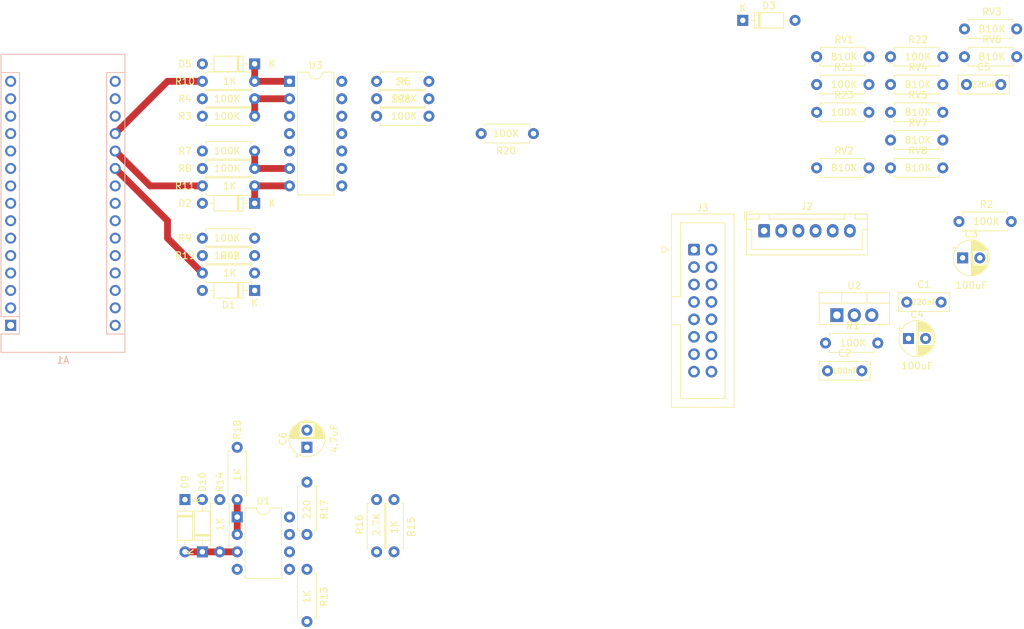
<source format=kicad_pcb>
(kicad_pcb (version 20171130) (host pcbnew 5.1.9+dfsg1-1~bpo10+1)

  (general
    (thickness 1.6)
    (drawings 0)
    (tracks 18)
    (zones 0)
    (modules 50)
    (nets 38)
  )

  (page A4)
  (layers
    (0 F.Cu signal)
    (31 B.Cu signal)
    (32 B.Adhes user)
    (33 F.Adhes user)
    (34 B.Paste user)
    (35 F.Paste user)
    (36 B.SilkS user)
    (37 F.SilkS user)
    (38 B.Mask user)
    (39 F.Mask user)
    (40 Dwgs.User user)
    (41 Cmts.User user)
    (42 Eco1.User user)
    (43 Eco2.User user)
    (44 Edge.Cuts user)
    (45 Margin user)
    (46 B.CrtYd user)
    (47 F.CrtYd user)
    (48 B.Fab user)
    (49 F.Fab user)
  )

  (setup
    (last_trace_width 1)
    (user_trace_width 1)
    (trace_clearance 0.2)
    (zone_clearance 0.508)
    (zone_45_only no)
    (trace_min 0.2)
    (via_size 0.8)
    (via_drill 0.4)
    (via_min_size 0.4)
    (via_min_drill 0.3)
    (uvia_size 0.3)
    (uvia_drill 0.1)
    (uvias_allowed no)
    (uvia_min_size 0.2)
    (uvia_min_drill 0.1)
    (edge_width 0.05)
    (segment_width 0.2)
    (pcb_text_width 0.3)
    (pcb_text_size 1.5 1.5)
    (mod_edge_width 0.12)
    (mod_text_size 1 1)
    (mod_text_width 0.15)
    (pad_size 1.524 1.524)
    (pad_drill 0.762)
    (pad_to_mask_clearance 0)
    (aux_axis_origin 0 0)
    (visible_elements FFFFFF7F)
    (pcbplotparams
      (layerselection 0x010fc_ffffffff)
      (usegerberextensions false)
      (usegerberattributes true)
      (usegerberadvancedattributes true)
      (creategerberjobfile true)
      (excludeedgelayer true)
      (linewidth 0.100000)
      (plotframeref false)
      (viasonmask false)
      (mode 1)
      (useauxorigin false)
      (hpglpennumber 1)
      (hpglpenspeed 20)
      (hpglpendiameter 15.000000)
      (psnegative false)
      (psa4output false)
      (plotreference true)
      (plotvalue true)
      (plotinvisibletext false)
      (padsonsilk false)
      (subtractmaskfromsilk false)
      (outputformat 1)
      (mirror false)
      (drillshape 1)
      (scaleselection 1)
      (outputdirectory ""))
  )

  (net 0 "")
  (net 1 GRAIN1_FREQ)
  (net 2 GND)
  (net 3 GRAIN1_DECAY)
  (net 4 GRAIN2_FREQ)
  (net 5 ARDUINO_OUTPUT)
  (net 6 GRAIN2_DECAY)
  (net 7 SYNC)
  (net 8 B2_12V)
  (net 9 GND2)
  (net 10 +5V)
  (net 11 -12V)
  (net 12 "Net-(C5-Pad1)")
  (net 13 "Net-(C6-Pad1)")
  (net 14 "Net-(D1-Pad1)")
  (net 15 "Net-(D2-Pad1)")
  (net 16 "Net-(D3-Pad1)")
  (net 17 "Net-(D5-Pad1)")
  (net 18 "Net-(D10-Pad1)")
  (net 19 "Net-(J3-Pad11)")
  (net 20 "Net-(J3-Pad13)")
  (net 21 "Net-(J3-Pad15)")
  (net 22 VREF)
  (net 23 "Net-(R3-Pad2)")
  (net 24 "Net-(R21-Pad1)")
  (net 25 "Net-(R4-Pad2)")
  (net 26 "Net-(R20-Pad1)")
  (net 27 "Net-(R5-Pad2)")
  (net 28 "Net-(R6-Pad2)")
  (net 29 "Net-(R7-Pad2)")
  (net 30 "Net-(R22-Pad1)")
  (net 31 "Net-(R8-Pad2)")
  (net 32 "Net-(R19-Pad1)")
  (net 33 "Net-(R9-Pad2)")
  (net 34 "Net-(R15-Pad2)")
  (net 35 "Net-(R16-Pad2)")
  (net 36 "Net-(R18-Pad2)")
  (net 37 "Net-(R19-Pad2)")

  (net_class Default "This is the default net class."
    (clearance 0.2)
    (trace_width 0.25)
    (via_dia 0.8)
    (via_drill 0.4)
    (uvia_dia 0.3)
    (uvia_drill 0.1)
    (add_net +5V)
    (add_net -12V)
    (add_net ARDUINO_OUTPUT)
    (add_net B2_12V)
    (add_net GND)
    (add_net GND2)
    (add_net GRAIN1_DECAY)
    (add_net GRAIN1_FREQ)
    (add_net GRAIN2_DECAY)
    (add_net GRAIN2_FREQ)
    (add_net "Net-(C5-Pad1)")
    (add_net "Net-(C6-Pad1)")
    (add_net "Net-(D1-Pad1)")
    (add_net "Net-(D10-Pad1)")
    (add_net "Net-(D2-Pad1)")
    (add_net "Net-(D3-Pad1)")
    (add_net "Net-(D5-Pad1)")
    (add_net "Net-(J3-Pad11)")
    (add_net "Net-(J3-Pad13)")
    (add_net "Net-(J3-Pad15)")
    (add_net "Net-(R15-Pad2)")
    (add_net "Net-(R16-Pad2)")
    (add_net "Net-(R18-Pad2)")
    (add_net "Net-(R19-Pad1)")
    (add_net "Net-(R19-Pad2)")
    (add_net "Net-(R20-Pad1)")
    (add_net "Net-(R21-Pad1)")
    (add_net "Net-(R22-Pad1)")
    (add_net "Net-(R3-Pad2)")
    (add_net "Net-(R4-Pad2)")
    (add_net "Net-(R5-Pad2)")
    (add_net "Net-(R6-Pad2)")
    (add_net "Net-(R7-Pad2)")
    (add_net "Net-(R8-Pad2)")
    (add_net "Net-(R9-Pad2)")
    (add_net SYNC)
    (add_net VREF)
  )

  (module Diode_THT:D_DO-35_SOD27_P7.62mm_Horizontal (layer F.Cu) (tedit 5AE50CD5) (tstamp 622C50FD)
    (at 154.94 45.72 180)
    (descr "Diode, DO-35_SOD27 series, Axial, Horizontal, pin pitch=7.62mm, , length*diameter=4*2mm^2, , http://www.diodes.com/_files/packages/DO-35.pdf")
    (tags "Diode DO-35_SOD27 series Axial Horizontal pin pitch 7.62mm  length 4mm diameter 2mm")
    (path /6254A2BB/6257B8B6)
    (fp_text reference D5 (at 10.16 0) (layer F.SilkS)
      (effects (font (size 1 1) (thickness 0.15)))
    )
    (fp_text value BAT43 (at 3.81 2.12) (layer F.Fab)
      (effects (font (size 1 1) (thickness 0.15)))
    )
    (fp_line (start 8.67 -1.25) (end -1.05 -1.25) (layer F.CrtYd) (width 0.05))
    (fp_line (start 8.67 1.25) (end 8.67 -1.25) (layer F.CrtYd) (width 0.05))
    (fp_line (start -1.05 1.25) (end 8.67 1.25) (layer F.CrtYd) (width 0.05))
    (fp_line (start -1.05 -1.25) (end -1.05 1.25) (layer F.CrtYd) (width 0.05))
    (fp_line (start 2.29 -1.12) (end 2.29 1.12) (layer F.SilkS) (width 0.12))
    (fp_line (start 2.53 -1.12) (end 2.53 1.12) (layer F.SilkS) (width 0.12))
    (fp_line (start 2.41 -1.12) (end 2.41 1.12) (layer F.SilkS) (width 0.12))
    (fp_line (start 6.58 0) (end 5.93 0) (layer F.SilkS) (width 0.12))
    (fp_line (start 1.04 0) (end 1.69 0) (layer F.SilkS) (width 0.12))
    (fp_line (start 5.93 -1.12) (end 1.69 -1.12) (layer F.SilkS) (width 0.12))
    (fp_line (start 5.93 1.12) (end 5.93 -1.12) (layer F.SilkS) (width 0.12))
    (fp_line (start 1.69 1.12) (end 5.93 1.12) (layer F.SilkS) (width 0.12))
    (fp_line (start 1.69 -1.12) (end 1.69 1.12) (layer F.SilkS) (width 0.12))
    (fp_line (start 2.31 -1) (end 2.31 1) (layer F.Fab) (width 0.1))
    (fp_line (start 2.51 -1) (end 2.51 1) (layer F.Fab) (width 0.1))
    (fp_line (start 2.41 -1) (end 2.41 1) (layer F.Fab) (width 0.1))
    (fp_line (start 7.62 0) (end 5.81 0) (layer F.Fab) (width 0.1))
    (fp_line (start 0 0) (end 1.81 0) (layer F.Fab) (width 0.1))
    (fp_line (start 5.81 -1) (end 1.81 -1) (layer F.Fab) (width 0.1))
    (fp_line (start 5.81 1) (end 5.81 -1) (layer F.Fab) (width 0.1))
    (fp_line (start 1.81 1) (end 5.81 1) (layer F.Fab) (width 0.1))
    (fp_line (start 1.81 -1) (end 1.81 1) (layer F.Fab) (width 0.1))
    (fp_text user %R (at 4.11 0) (layer F.Fab)
      (effects (font (size 0.8 0.8) (thickness 0.12)))
    )
    (fp_text user K (at -2.54 0) (layer F.Fab)
      (effects (font (size 1 1) (thickness 0.15)))
    )
    (fp_text user K (at -2.54 0) (layer F.SilkS)
      (effects (font (size 1 1) (thickness 0.15)))
    )
    (pad 1 thru_hole rect (at 0 0 180) (size 1.6 1.6) (drill 0.8) (layers *.Cu *.Mask)
      (net 17 "Net-(D5-Pad1)"))
    (pad 2 thru_hole oval (at 7.62 0 180) (size 1.6 1.6) (drill 0.8) (layers *.Cu *.Mask)
      (net 2 GND))
    (model ${KISYS3DMOD}/Diode_THT.3dshapes/D_DO-35_SOD27_P7.62mm_Horizontal.wrl
      (at (xyz 0 0 0))
      (scale (xyz 1 1 1))
      (rotate (xyz 0 0 0))
    )
  )

  (module benjiaomodular:Resistor_L6.3mm_D2.5mm_P7.62mm_Horizontal (layer F.Cu) (tedit 61FE1B44) (tstamp 622C51DF)
    (at 154.94 53.34 180)
    (path /6254A2BB/6257B874)
    (fp_text reference R3 (at 10.16 0 180) (layer F.SilkS)
      (effects (font (size 1 1) (thickness 0.15)))
    )
    (fp_text value 100K (at 4 -0.013001) (layer F.SilkS)
      (effects (font (size 1 1) (thickness 0.15)))
    )
    (fp_line (start 0.66 1.25) (end 6.96 1.25) (layer F.Fab) (width 0.1))
    (fp_line (start 0.54 -1.37) (end 7.08 -1.37) (layer F.SilkS) (width 0.12))
    (fp_line (start 0.54 -1.04) (end 0.54 -1.37) (layer F.SilkS) (width 0.12))
    (fp_line (start 7.62 0) (end 6.96 0) (layer F.Fab) (width 0.1))
    (fp_line (start 0 0) (end 0.66 0) (layer F.Fab) (width 0.1))
    (fp_line (start 0.54 1.37) (end 7.08 1.37) (layer F.SilkS) (width 0.12))
    (fp_line (start 7.08 1.37) (end 7.08 1.04) (layer F.SilkS) (width 0.12))
    (fp_line (start -1.05 -1.5) (end -1.05 1.5) (layer F.CrtYd) (width 0.05))
    (fp_line (start 8.67 -1.5) (end -1.05 -1.5) (layer F.CrtYd) (width 0.05))
    (fp_line (start 6.96 -1.25) (end 0.66 -1.25) (layer F.Fab) (width 0.1))
    (fp_line (start -1.05 1.5) (end 8.67 1.5) (layer F.CrtYd) (width 0.05))
    (fp_line (start 8.67 1.5) (end 8.67 -1.5) (layer F.CrtYd) (width 0.05))
    (fp_line (start 6.96 1.25) (end 6.96 -1.25) (layer F.Fab) (width 0.1))
    (fp_line (start 0.54 1.04) (end 0.54 1.37) (layer F.SilkS) (width 0.12))
    (fp_line (start 7.08 -1.37) (end 7.08 -1.04) (layer F.SilkS) (width 0.12))
    (fp_line (start 0.66 -1.25) (end 0.66 1.25) (layer F.Fab) (width 0.1))
    (pad 2 thru_hole oval (at 7.62 0 180) (size 1.6 1.6) (drill 0.8) (layers *.Cu *.Mask)
      (net 23 "Net-(R3-Pad2)"))
    (pad 1 thru_hole circle (at 0 0 180) (size 1.6 1.6) (drill 0.8) (layers *.Cu *.Mask)
      (net 24 "Net-(R21-Pad1)"))
  )

  (module benjiaomodular:Resistor_L6.3mm_D2.5mm_P7.62mm_Horizontal (layer F.Cu) (tedit 61FE1B44) (tstamp 622C51F5)
    (at 154.94 50.8 180)
    (path /6254A2BB/626EF096)
    (fp_text reference R4 (at 10.16 0 180) (layer F.SilkS)
      (effects (font (size 1 1) (thickness 0.15)))
    )
    (fp_text value 100K (at 4 0) (layer F.SilkS)
      (effects (font (size 1 1) (thickness 0.15)))
    )
    (fp_line (start 0.66 -1.25) (end 0.66 1.25) (layer F.Fab) (width 0.1))
    (fp_line (start 7.08 -1.37) (end 7.08 -1.04) (layer F.SilkS) (width 0.12))
    (fp_line (start 0.54 1.04) (end 0.54 1.37) (layer F.SilkS) (width 0.12))
    (fp_line (start 6.96 1.25) (end 6.96 -1.25) (layer F.Fab) (width 0.1))
    (fp_line (start 8.67 1.5) (end 8.67 -1.5) (layer F.CrtYd) (width 0.05))
    (fp_line (start -1.05 1.5) (end 8.67 1.5) (layer F.CrtYd) (width 0.05))
    (fp_line (start 6.96 -1.25) (end 0.66 -1.25) (layer F.Fab) (width 0.1))
    (fp_line (start 8.67 -1.5) (end -1.05 -1.5) (layer F.CrtYd) (width 0.05))
    (fp_line (start -1.05 -1.5) (end -1.05 1.5) (layer F.CrtYd) (width 0.05))
    (fp_line (start 7.08 1.37) (end 7.08 1.04) (layer F.SilkS) (width 0.12))
    (fp_line (start 0.54 1.37) (end 7.08 1.37) (layer F.SilkS) (width 0.12))
    (fp_line (start 0 0) (end 0.66 0) (layer F.Fab) (width 0.1))
    (fp_line (start 7.62 0) (end 6.96 0) (layer F.Fab) (width 0.1))
    (fp_line (start 0.54 -1.04) (end 0.54 -1.37) (layer F.SilkS) (width 0.12))
    (fp_line (start 0.54 -1.37) (end 7.08 -1.37) (layer F.SilkS) (width 0.12))
    (fp_line (start 0.66 1.25) (end 6.96 1.25) (layer F.Fab) (width 0.1))
    (pad 1 thru_hole circle (at 0 0 180) (size 1.6 1.6) (drill 0.8) (layers *.Cu *.Mask)
      (net 24 "Net-(R21-Pad1)"))
    (pad 2 thru_hole oval (at 7.62 0 180) (size 1.6 1.6) (drill 0.8) (layers *.Cu *.Mask)
      (net 25 "Net-(R4-Pad2)"))
  )

  (module benjiaomodular:Resistor_L6.3mm_D2.5mm_P7.62mm_Horizontal (layer F.Cu) (tedit 61FE1B44) (tstamp 622C5279)
    (at 147.32 48.26)
    (path /6254A2BB/6257B92C)
    (fp_text reference R10 (at -2.54 0 180) (layer F.SilkS)
      (effects (font (size 1 1) (thickness 0.15)))
    )
    (fp_text value 1K (at 4 0) (layer F.SilkS)
      (effects (font (size 1 1) (thickness 0.15)))
    )
    (fp_line (start 0.66 1.25) (end 6.96 1.25) (layer F.Fab) (width 0.1))
    (fp_line (start 0.54 -1.37) (end 7.08 -1.37) (layer F.SilkS) (width 0.12))
    (fp_line (start 0.54 -1.04) (end 0.54 -1.37) (layer F.SilkS) (width 0.12))
    (fp_line (start 7.62 0) (end 6.96 0) (layer F.Fab) (width 0.1))
    (fp_line (start 0 0) (end 0.66 0) (layer F.Fab) (width 0.1))
    (fp_line (start 0.54 1.37) (end 7.08 1.37) (layer F.SilkS) (width 0.12))
    (fp_line (start 7.08 1.37) (end 7.08 1.04) (layer F.SilkS) (width 0.12))
    (fp_line (start -1.05 -1.5) (end -1.05 1.5) (layer F.CrtYd) (width 0.05))
    (fp_line (start 8.67 -1.5) (end -1.05 -1.5) (layer F.CrtYd) (width 0.05))
    (fp_line (start 6.96 -1.25) (end 0.66 -1.25) (layer F.Fab) (width 0.1))
    (fp_line (start -1.05 1.5) (end 8.67 1.5) (layer F.CrtYd) (width 0.05))
    (fp_line (start 8.67 1.5) (end 8.67 -1.5) (layer F.CrtYd) (width 0.05))
    (fp_line (start 6.96 1.25) (end 6.96 -1.25) (layer F.Fab) (width 0.1))
    (fp_line (start 0.54 1.04) (end 0.54 1.37) (layer F.SilkS) (width 0.12))
    (fp_line (start 7.08 -1.37) (end 7.08 -1.04) (layer F.SilkS) (width 0.12))
    (fp_line (start 0.66 -1.25) (end 0.66 1.25) (layer F.Fab) (width 0.1))
    (pad 2 thru_hole oval (at 7.62 0) (size 1.6 1.6) (drill 0.8) (layers *.Cu *.Mask)
      (net 17 "Net-(D5-Pad1)"))
    (pad 1 thru_hole circle (at 0 0) (size 1.6 1.6) (drill 0.8) (layers *.Cu *.Mask)
      (net 1 GRAIN1_FREQ))
  )

  (module Module:Arduino_Nano (layer B.Cu) (tedit 58ACAF70) (tstamp 622C4EC2)
    (at 119.38 83.82)
    (descr "Arduino Nano, http://www.mouser.com/pdfdocs/Gravitech_Arduino_Nano3_0.pdf")
    (tags "Arduino Nano")
    (path /621B57D6)
    (fp_text reference A1 (at 7.62 5.08) (layer B.SilkS)
      (effects (font (size 1 1) (thickness 0.15)) (justify mirror))
    )
    (fp_text value Arduino_Nano_v3.x (at 8.89 -19.05 -90) (layer B.Fab)
      (effects (font (size 1 1) (thickness 0.15)) (justify mirror))
    )
    (fp_line (start 16.75 -42.16) (end -1.53 -42.16) (layer B.CrtYd) (width 0.05))
    (fp_line (start 16.75 -42.16) (end 16.75 4.06) (layer B.CrtYd) (width 0.05))
    (fp_line (start -1.53 4.06) (end -1.53 -42.16) (layer B.CrtYd) (width 0.05))
    (fp_line (start -1.53 4.06) (end 16.75 4.06) (layer B.CrtYd) (width 0.05))
    (fp_line (start 16.51 3.81) (end 16.51 -39.37) (layer B.Fab) (width 0.1))
    (fp_line (start 0 3.81) (end 16.51 3.81) (layer B.Fab) (width 0.1))
    (fp_line (start -1.27 2.54) (end 0 3.81) (layer B.Fab) (width 0.1))
    (fp_line (start -1.27 -39.37) (end -1.27 2.54) (layer B.Fab) (width 0.1))
    (fp_line (start 16.51 -39.37) (end -1.27 -39.37) (layer B.Fab) (width 0.1))
    (fp_line (start 16.64 3.94) (end -1.4 3.94) (layer B.SilkS) (width 0.12))
    (fp_line (start 16.64 -39.5) (end 16.64 3.94) (layer B.SilkS) (width 0.12))
    (fp_line (start -1.4 -39.5) (end 16.64 -39.5) (layer B.SilkS) (width 0.12))
    (fp_line (start 3.81 -41.91) (end 3.81 -31.75) (layer B.Fab) (width 0.1))
    (fp_line (start 11.43 -41.91) (end 3.81 -41.91) (layer B.Fab) (width 0.1))
    (fp_line (start 11.43 -31.75) (end 11.43 -41.91) (layer B.Fab) (width 0.1))
    (fp_line (start 3.81 -31.75) (end 11.43 -31.75) (layer B.Fab) (width 0.1))
    (fp_line (start 1.27 -36.83) (end -1.4 -36.83) (layer B.SilkS) (width 0.12))
    (fp_line (start 1.27 -1.27) (end 1.27 -36.83) (layer B.SilkS) (width 0.12))
    (fp_line (start 1.27 -1.27) (end -1.4 -1.27) (layer B.SilkS) (width 0.12))
    (fp_line (start 13.97 -36.83) (end 16.64 -36.83) (layer B.SilkS) (width 0.12))
    (fp_line (start 13.97 1.27) (end 13.97 -36.83) (layer B.SilkS) (width 0.12))
    (fp_line (start 13.97 1.27) (end 16.64 1.27) (layer B.SilkS) (width 0.12))
    (fp_line (start -1.4 3.94) (end -1.4 1.27) (layer B.SilkS) (width 0.12))
    (fp_line (start -1.4 -1.27) (end -1.4 -39.5) (layer B.SilkS) (width 0.12))
    (fp_line (start 1.27 1.27) (end -1.4 1.27) (layer B.SilkS) (width 0.12))
    (fp_line (start 1.27 -1.27) (end 1.27 1.27) (layer B.SilkS) (width 0.12))
    (fp_text user %R (at 6.35 -19.05 -90) (layer B.Fab)
      (effects (font (size 1 1) (thickness 0.15)) (justify mirror))
    )
    (pad 1 thru_hole rect (at 0 0) (size 1.6 1.6) (drill 1) (layers *.Cu *.Mask))
    (pad 17 thru_hole oval (at 15.24 -33.02) (size 1.6 1.6) (drill 1) (layers *.Cu *.Mask))
    (pad 2 thru_hole oval (at 0 -2.54) (size 1.6 1.6) (drill 1) (layers *.Cu *.Mask))
    (pad 18 thru_hole oval (at 15.24 -30.48) (size 1.6 1.6) (drill 1) (layers *.Cu *.Mask))
    (pad 3 thru_hole oval (at 0 -5.08) (size 1.6 1.6) (drill 1) (layers *.Cu *.Mask))
    (pad 19 thru_hole oval (at 15.24 -27.94) (size 1.6 1.6) (drill 1) (layers *.Cu *.Mask)
      (net 1 GRAIN1_FREQ))
    (pad 4 thru_hole oval (at 0 -7.62) (size 1.6 1.6) (drill 1) (layers *.Cu *.Mask)
      (net 2 GND))
    (pad 20 thru_hole oval (at 15.24 -25.4) (size 1.6 1.6) (drill 1) (layers *.Cu *.Mask)
      (net 3 GRAIN1_DECAY))
    (pad 5 thru_hole oval (at 0 -10.16) (size 1.6 1.6) (drill 1) (layers *.Cu *.Mask))
    (pad 21 thru_hole oval (at 15.24 -22.86) (size 1.6 1.6) (drill 1) (layers *.Cu *.Mask)
      (net 4 GRAIN2_FREQ))
    (pad 6 thru_hole oval (at 0 -12.7) (size 1.6 1.6) (drill 1) (layers *.Cu *.Mask)
      (net 5 ARDUINO_OUTPUT))
    (pad 22 thru_hole oval (at 15.24 -20.32) (size 1.6 1.6) (drill 1) (layers *.Cu *.Mask)
      (net 6 GRAIN2_DECAY))
    (pad 7 thru_hole oval (at 0 -15.24) (size 1.6 1.6) (drill 1) (layers *.Cu *.Mask))
    (pad 23 thru_hole oval (at 15.24 -17.78) (size 1.6 1.6) (drill 1) (layers *.Cu *.Mask)
      (net 7 SYNC))
    (pad 8 thru_hole oval (at 0 -17.78) (size 1.6 1.6) (drill 1) (layers *.Cu *.Mask))
    (pad 24 thru_hole oval (at 15.24 -15.24) (size 1.6 1.6) (drill 1) (layers *.Cu *.Mask))
    (pad 9 thru_hole oval (at 0 -20.32) (size 1.6 1.6) (drill 1) (layers *.Cu *.Mask))
    (pad 25 thru_hole oval (at 15.24 -12.7) (size 1.6 1.6) (drill 1) (layers *.Cu *.Mask))
    (pad 10 thru_hole oval (at 0 -22.86) (size 1.6 1.6) (drill 1) (layers *.Cu *.Mask))
    (pad 26 thru_hole oval (at 15.24 -10.16) (size 1.6 1.6) (drill 1) (layers *.Cu *.Mask))
    (pad 11 thru_hole oval (at 0 -25.4) (size 1.6 1.6) (drill 1) (layers *.Cu *.Mask))
    (pad 27 thru_hole oval (at 15.24 -7.62) (size 1.6 1.6) (drill 1) (layers *.Cu *.Mask))
    (pad 12 thru_hole oval (at 0 -27.94) (size 1.6 1.6) (drill 1) (layers *.Cu *.Mask))
    (pad 28 thru_hole oval (at 15.24 -5.08) (size 1.6 1.6) (drill 1) (layers *.Cu *.Mask))
    (pad 13 thru_hole oval (at 0 -30.48) (size 1.6 1.6) (drill 1) (layers *.Cu *.Mask))
    (pad 29 thru_hole oval (at 15.24 -2.54) (size 1.6 1.6) (drill 1) (layers *.Cu *.Mask)
      (net 2 GND))
    (pad 14 thru_hole oval (at 0 -33.02) (size 1.6 1.6) (drill 1) (layers *.Cu *.Mask))
    (pad 30 thru_hole oval (at 15.24 0) (size 1.6 1.6) (drill 1) (layers *.Cu *.Mask)
      (net 8 B2_12V))
    (pad 15 thru_hole oval (at 0 -35.56) (size 1.6 1.6) (drill 1) (layers *.Cu *.Mask))
    (pad 16 thru_hole oval (at 15.24 -35.56) (size 1.6 1.6) (drill 1) (layers *.Cu *.Mask))
    (model ${KISYS3DMOD}/Module.3dshapes/Arduino_Nano_WithMountingHoles.wrl
      (at (xyz 0 0 0))
      (scale (xyz 1 1 1))
      (rotate (xyz 0 0 0))
    )
  )

  (module benjiaomodular:Capacitor_Rect_L7.2mm_W2.5mm_P5.00mm (layer F.Cu) (tedit 61FE1901) (tstamp 622C4ED4)
    (at 249.995001 80.445001)
    (path /621D559B/6288DD04)
    (fp_text reference C1 (at 2.5 -2.55) (layer F.SilkS)
      (effects (font (size 1 1) (thickness 0.15)))
    )
    (fp_text value 220nF (at 2.5 0) (layer F.SilkS)
      (effects (font (size 0.8 0.8) (thickness 0.15)))
    )
    (fp_line (start -1.1 1.25) (end 6.1 1.25) (layer F.Fab) (width 0.1))
    (fp_line (start -1.22 -1.37) (end -1.22 1.37) (layer F.SilkS) (width 0.12))
    (fp_line (start -1.22 1.37) (end 6.22 1.37) (layer F.SilkS) (width 0.12))
    (fp_line (start -1.22 -1.37) (end 6.22 -1.37) (layer F.SilkS) (width 0.12))
    (fp_line (start -1.1 -1.25) (end -1.1 1.25) (layer F.Fab) (width 0.1))
    (fp_line (start 6.1 1.25) (end 6.1 -1.25) (layer F.Fab) (width 0.1))
    (fp_line (start 6.1 -1.25) (end -1.1 -1.25) (layer F.Fab) (width 0.1))
    (fp_line (start -1.35 1.5) (end 6.35 1.5) (layer F.CrtYd) (width 0.05))
    (fp_line (start 6.35 1.5) (end 6.35 -1.5) (layer F.CrtYd) (width 0.05))
    (fp_line (start 6.35 -1.5) (end -1.35 -1.5) (layer F.CrtYd) (width 0.05))
    (fp_line (start 6.22 -1.37) (end 6.22 1.37) (layer F.SilkS) (width 0.12))
    (fp_line (start -1.35 -1.5) (end -1.35 1.5) (layer F.CrtYd) (width 0.05))
    (pad 2 thru_hole circle (at 5 0) (size 1.6 1.6) (drill 0.8) (layers *.Cu *.Mask)
      (net 9 GND2))
    (pad 1 thru_hole circle (at 0 0) (size 1.6 1.6) (drill 0.8) (layers *.Cu *.Mask)
      (net 8 B2_12V))
  )

  (module benjiaomodular:Capacitor_Rect_L7.2mm_W2.5mm_P5.00mm (layer F.Cu) (tedit 61FE1901) (tstamp 622C4EE6)
    (at 238.445001 90.455001)
    (path /621D559B/6288E76A)
    (fp_text reference C2 (at 2.5 -2.55) (layer F.SilkS)
      (effects (font (size 1 1) (thickness 0.15)))
    )
    (fp_text value 100nF (at 2.5 0) (layer F.SilkS)
      (effects (font (size 0.8 0.8) (thickness 0.15)))
    )
    (fp_line (start -1.35 -1.5) (end -1.35 1.5) (layer F.CrtYd) (width 0.05))
    (fp_line (start 6.22 -1.37) (end 6.22 1.37) (layer F.SilkS) (width 0.12))
    (fp_line (start 6.35 -1.5) (end -1.35 -1.5) (layer F.CrtYd) (width 0.05))
    (fp_line (start 6.35 1.5) (end 6.35 -1.5) (layer F.CrtYd) (width 0.05))
    (fp_line (start -1.35 1.5) (end 6.35 1.5) (layer F.CrtYd) (width 0.05))
    (fp_line (start 6.1 -1.25) (end -1.1 -1.25) (layer F.Fab) (width 0.1))
    (fp_line (start 6.1 1.25) (end 6.1 -1.25) (layer F.Fab) (width 0.1))
    (fp_line (start -1.1 -1.25) (end -1.1 1.25) (layer F.Fab) (width 0.1))
    (fp_line (start -1.22 -1.37) (end 6.22 -1.37) (layer F.SilkS) (width 0.12))
    (fp_line (start -1.22 1.37) (end 6.22 1.37) (layer F.SilkS) (width 0.12))
    (fp_line (start -1.22 -1.37) (end -1.22 1.37) (layer F.SilkS) (width 0.12))
    (fp_line (start -1.1 1.25) (end 6.1 1.25) (layer F.Fab) (width 0.1))
    (pad 1 thru_hole circle (at 0 0) (size 1.6 1.6) (drill 0.8) (layers *.Cu *.Mask)
      (net 10 +5V))
    (pad 2 thru_hole circle (at 5 0) (size 1.6 1.6) (drill 0.8) (layers *.Cu *.Mask)
      (net 9 GND2))
  )

  (module benjiaomodular:Capacitor_Radial_D5.0mm_P2.5mm (layer F.Cu) (tedit 61FE1D03) (tstamp 622C4F69)
    (at 258.134776 73.995001)
    (path /621D559B/61FC4B9D)
    (fp_text reference C3 (at 1.25 -3.5) (layer F.SilkS)
      (effects (font (size 1 1) (thickness 0.15)))
    )
    (fp_text value 100uF (at 1.25 4) (layer F.SilkS)
      (effects (font (size 1 1) (thickness 0.15)))
    )
    (fp_line (start 3.411 1.04) (end 3.411 1.443) (layer F.SilkS) (width 0.12))
    (fp_line (start 3.451 1.04) (end 3.451 1.383) (layer F.SilkS) (width 0.12))
    (fp_line (start 3.491 1.04) (end 3.491 1.319) (layer F.SilkS) (width 0.12))
    (fp_line (start 3.411 -1.443) (end 3.411 -1.04) (layer F.SilkS) (width 0.12))
    (fp_circle (center 1.25 0) (end 3.75 0) (layer F.Fab) (width 0.1))
    (fp_line (start 2.291 1.04) (end 2.291 2.365) (layer F.SilkS) (width 0.12))
    (fp_line (start 2.331 -2.348) (end 2.331 -1.04) (layer F.SilkS) (width 0.12))
    (fp_line (start 2.331 1.04) (end 2.331 2.348) (layer F.SilkS) (width 0.12))
    (fp_line (start 2.371 -2.329) (end 2.371 -1.04) (layer F.SilkS) (width 0.12))
    (fp_line (start 2.371 1.04) (end 2.371 2.329) (layer F.SilkS) (width 0.12))
    (fp_line (start 2.411 -2.31) (end 2.411 -1.04) (layer F.SilkS) (width 0.12))
    (fp_line (start 2.411 1.04) (end 2.411 2.31) (layer F.SilkS) (width 0.12))
    (fp_line (start 3.211 -1.699) (end 3.211 -1.04) (layer F.SilkS) (width 0.12))
    (fp_line (start 3.211 1.04) (end 3.211 1.699) (layer F.SilkS) (width 0.12))
    (fp_line (start 3.251 -1.653) (end 3.251 -1.04) (layer F.SilkS) (width 0.12))
    (fp_line (start 3.251 1.04) (end 3.251 1.653) (layer F.SilkS) (width 0.12))
    (fp_line (start 2.451 -2.29) (end 2.451 -1.04) (layer F.SilkS) (width 0.12))
    (fp_line (start 2.451 1.04) (end 2.451 2.29) (layer F.SilkS) (width 0.12))
    (fp_line (start 2.491 -2.268) (end 2.491 -1.04) (layer F.SilkS) (width 0.12))
    (fp_line (start 2.491 1.04) (end 2.491 2.268) (layer F.SilkS) (width 0.12))
    (fp_line (start 2.531 -2.247) (end 2.531 -1.04) (layer F.SilkS) (width 0.12))
    (fp_line (start 2.531 1.04) (end 2.531 2.247) (layer F.SilkS) (width 0.12))
    (fp_line (start 2.571 -2.224) (end 2.571 -1.04) (layer F.SilkS) (width 0.12))
    (fp_line (start 1.41 -2.576) (end 1.41 2.576) (layer F.SilkS) (width 0.12))
    (fp_line (start 1.45 -2.573) (end 1.45 2.573) (layer F.SilkS) (width 0.12))
    (fp_line (start 1.49 -2.569) (end 1.49 -1.04) (layer F.SilkS) (width 0.12))
    (fp_line (start 1.49 1.04) (end 1.49 2.569) (layer F.SilkS) (width 0.12))
    (fp_line (start 1.53 -2.565) (end 1.53 -1.04) (layer F.SilkS) (width 0.12))
    (fp_line (start 1.53 1.04) (end 1.53 2.565) (layer F.SilkS) (width 0.12))
    (fp_line (start 1.57 -2.561) (end 1.57 -1.04) (layer F.SilkS) (width 0.12))
    (fp_line (start 1.57 1.04) (end 1.57 2.561) (layer F.SilkS) (width 0.12))
    (fp_line (start 1.61 -2.556) (end 1.61 -1.04) (layer F.SilkS) (width 0.12))
    (fp_line (start 1.61 1.04) (end 1.61 2.556) (layer F.SilkS) (width 0.12))
    (fp_line (start 1.65 -2.55) (end 1.65 -1.04) (layer F.SilkS) (width 0.12))
    (fp_line (start 1.65 1.04) (end 1.65 2.55) (layer F.SilkS) (width 0.12))
    (fp_line (start 1.69 -2.543) (end 1.69 -1.04) (layer F.SilkS) (width 0.12))
    (fp_line (start 1.69 1.04) (end 1.69 2.543) (layer F.SilkS) (width 0.12))
    (fp_line (start 1.73 -2.536) (end 1.73 -1.04) (layer F.SilkS) (width 0.12))
    (fp_line (start 1.89 -2.501) (end 1.89 -1.04) (layer F.SilkS) (width 0.12))
    (fp_line (start 1.89 1.04) (end 1.89 2.501) (layer F.SilkS) (width 0.12))
    (fp_line (start 1.93 -2.491) (end 1.93 -1.04) (layer F.SilkS) (width 0.12))
    (fp_line (start 1.93 1.04) (end 1.93 2.491) (layer F.SilkS) (width 0.12))
    (fp_line (start 1.971 -2.48) (end 1.971 -1.04) (layer F.SilkS) (width 0.12))
    (fp_line (start 1.971 1.04) (end 1.971 2.48) (layer F.SilkS) (width 0.12))
    (fp_line (start 2.011 -2.468) (end 2.011 -1.04) (layer F.SilkS) (width 0.12))
    (fp_line (start 2.851 1.04) (end 2.851 2.035) (layer F.SilkS) (width 0.12))
    (fp_line (start 2.891 -2.004) (end 2.891 -1.04) (layer F.SilkS) (width 0.12))
    (fp_line (start 2.891 1.04) (end 2.891 2.004) (layer F.SilkS) (width 0.12))
    (fp_line (start 2.931 -1.971) (end 2.931 -1.04) (layer F.SilkS) (width 0.12))
    (fp_line (start 2.931 1.04) (end 2.931 1.971) (layer F.SilkS) (width 0.12))
    (fp_line (start 2.971 -1.937) (end 2.971 -1.04) (layer F.SilkS) (width 0.12))
    (fp_line (start 2.971 1.04) (end 2.971 1.937) (layer F.SilkS) (width 0.12))
    (fp_line (start 2.731 -2.122) (end 2.731 -1.04) (layer F.SilkS) (width 0.12))
    (fp_line (start 2.731 1.04) (end 2.731 2.122) (layer F.SilkS) (width 0.12))
    (fp_line (start 2.771 -2.095) (end 2.771 -1.04) (layer F.SilkS) (width 0.12))
    (fp_line (start 2.771 1.04) (end 2.771 2.095) (layer F.SilkS) (width 0.12))
    (fp_line (start 2.811 -2.065) (end 2.811 -1.04) (layer F.SilkS) (width 0.12))
    (fp_line (start 2.811 1.04) (end 2.811 2.065) (layer F.SilkS) (width 0.12))
    (fp_line (start 2.851 -2.035) (end 2.851 -1.04) (layer F.SilkS) (width 0.12))
    (fp_line (start 1.73 1.04) (end 1.73 2.536) (layer F.SilkS) (width 0.12))
    (fp_line (start 1.77 -2.528) (end 1.77 -1.04) (layer F.SilkS) (width 0.12))
    (fp_line (start 1.77 1.04) (end 1.77 2.528) (layer F.SilkS) (width 0.12))
    (fp_line (start 1.81 -2.52) (end 1.81 -1.04) (layer F.SilkS) (width 0.12))
    (fp_line (start 1.81 1.04) (end 1.81 2.52) (layer F.SilkS) (width 0.12))
    (fp_line (start 1.85 -2.511) (end 1.85 -1.04) (layer F.SilkS) (width 0.12))
    (fp_line (start 1.85 1.04) (end 1.85 2.511) (layer F.SilkS) (width 0.12))
    (fp_line (start 3.451 -1.383) (end 3.451 -1.04) (layer F.SilkS) (width 0.12))
    (fp_line (start 2.171 -2.414) (end 2.171 -1.04) (layer F.SilkS) (width 0.12))
    (fp_line (start 2.171 1.04) (end 2.171 2.414) (layer F.SilkS) (width 0.12))
    (fp_line (start 2.211 -2.398) (end 2.211 -1.04) (layer F.SilkS) (width 0.12))
    (fp_line (start 2.211 1.04) (end 2.211 2.398) (layer F.SilkS) (width 0.12))
    (fp_line (start 2.251 -2.382) (end 2.251 -1.04) (layer F.SilkS) (width 0.12))
    (fp_line (start 2.251 1.04) (end 2.251 2.382) (layer F.SilkS) (width 0.12))
    (fp_line (start 2.291 -2.365) (end 2.291 -1.04) (layer F.SilkS) (width 0.12))
    (fp_line (start 3.731 -0.805) (end 3.731 0.805) (layer F.SilkS) (width 0.12))
    (fp_line (start 3.771 -0.677) (end 3.771 0.677) (layer F.SilkS) (width 0.12))
    (fp_line (start 3.811 -0.518) (end 3.811 0.518) (layer F.SilkS) (width 0.12))
    (fp_line (start 2.011 1.04) (end 2.011 2.468) (layer F.SilkS) (width 0.12))
    (fp_line (start 2.051 -2.455) (end 2.051 -1.04) (layer F.SilkS) (width 0.12))
    (fp_line (start 2.051 1.04) (end 2.051 2.455) (layer F.SilkS) (width 0.12))
    (fp_line (start 2.091 -2.442) (end 2.091 -1.04) (layer F.SilkS) (width 0.12))
    (fp_line (start 2.091 1.04) (end 2.091 2.442) (layer F.SilkS) (width 0.12))
    (fp_line (start 2.131 -2.428) (end 2.131 -1.04) (layer F.SilkS) (width 0.12))
    (fp_line (start 2.131 1.04) (end 2.131 2.428) (layer F.SilkS) (width 0.12))
    (fp_line (start 3.531 1.04) (end 3.531 1.251) (layer F.SilkS) (width 0.12))
    (fp_line (start 3.131 -1.785) (end 3.131 -1.04) (layer F.SilkS) (width 0.12))
    (fp_line (start 3.131 1.04) (end 3.131 1.785) (layer F.SilkS) (width 0.12))
    (fp_line (start 3.171 -1.743) (end 3.171 -1.04) (layer F.SilkS) (width 0.12))
    (fp_line (start 3.171 1.04) (end 3.171 1.743) (layer F.SilkS) (width 0.12))
    (fp_line (start 3.851 -0.284) (end 3.851 0.284) (layer F.SilkS) (width 0.12))
    (fp_line (start -1.304775 -1.725) (end -1.304775 -1.225) (layer F.SilkS) (width 0.12))
    (fp_line (start -1.554775 -1.475) (end -1.054775 -1.475) (layer F.SilkS) (width 0.12))
    (fp_line (start 3.571 -1.178) (end 3.571 1.178) (layer F.SilkS) (width 0.12))
    (fp_circle (center 1.25 0) (end 3.87 0) (layer F.SilkS) (width 0.12))
    (fp_circle (center 1.25 0) (end 4 0) (layer F.CrtYd) (width 0.05))
    (fp_line (start -0.883605 -1.0875) (end -0.383605 -1.0875) (layer F.Fab) (width 0.1))
    (fp_line (start -0.633605 -1.3375) (end -0.633605 -0.8375) (layer F.Fab) (width 0.1))
    (fp_line (start 1.25 -2.58) (end 1.25 2.58) (layer F.SilkS) (width 0.12))
    (fp_line (start 1.29 -2.58) (end 1.29 2.58) (layer F.SilkS) (width 0.12))
    (fp_line (start 1.33 -2.579) (end 1.33 2.579) (layer F.SilkS) (width 0.12))
    (fp_line (start 1.37 -2.578) (end 1.37 2.578) (layer F.SilkS) (width 0.12))
    (fp_line (start 3.371 -1.5) (end 3.371 -1.04) (layer F.SilkS) (width 0.12))
    (fp_line (start 3.371 1.04) (end 3.371 1.5) (layer F.SilkS) (width 0.12))
    (fp_line (start 2.571 1.04) (end 2.571 2.224) (layer F.SilkS) (width 0.12))
    (fp_line (start 2.611 -2.2) (end 2.611 -1.04) (layer F.SilkS) (width 0.12))
    (fp_line (start 2.611 1.04) (end 2.611 2.2) (layer F.SilkS) (width 0.12))
    (fp_line (start 2.651 -2.175) (end 2.651 -1.04) (layer F.SilkS) (width 0.12))
    (fp_line (start 2.651 1.04) (end 2.651 2.175) (layer F.SilkS) (width 0.12))
    (fp_line (start 2.691 -2.149) (end 2.691 -1.04) (layer F.SilkS) (width 0.12))
    (fp_line (start 2.691 1.04) (end 2.691 2.149) (layer F.SilkS) (width 0.12))
    (fp_line (start 3.291 -1.605) (end 3.291 -1.04) (layer F.SilkS) (width 0.12))
    (fp_line (start 3.291 1.04) (end 3.291 1.605) (layer F.SilkS) (width 0.12))
    (fp_line (start 3.691 -0.915) (end 3.691 0.915) (layer F.SilkS) (width 0.12))
    (fp_line (start 3.531 -1.251) (end 3.531 -1.04) (layer F.SilkS) (width 0.12))
    (fp_line (start 3.491 -1.319) (end 3.491 -1.04) (layer F.SilkS) (width 0.12))
    (fp_line (start 3.651 -1.011) (end 3.651 1.011) (layer F.SilkS) (width 0.12))
    (fp_line (start 3.331 -1.554) (end 3.331 -1.04) (layer F.SilkS) (width 0.12))
    (fp_line (start 3.331 1.04) (end 3.331 1.554) (layer F.SilkS) (width 0.12))
    (fp_line (start 3.611 -1.098) (end 3.611 1.098) (layer F.SilkS) (width 0.12))
    (fp_line (start 3.011 -1.901) (end 3.011 -1.04) (layer F.SilkS) (width 0.12))
    (fp_line (start 3.011 1.04) (end 3.011 1.901) (layer F.SilkS) (width 0.12))
    (fp_line (start 3.051 -1.864) (end 3.051 -1.04) (layer F.SilkS) (width 0.12))
    (fp_line (start 3.051 1.04) (end 3.051 1.864) (layer F.SilkS) (width 0.12))
    (fp_line (start 3.091 -1.826) (end 3.091 -1.04) (layer F.SilkS) (width 0.12))
    (fp_line (start 3.091 1.04) (end 3.091 1.826) (layer F.SilkS) (width 0.12))
    (pad 2 thru_hole circle (at 2.5 0) (size 1.6 1.6) (drill 0.8) (layers *.Cu *.Mask)
      (net 9 GND2))
    (pad 1 thru_hole rect (at 0 0) (size 1.6 1.6) (drill 0.8) (layers *.Cu *.Mask)
      (net 8 B2_12V))
  )

  (module benjiaomodular:Capacitor_Radial_D5.0mm_P2.5mm (layer F.Cu) (tedit 61FE1D03) (tstamp 622C4FEC)
    (at 250.234776 85.745001)
    (path /621D559B/61FC4B97)
    (fp_text reference C4 (at 1.25 -3.5) (layer F.SilkS)
      (effects (font (size 1 1) (thickness 0.15)))
    )
    (fp_text value 100uF (at 1.25 4) (layer F.SilkS)
      (effects (font (size 1 1) (thickness 0.15)))
    )
    (fp_line (start 3.091 1.04) (end 3.091 1.826) (layer F.SilkS) (width 0.12))
    (fp_line (start 3.091 -1.826) (end 3.091 -1.04) (layer F.SilkS) (width 0.12))
    (fp_line (start 3.051 1.04) (end 3.051 1.864) (layer F.SilkS) (width 0.12))
    (fp_line (start 3.051 -1.864) (end 3.051 -1.04) (layer F.SilkS) (width 0.12))
    (fp_line (start 3.011 1.04) (end 3.011 1.901) (layer F.SilkS) (width 0.12))
    (fp_line (start 3.011 -1.901) (end 3.011 -1.04) (layer F.SilkS) (width 0.12))
    (fp_line (start 3.611 -1.098) (end 3.611 1.098) (layer F.SilkS) (width 0.12))
    (fp_line (start 3.331 1.04) (end 3.331 1.554) (layer F.SilkS) (width 0.12))
    (fp_line (start 3.331 -1.554) (end 3.331 -1.04) (layer F.SilkS) (width 0.12))
    (fp_line (start 3.651 -1.011) (end 3.651 1.011) (layer F.SilkS) (width 0.12))
    (fp_line (start 3.491 -1.319) (end 3.491 -1.04) (layer F.SilkS) (width 0.12))
    (fp_line (start 3.531 -1.251) (end 3.531 -1.04) (layer F.SilkS) (width 0.12))
    (fp_line (start 3.691 -0.915) (end 3.691 0.915) (layer F.SilkS) (width 0.12))
    (fp_line (start 3.291 1.04) (end 3.291 1.605) (layer F.SilkS) (width 0.12))
    (fp_line (start 3.291 -1.605) (end 3.291 -1.04) (layer F.SilkS) (width 0.12))
    (fp_line (start 2.691 1.04) (end 2.691 2.149) (layer F.SilkS) (width 0.12))
    (fp_line (start 2.691 -2.149) (end 2.691 -1.04) (layer F.SilkS) (width 0.12))
    (fp_line (start 2.651 1.04) (end 2.651 2.175) (layer F.SilkS) (width 0.12))
    (fp_line (start 2.651 -2.175) (end 2.651 -1.04) (layer F.SilkS) (width 0.12))
    (fp_line (start 2.611 1.04) (end 2.611 2.2) (layer F.SilkS) (width 0.12))
    (fp_line (start 2.611 -2.2) (end 2.611 -1.04) (layer F.SilkS) (width 0.12))
    (fp_line (start 2.571 1.04) (end 2.571 2.224) (layer F.SilkS) (width 0.12))
    (fp_line (start 3.371 1.04) (end 3.371 1.5) (layer F.SilkS) (width 0.12))
    (fp_line (start 3.371 -1.5) (end 3.371 -1.04) (layer F.SilkS) (width 0.12))
    (fp_line (start 1.37 -2.578) (end 1.37 2.578) (layer F.SilkS) (width 0.12))
    (fp_line (start 1.33 -2.579) (end 1.33 2.579) (layer F.SilkS) (width 0.12))
    (fp_line (start 1.29 -2.58) (end 1.29 2.58) (layer F.SilkS) (width 0.12))
    (fp_line (start 1.25 -2.58) (end 1.25 2.58) (layer F.SilkS) (width 0.12))
    (fp_line (start -0.633605 -1.3375) (end -0.633605 -0.8375) (layer F.Fab) (width 0.1))
    (fp_line (start -0.883605 -1.0875) (end -0.383605 -1.0875) (layer F.Fab) (width 0.1))
    (fp_circle (center 1.25 0) (end 4 0) (layer F.CrtYd) (width 0.05))
    (fp_circle (center 1.25 0) (end 3.87 0) (layer F.SilkS) (width 0.12))
    (fp_line (start 3.571 -1.178) (end 3.571 1.178) (layer F.SilkS) (width 0.12))
    (fp_line (start -1.554775 -1.475) (end -1.054775 -1.475) (layer F.SilkS) (width 0.12))
    (fp_line (start -1.304775 -1.725) (end -1.304775 -1.225) (layer F.SilkS) (width 0.12))
    (fp_line (start 3.851 -0.284) (end 3.851 0.284) (layer F.SilkS) (width 0.12))
    (fp_line (start 3.171 1.04) (end 3.171 1.743) (layer F.SilkS) (width 0.12))
    (fp_line (start 3.171 -1.743) (end 3.171 -1.04) (layer F.SilkS) (width 0.12))
    (fp_line (start 3.131 1.04) (end 3.131 1.785) (layer F.SilkS) (width 0.12))
    (fp_line (start 3.131 -1.785) (end 3.131 -1.04) (layer F.SilkS) (width 0.12))
    (fp_line (start 3.531 1.04) (end 3.531 1.251) (layer F.SilkS) (width 0.12))
    (fp_line (start 2.131 1.04) (end 2.131 2.428) (layer F.SilkS) (width 0.12))
    (fp_line (start 2.131 -2.428) (end 2.131 -1.04) (layer F.SilkS) (width 0.12))
    (fp_line (start 2.091 1.04) (end 2.091 2.442) (layer F.SilkS) (width 0.12))
    (fp_line (start 2.091 -2.442) (end 2.091 -1.04) (layer F.SilkS) (width 0.12))
    (fp_line (start 2.051 1.04) (end 2.051 2.455) (layer F.SilkS) (width 0.12))
    (fp_line (start 2.051 -2.455) (end 2.051 -1.04) (layer F.SilkS) (width 0.12))
    (fp_line (start 2.011 1.04) (end 2.011 2.468) (layer F.SilkS) (width 0.12))
    (fp_line (start 3.811 -0.518) (end 3.811 0.518) (layer F.SilkS) (width 0.12))
    (fp_line (start 3.771 -0.677) (end 3.771 0.677) (layer F.SilkS) (width 0.12))
    (fp_line (start 3.731 -0.805) (end 3.731 0.805) (layer F.SilkS) (width 0.12))
    (fp_line (start 2.291 -2.365) (end 2.291 -1.04) (layer F.SilkS) (width 0.12))
    (fp_line (start 2.251 1.04) (end 2.251 2.382) (layer F.SilkS) (width 0.12))
    (fp_line (start 2.251 -2.382) (end 2.251 -1.04) (layer F.SilkS) (width 0.12))
    (fp_line (start 2.211 1.04) (end 2.211 2.398) (layer F.SilkS) (width 0.12))
    (fp_line (start 2.211 -2.398) (end 2.211 -1.04) (layer F.SilkS) (width 0.12))
    (fp_line (start 2.171 1.04) (end 2.171 2.414) (layer F.SilkS) (width 0.12))
    (fp_line (start 2.171 -2.414) (end 2.171 -1.04) (layer F.SilkS) (width 0.12))
    (fp_line (start 3.451 -1.383) (end 3.451 -1.04) (layer F.SilkS) (width 0.12))
    (fp_line (start 1.85 1.04) (end 1.85 2.511) (layer F.SilkS) (width 0.12))
    (fp_line (start 1.85 -2.511) (end 1.85 -1.04) (layer F.SilkS) (width 0.12))
    (fp_line (start 1.81 1.04) (end 1.81 2.52) (layer F.SilkS) (width 0.12))
    (fp_line (start 1.81 -2.52) (end 1.81 -1.04) (layer F.SilkS) (width 0.12))
    (fp_line (start 1.77 1.04) (end 1.77 2.528) (layer F.SilkS) (width 0.12))
    (fp_line (start 1.77 -2.528) (end 1.77 -1.04) (layer F.SilkS) (width 0.12))
    (fp_line (start 1.73 1.04) (end 1.73 2.536) (layer F.SilkS) (width 0.12))
    (fp_line (start 2.851 -2.035) (end 2.851 -1.04) (layer F.SilkS) (width 0.12))
    (fp_line (start 2.811 1.04) (end 2.811 2.065) (layer F.SilkS) (width 0.12))
    (fp_line (start 2.811 -2.065) (end 2.811 -1.04) (layer F.SilkS) (width 0.12))
    (fp_line (start 2.771 1.04) (end 2.771 2.095) (layer F.SilkS) (width 0.12))
    (fp_line (start 2.771 -2.095) (end 2.771 -1.04) (layer F.SilkS) (width 0.12))
    (fp_line (start 2.731 1.04) (end 2.731 2.122) (layer F.SilkS) (width 0.12))
    (fp_line (start 2.731 -2.122) (end 2.731 -1.04) (layer F.SilkS) (width 0.12))
    (fp_line (start 2.971 1.04) (end 2.971 1.937) (layer F.SilkS) (width 0.12))
    (fp_line (start 2.971 -1.937) (end 2.971 -1.04) (layer F.SilkS) (width 0.12))
    (fp_line (start 2.931 1.04) (end 2.931 1.971) (layer F.SilkS) (width 0.12))
    (fp_line (start 2.931 -1.971) (end 2.931 -1.04) (layer F.SilkS) (width 0.12))
    (fp_line (start 2.891 1.04) (end 2.891 2.004) (layer F.SilkS) (width 0.12))
    (fp_line (start 2.891 -2.004) (end 2.891 -1.04) (layer F.SilkS) (width 0.12))
    (fp_line (start 2.851 1.04) (end 2.851 2.035) (layer F.SilkS) (width 0.12))
    (fp_line (start 2.011 -2.468) (end 2.011 -1.04) (layer F.SilkS) (width 0.12))
    (fp_line (start 1.971 1.04) (end 1.971 2.48) (layer F.SilkS) (width 0.12))
    (fp_line (start 1.971 -2.48) (end 1.971 -1.04) (layer F.SilkS) (width 0.12))
    (fp_line (start 1.93 1.04) (end 1.93 2.491) (layer F.SilkS) (width 0.12))
    (fp_line (start 1.93 -2.491) (end 1.93 -1.04) (layer F.SilkS) (width 0.12))
    (fp_line (start 1.89 1.04) (end 1.89 2.501) (layer F.SilkS) (width 0.12))
    (fp_line (start 1.89 -2.501) (end 1.89 -1.04) (layer F.SilkS) (width 0.12))
    (fp_line (start 1.73 -2.536) (end 1.73 -1.04) (layer F.SilkS) (width 0.12))
    (fp_line (start 1.69 1.04) (end 1.69 2.543) (layer F.SilkS) (width 0.12))
    (fp_line (start 1.69 -2.543) (end 1.69 -1.04) (layer F.SilkS) (width 0.12))
    (fp_line (start 1.65 1.04) (end 1.65 2.55) (layer F.SilkS) (width 0.12))
    (fp_line (start 1.65 -2.55) (end 1.65 -1.04) (layer F.SilkS) (width 0.12))
    (fp_line (start 1.61 1.04) (end 1.61 2.556) (layer F.SilkS) (width 0.12))
    (fp_line (start 1.61 -2.556) (end 1.61 -1.04) (layer F.SilkS) (width 0.12))
    (fp_line (start 1.57 1.04) (end 1.57 2.561) (layer F.SilkS) (width 0.12))
    (fp_line (start 1.57 -2.561) (end 1.57 -1.04) (layer F.SilkS) (width 0.12))
    (fp_line (start 1.53 1.04) (end 1.53 2.565) (layer F.SilkS) (width 0.12))
    (fp_line (start 1.53 -2.565) (end 1.53 -1.04) (layer F.SilkS) (width 0.12))
    (fp_line (start 1.49 1.04) (end 1.49 2.569) (layer F.SilkS) (width 0.12))
    (fp_line (start 1.49 -2.569) (end 1.49 -1.04) (layer F.SilkS) (width 0.12))
    (fp_line (start 1.45 -2.573) (end 1.45 2.573) (layer F.SilkS) (width 0.12))
    (fp_line (start 1.41 -2.576) (end 1.41 2.576) (layer F.SilkS) (width 0.12))
    (fp_line (start 2.571 -2.224) (end 2.571 -1.04) (layer F.SilkS) (width 0.12))
    (fp_line (start 2.531 1.04) (end 2.531 2.247) (layer F.SilkS) (width 0.12))
    (fp_line (start 2.531 -2.247) (end 2.531 -1.04) (layer F.SilkS) (width 0.12))
    (fp_line (start 2.491 1.04) (end 2.491 2.268) (layer F.SilkS) (width 0.12))
    (fp_line (start 2.491 -2.268) (end 2.491 -1.04) (layer F.SilkS) (width 0.12))
    (fp_line (start 2.451 1.04) (end 2.451 2.29) (layer F.SilkS) (width 0.12))
    (fp_line (start 2.451 -2.29) (end 2.451 -1.04) (layer F.SilkS) (width 0.12))
    (fp_line (start 3.251 1.04) (end 3.251 1.653) (layer F.SilkS) (width 0.12))
    (fp_line (start 3.251 -1.653) (end 3.251 -1.04) (layer F.SilkS) (width 0.12))
    (fp_line (start 3.211 1.04) (end 3.211 1.699) (layer F.SilkS) (width 0.12))
    (fp_line (start 3.211 -1.699) (end 3.211 -1.04) (layer F.SilkS) (width 0.12))
    (fp_line (start 2.411 1.04) (end 2.411 2.31) (layer F.SilkS) (width 0.12))
    (fp_line (start 2.411 -2.31) (end 2.411 -1.04) (layer F.SilkS) (width 0.12))
    (fp_line (start 2.371 1.04) (end 2.371 2.329) (layer F.SilkS) (width 0.12))
    (fp_line (start 2.371 -2.329) (end 2.371 -1.04) (layer F.SilkS) (width 0.12))
    (fp_line (start 2.331 1.04) (end 2.331 2.348) (layer F.SilkS) (width 0.12))
    (fp_line (start 2.331 -2.348) (end 2.331 -1.04) (layer F.SilkS) (width 0.12))
    (fp_line (start 2.291 1.04) (end 2.291 2.365) (layer F.SilkS) (width 0.12))
    (fp_circle (center 1.25 0) (end 3.75 0) (layer F.Fab) (width 0.1))
    (fp_line (start 3.411 -1.443) (end 3.411 -1.04) (layer F.SilkS) (width 0.12))
    (fp_line (start 3.491 1.04) (end 3.491 1.319) (layer F.SilkS) (width 0.12))
    (fp_line (start 3.451 1.04) (end 3.451 1.383) (layer F.SilkS) (width 0.12))
    (fp_line (start 3.411 1.04) (end 3.411 1.443) (layer F.SilkS) (width 0.12))
    (pad 1 thru_hole rect (at 0 0) (size 1.6 1.6) (drill 0.8) (layers *.Cu *.Mask)
      (net 9 GND2))
    (pad 2 thru_hole circle (at 2.5 0) (size 1.6 1.6) (drill 0.8) (layers *.Cu *.Mask)
      (net 11 -12V))
  )

  (module benjiaomodular:Capacitor_Rect_L7.2mm_W2.5mm_P5.00mm (layer F.Cu) (tedit 61FE1901) (tstamp 622C4FFE)
    (at 258.695001 48.725001)
    (path /6254A2BB/629703C2)
    (fp_text reference C5 (at 2.5 -2.55) (layer F.SilkS)
      (effects (font (size 1 1) (thickness 0.15)))
    )
    (fp_text value 220nF (at 2.5 0) (layer F.SilkS)
      (effects (font (size 0.8 0.8) (thickness 0.15)))
    )
    (fp_line (start -1.1 1.25) (end 6.1 1.25) (layer F.Fab) (width 0.1))
    (fp_line (start -1.22 -1.37) (end -1.22 1.37) (layer F.SilkS) (width 0.12))
    (fp_line (start -1.22 1.37) (end 6.22 1.37) (layer F.SilkS) (width 0.12))
    (fp_line (start -1.22 -1.37) (end 6.22 -1.37) (layer F.SilkS) (width 0.12))
    (fp_line (start -1.1 -1.25) (end -1.1 1.25) (layer F.Fab) (width 0.1))
    (fp_line (start 6.1 1.25) (end 6.1 -1.25) (layer F.Fab) (width 0.1))
    (fp_line (start 6.1 -1.25) (end -1.1 -1.25) (layer F.Fab) (width 0.1))
    (fp_line (start -1.35 1.5) (end 6.35 1.5) (layer F.CrtYd) (width 0.05))
    (fp_line (start 6.35 1.5) (end 6.35 -1.5) (layer F.CrtYd) (width 0.05))
    (fp_line (start 6.35 -1.5) (end -1.35 -1.5) (layer F.CrtYd) (width 0.05))
    (fp_line (start 6.22 -1.37) (end 6.22 1.37) (layer F.SilkS) (width 0.12))
    (fp_line (start -1.35 -1.5) (end -1.35 1.5) (layer F.CrtYd) (width 0.05))
    (pad 2 thru_hole circle (at 5 0) (size 1.6 1.6) (drill 0.8) (layers *.Cu *.Mask)
      (net 2 GND))
    (pad 1 thru_hole circle (at 0 0) (size 1.6 1.6) (drill 0.8) (layers *.Cu *.Mask)
      (net 12 "Net-(C5-Pad1)"))
  )

  (module benjiaomodular:Capacitor_Radial_D5.0mm_P2.5mm (layer F.Cu) (tedit 61FE1D03) (tstamp 622C5081)
    (at 162.56 101.6 90)
    (path /6254A2BB/629703D1)
    (fp_text reference C6 (at 1.25 -3.5 90) (layer F.SilkS)
      (effects (font (size 1 1) (thickness 0.15)))
    )
    (fp_text value 4.7uF (at 1.25 4 90) (layer F.SilkS)
      (effects (font (size 1 1) (thickness 0.15)))
    )
    (fp_line (start 3.411 1.04) (end 3.411 1.443) (layer F.SilkS) (width 0.12))
    (fp_line (start 3.451 1.04) (end 3.451 1.383) (layer F.SilkS) (width 0.12))
    (fp_line (start 3.491 1.04) (end 3.491 1.319) (layer F.SilkS) (width 0.12))
    (fp_line (start 3.411 -1.443) (end 3.411 -1.04) (layer F.SilkS) (width 0.12))
    (fp_circle (center 1.25 0) (end 3.75 0) (layer F.Fab) (width 0.1))
    (fp_line (start 2.291 1.04) (end 2.291 2.365) (layer F.SilkS) (width 0.12))
    (fp_line (start 2.331 -2.348) (end 2.331 -1.04) (layer F.SilkS) (width 0.12))
    (fp_line (start 2.331 1.04) (end 2.331 2.348) (layer F.SilkS) (width 0.12))
    (fp_line (start 2.371 -2.329) (end 2.371 -1.04) (layer F.SilkS) (width 0.12))
    (fp_line (start 2.371 1.04) (end 2.371 2.329) (layer F.SilkS) (width 0.12))
    (fp_line (start 2.411 -2.31) (end 2.411 -1.04) (layer F.SilkS) (width 0.12))
    (fp_line (start 2.411 1.04) (end 2.411 2.31) (layer F.SilkS) (width 0.12))
    (fp_line (start 3.211 -1.699) (end 3.211 -1.04) (layer F.SilkS) (width 0.12))
    (fp_line (start 3.211 1.04) (end 3.211 1.699) (layer F.SilkS) (width 0.12))
    (fp_line (start 3.251 -1.653) (end 3.251 -1.04) (layer F.SilkS) (width 0.12))
    (fp_line (start 3.251 1.04) (end 3.251 1.653) (layer F.SilkS) (width 0.12))
    (fp_line (start 2.451 -2.29) (end 2.451 -1.04) (layer F.SilkS) (width 0.12))
    (fp_line (start 2.451 1.04) (end 2.451 2.29) (layer F.SilkS) (width 0.12))
    (fp_line (start 2.491 -2.268) (end 2.491 -1.04) (layer F.SilkS) (width 0.12))
    (fp_line (start 2.491 1.04) (end 2.491 2.268) (layer F.SilkS) (width 0.12))
    (fp_line (start 2.531 -2.247) (end 2.531 -1.04) (layer F.SilkS) (width 0.12))
    (fp_line (start 2.531 1.04) (end 2.531 2.247) (layer F.SilkS) (width 0.12))
    (fp_line (start 2.571 -2.224) (end 2.571 -1.04) (layer F.SilkS) (width 0.12))
    (fp_line (start 1.41 -2.576) (end 1.41 2.576) (layer F.SilkS) (width 0.12))
    (fp_line (start 1.45 -2.573) (end 1.45 2.573) (layer F.SilkS) (width 0.12))
    (fp_line (start 1.49 -2.569) (end 1.49 -1.04) (layer F.SilkS) (width 0.12))
    (fp_line (start 1.49 1.04) (end 1.49 2.569) (layer F.SilkS) (width 0.12))
    (fp_line (start 1.53 -2.565) (end 1.53 -1.04) (layer F.SilkS) (width 0.12))
    (fp_line (start 1.53 1.04) (end 1.53 2.565) (layer F.SilkS) (width 0.12))
    (fp_line (start 1.57 -2.561) (end 1.57 -1.04) (layer F.SilkS) (width 0.12))
    (fp_line (start 1.57 1.04) (end 1.57 2.561) (layer F.SilkS) (width 0.12))
    (fp_line (start 1.61 -2.556) (end 1.61 -1.04) (layer F.SilkS) (width 0.12))
    (fp_line (start 1.61 1.04) (end 1.61 2.556) (layer F.SilkS) (width 0.12))
    (fp_line (start 1.65 -2.55) (end 1.65 -1.04) (layer F.SilkS) (width 0.12))
    (fp_line (start 1.65 1.04) (end 1.65 2.55) (layer F.SilkS) (width 0.12))
    (fp_line (start 1.69 -2.543) (end 1.69 -1.04) (layer F.SilkS) (width 0.12))
    (fp_line (start 1.69 1.04) (end 1.69 2.543) (layer F.SilkS) (width 0.12))
    (fp_line (start 1.73 -2.536) (end 1.73 -1.04) (layer F.SilkS) (width 0.12))
    (fp_line (start 1.89 -2.501) (end 1.89 -1.04) (layer F.SilkS) (width 0.12))
    (fp_line (start 1.89 1.04) (end 1.89 2.501) (layer F.SilkS) (width 0.12))
    (fp_line (start 1.93 -2.491) (end 1.93 -1.04) (layer F.SilkS) (width 0.12))
    (fp_line (start 1.93 1.04) (end 1.93 2.491) (layer F.SilkS) (width 0.12))
    (fp_line (start 1.971 -2.48) (end 1.971 -1.04) (layer F.SilkS) (width 0.12))
    (fp_line (start 1.971 1.04) (end 1.971 2.48) (layer F.SilkS) (width 0.12))
    (fp_line (start 2.011 -2.468) (end 2.011 -1.04) (layer F.SilkS) (width 0.12))
    (fp_line (start 2.851 1.04) (end 2.851 2.035) (layer F.SilkS) (width 0.12))
    (fp_line (start 2.891 -2.004) (end 2.891 -1.04) (layer F.SilkS) (width 0.12))
    (fp_line (start 2.891 1.04) (end 2.891 2.004) (layer F.SilkS) (width 0.12))
    (fp_line (start 2.931 -1.971) (end 2.931 -1.04) (layer F.SilkS) (width 0.12))
    (fp_line (start 2.931 1.04) (end 2.931 1.971) (layer F.SilkS) (width 0.12))
    (fp_line (start 2.971 -1.937) (end 2.971 -1.04) (layer F.SilkS) (width 0.12))
    (fp_line (start 2.971 1.04) (end 2.971 1.937) (layer F.SilkS) (width 0.12))
    (fp_line (start 2.731 -2.122) (end 2.731 -1.04) (layer F.SilkS) (width 0.12))
    (fp_line (start 2.731 1.04) (end 2.731 2.122) (layer F.SilkS) (width 0.12))
    (fp_line (start 2.771 -2.095) (end 2.771 -1.04) (layer F.SilkS) (width 0.12))
    (fp_line (start 2.771 1.04) (end 2.771 2.095) (layer F.SilkS) (width 0.12))
    (fp_line (start 2.811 -2.065) (end 2.811 -1.04) (layer F.SilkS) (width 0.12))
    (fp_line (start 2.811 1.04) (end 2.811 2.065) (layer F.SilkS) (width 0.12))
    (fp_line (start 2.851 -2.035) (end 2.851 -1.04) (layer F.SilkS) (width 0.12))
    (fp_line (start 1.73 1.04) (end 1.73 2.536) (layer F.SilkS) (width 0.12))
    (fp_line (start 1.77 -2.528) (end 1.77 -1.04) (layer F.SilkS) (width 0.12))
    (fp_line (start 1.77 1.04) (end 1.77 2.528) (layer F.SilkS) (width 0.12))
    (fp_line (start 1.81 -2.52) (end 1.81 -1.04) (layer F.SilkS) (width 0.12))
    (fp_line (start 1.81 1.04) (end 1.81 2.52) (layer F.SilkS) (width 0.12))
    (fp_line (start 1.85 -2.511) (end 1.85 -1.04) (layer F.SilkS) (width 0.12))
    (fp_line (start 1.85 1.04) (end 1.85 2.511) (layer F.SilkS) (width 0.12))
    (fp_line (start 3.451 -1.383) (end 3.451 -1.04) (layer F.SilkS) (width 0.12))
    (fp_line (start 2.171 -2.414) (end 2.171 -1.04) (layer F.SilkS) (width 0.12))
    (fp_line (start 2.171 1.04) (end 2.171 2.414) (layer F.SilkS) (width 0.12))
    (fp_line (start 2.211 -2.398) (end 2.211 -1.04) (layer F.SilkS) (width 0.12))
    (fp_line (start 2.211 1.04) (end 2.211 2.398) (layer F.SilkS) (width 0.12))
    (fp_line (start 2.251 -2.382) (end 2.251 -1.04) (layer F.SilkS) (width 0.12))
    (fp_line (start 2.251 1.04) (end 2.251 2.382) (layer F.SilkS) (width 0.12))
    (fp_line (start 2.291 -2.365) (end 2.291 -1.04) (layer F.SilkS) (width 0.12))
    (fp_line (start 3.731 -0.805) (end 3.731 0.805) (layer F.SilkS) (width 0.12))
    (fp_line (start 3.771 -0.677) (end 3.771 0.677) (layer F.SilkS) (width 0.12))
    (fp_line (start 3.811 -0.518) (end 3.811 0.518) (layer F.SilkS) (width 0.12))
    (fp_line (start 2.011 1.04) (end 2.011 2.468) (layer F.SilkS) (width 0.12))
    (fp_line (start 2.051 -2.455) (end 2.051 -1.04) (layer F.SilkS) (width 0.12))
    (fp_line (start 2.051 1.04) (end 2.051 2.455) (layer F.SilkS) (width 0.12))
    (fp_line (start 2.091 -2.442) (end 2.091 -1.04) (layer F.SilkS) (width 0.12))
    (fp_line (start 2.091 1.04) (end 2.091 2.442) (layer F.SilkS) (width 0.12))
    (fp_line (start 2.131 -2.428) (end 2.131 -1.04) (layer F.SilkS) (width 0.12))
    (fp_line (start 2.131 1.04) (end 2.131 2.428) (layer F.SilkS) (width 0.12))
    (fp_line (start 3.531 1.04) (end 3.531 1.251) (layer F.SilkS) (width 0.12))
    (fp_line (start 3.131 -1.785) (end 3.131 -1.04) (layer F.SilkS) (width 0.12))
    (fp_line (start 3.131 1.04) (end 3.131 1.785) (layer F.SilkS) (width 0.12))
    (fp_line (start 3.171 -1.743) (end 3.171 -1.04) (layer F.SilkS) (width 0.12))
    (fp_line (start 3.171 1.04) (end 3.171 1.743) (layer F.SilkS) (width 0.12))
    (fp_line (start 3.851 -0.284) (end 3.851 0.284) (layer F.SilkS) (width 0.12))
    (fp_line (start -1.304775 -1.725) (end -1.304775 -1.225) (layer F.SilkS) (width 0.12))
    (fp_line (start -1.554775 -1.475) (end -1.054775 -1.475) (layer F.SilkS) (width 0.12))
    (fp_line (start 3.571 -1.178) (end 3.571 1.178) (layer F.SilkS) (width 0.12))
    (fp_circle (center 1.25 0) (end 3.87 0) (layer F.SilkS) (width 0.12))
    (fp_circle (center 1.25 0) (end 4 0) (layer F.CrtYd) (width 0.05))
    (fp_line (start -0.883605 -1.0875) (end -0.383605 -1.0875) (layer F.Fab) (width 0.1))
    (fp_line (start -0.633605 -1.3375) (end -0.633605 -0.8375) (layer F.Fab) (width 0.1))
    (fp_line (start 1.25 -2.58) (end 1.25 2.58) (layer F.SilkS) (width 0.12))
    (fp_line (start 1.29 -2.58) (end 1.29 2.58) (layer F.SilkS) (width 0.12))
    (fp_line (start 1.33 -2.579) (end 1.33 2.579) (layer F.SilkS) (width 0.12))
    (fp_line (start 1.37 -2.578) (end 1.37 2.578) (layer F.SilkS) (width 0.12))
    (fp_line (start 3.371 -1.5) (end 3.371 -1.04) (layer F.SilkS) (width 0.12))
    (fp_line (start 3.371 1.04) (end 3.371 1.5) (layer F.SilkS) (width 0.12))
    (fp_line (start 2.571 1.04) (end 2.571 2.224) (layer F.SilkS) (width 0.12))
    (fp_line (start 2.611 -2.2) (end 2.611 -1.04) (layer F.SilkS) (width 0.12))
    (fp_line (start 2.611 1.04) (end 2.611 2.2) (layer F.SilkS) (width 0.12))
    (fp_line (start 2.651 -2.175) (end 2.651 -1.04) (layer F.SilkS) (width 0.12))
    (fp_line (start 2.651 1.04) (end 2.651 2.175) (layer F.SilkS) (width 0.12))
    (fp_line (start 2.691 -2.149) (end 2.691 -1.04) (layer F.SilkS) (width 0.12))
    (fp_line (start 2.691 1.04) (end 2.691 2.149) (layer F.SilkS) (width 0.12))
    (fp_line (start 3.291 -1.605) (end 3.291 -1.04) (layer F.SilkS) (width 0.12))
    (fp_line (start 3.291 1.04) (end 3.291 1.605) (layer F.SilkS) (width 0.12))
    (fp_line (start 3.691 -0.915) (end 3.691 0.915) (layer F.SilkS) (width 0.12))
    (fp_line (start 3.531 -1.251) (end 3.531 -1.04) (layer F.SilkS) (width 0.12))
    (fp_line (start 3.491 -1.319) (end 3.491 -1.04) (layer F.SilkS) (width 0.12))
    (fp_line (start 3.651 -1.011) (end 3.651 1.011) (layer F.SilkS) (width 0.12))
    (fp_line (start 3.331 -1.554) (end 3.331 -1.04) (layer F.SilkS) (width 0.12))
    (fp_line (start 3.331 1.04) (end 3.331 1.554) (layer F.SilkS) (width 0.12))
    (fp_line (start 3.611 -1.098) (end 3.611 1.098) (layer F.SilkS) (width 0.12))
    (fp_line (start 3.011 -1.901) (end 3.011 -1.04) (layer F.SilkS) (width 0.12))
    (fp_line (start 3.011 1.04) (end 3.011 1.901) (layer F.SilkS) (width 0.12))
    (fp_line (start 3.051 -1.864) (end 3.051 -1.04) (layer F.SilkS) (width 0.12))
    (fp_line (start 3.051 1.04) (end 3.051 1.864) (layer F.SilkS) (width 0.12))
    (fp_line (start 3.091 -1.826) (end 3.091 -1.04) (layer F.SilkS) (width 0.12))
    (fp_line (start 3.091 1.04) (end 3.091 1.826) (layer F.SilkS) (width 0.12))
    (pad 2 thru_hole circle (at 2.5 0 90) (size 1.6 1.6) (drill 0.8) (layers *.Cu *.Mask))
    (pad 1 thru_hole rect (at 0 0 90) (size 1.6 1.6) (drill 0.8) (layers *.Cu *.Mask)
      (net 13 "Net-(C6-Pad1)"))
  )

  (module Diode_THT:D_DO-35_SOD27_P7.62mm_Horizontal (layer F.Cu) (tedit 5AE50CD5) (tstamp 622C7FDB)
    (at 154.94 78.74 180)
    (descr "Diode, DO-35_SOD27 series, Axial, Horizontal, pin pitch=7.62mm, , length*diameter=4*2mm^2, , http://www.diodes.com/_files/packages/DO-35.pdf")
    (tags "Diode DO-35_SOD27 series Axial Horizontal pin pitch 7.62mm  length 4mm diameter 2mm")
    (path /6254A2BB/6244FF31)
    (fp_text reference D1 (at 3.81 -2.12) (layer F.SilkS)
      (effects (font (size 1 1) (thickness 0.15)))
    )
    (fp_text value BAT43 (at 3.81 2.12) (layer F.Fab)
      (effects (font (size 1 1) (thickness 0.15)))
    )
    (fp_line (start 8.67 -1.25) (end -1.05 -1.25) (layer F.CrtYd) (width 0.05))
    (fp_line (start 8.67 1.25) (end 8.67 -1.25) (layer F.CrtYd) (width 0.05))
    (fp_line (start -1.05 1.25) (end 8.67 1.25) (layer F.CrtYd) (width 0.05))
    (fp_line (start -1.05 -1.25) (end -1.05 1.25) (layer F.CrtYd) (width 0.05))
    (fp_line (start 2.29 -1.12) (end 2.29 1.12) (layer F.SilkS) (width 0.12))
    (fp_line (start 2.53 -1.12) (end 2.53 1.12) (layer F.SilkS) (width 0.12))
    (fp_line (start 2.41 -1.12) (end 2.41 1.12) (layer F.SilkS) (width 0.12))
    (fp_line (start 6.58 0) (end 5.93 0) (layer F.SilkS) (width 0.12))
    (fp_line (start 1.04 0) (end 1.69 0) (layer F.SilkS) (width 0.12))
    (fp_line (start 5.93 -1.12) (end 1.69 -1.12) (layer F.SilkS) (width 0.12))
    (fp_line (start 5.93 1.12) (end 5.93 -1.12) (layer F.SilkS) (width 0.12))
    (fp_line (start 1.69 1.12) (end 5.93 1.12) (layer F.SilkS) (width 0.12))
    (fp_line (start 1.69 -1.12) (end 1.69 1.12) (layer F.SilkS) (width 0.12))
    (fp_line (start 2.31 -1) (end 2.31 1) (layer F.Fab) (width 0.1))
    (fp_line (start 2.51 -1) (end 2.51 1) (layer F.Fab) (width 0.1))
    (fp_line (start 2.41 -1) (end 2.41 1) (layer F.Fab) (width 0.1))
    (fp_line (start 7.62 0) (end 5.81 0) (layer F.Fab) (width 0.1))
    (fp_line (start 0 0) (end 1.81 0) (layer F.Fab) (width 0.1))
    (fp_line (start 5.81 -1) (end 1.81 -1) (layer F.Fab) (width 0.1))
    (fp_line (start 5.81 1) (end 5.81 -1) (layer F.Fab) (width 0.1))
    (fp_line (start 1.81 1) (end 5.81 1) (layer F.Fab) (width 0.1))
    (fp_line (start 1.81 -1) (end 1.81 1) (layer F.Fab) (width 0.1))
    (fp_text user %R (at 4.11 0) (layer F.Fab)
      (effects (font (size 0.8 0.8) (thickness 0.12)))
    )
    (fp_text user K (at 0 -1.8) (layer F.Fab)
      (effects (font (size 1 1) (thickness 0.15)))
    )
    (fp_text user K (at 0 -1.8) (layer F.SilkS)
      (effects (font (size 1 1) (thickness 0.15)))
    )
    (pad 1 thru_hole rect (at 0 0 180) (size 1.6 1.6) (drill 0.8) (layers *.Cu *.Mask)
      (net 14 "Net-(D1-Pad1)"))
    (pad 2 thru_hole oval (at 7.62 0 180) (size 1.6 1.6) (drill 0.8) (layers *.Cu *.Mask)
      (net 2 GND))
    (model ${KISYS3DMOD}/Diode_THT.3dshapes/D_DO-35_SOD27_P7.62mm_Horizontal.wrl
      (at (xyz 0 0 0))
      (scale (xyz 1 1 1))
      (rotate (xyz 0 0 0))
    )
  )

  (module Diode_THT:D_DO-35_SOD27_P7.62mm_Horizontal (layer F.Cu) (tedit 5AE50CD5) (tstamp 622C50BF)
    (at 154.94 66.04 180)
    (descr "Diode, DO-35_SOD27 series, Axial, Horizontal, pin pitch=7.62mm, , length*diameter=4*2mm^2, , http://www.diodes.com/_files/packages/DO-35.pdf")
    (tags "Diode DO-35_SOD27 series Axial Horizontal pin pitch 7.62mm  length 4mm diameter 2mm")
    (path /6254A2BB/62407912)
    (fp_text reference D2 (at 10.16 0) (layer F.SilkS)
      (effects (font (size 1 1) (thickness 0.15)))
    )
    (fp_text value BAT43 (at 3.81 0) (layer F.Fab)
      (effects (font (size 1 1) (thickness 0.15)))
    )
    (fp_text user K (at -2.54 0) (layer F.SilkS)
      (effects (font (size 1 1) (thickness 0.15)))
    )
    (fp_text user K (at -2.54 0) (layer F.Fab)
      (effects (font (size 1 1) (thickness 0.15)))
    )
    (fp_text user %R (at 4.11 0) (layer F.Fab)
      (effects (font (size 0.8 0.8) (thickness 0.12)))
    )
    (fp_line (start 1.81 -1) (end 1.81 1) (layer F.Fab) (width 0.1))
    (fp_line (start 1.81 1) (end 5.81 1) (layer F.Fab) (width 0.1))
    (fp_line (start 5.81 1) (end 5.81 -1) (layer F.Fab) (width 0.1))
    (fp_line (start 5.81 -1) (end 1.81 -1) (layer F.Fab) (width 0.1))
    (fp_line (start 0 0) (end 1.81 0) (layer F.Fab) (width 0.1))
    (fp_line (start 7.62 0) (end 5.81 0) (layer F.Fab) (width 0.1))
    (fp_line (start 2.41 -1) (end 2.41 1) (layer F.Fab) (width 0.1))
    (fp_line (start 2.51 -1) (end 2.51 1) (layer F.Fab) (width 0.1))
    (fp_line (start 2.31 -1) (end 2.31 1) (layer F.Fab) (width 0.1))
    (fp_line (start 1.69 -1.12) (end 1.69 1.12) (layer F.SilkS) (width 0.12))
    (fp_line (start 1.69 1.12) (end 5.93 1.12) (layer F.SilkS) (width 0.12))
    (fp_line (start 5.93 1.12) (end 5.93 -1.12) (layer F.SilkS) (width 0.12))
    (fp_line (start 5.93 -1.12) (end 1.69 -1.12) (layer F.SilkS) (width 0.12))
    (fp_line (start 1.04 0) (end 1.69 0) (layer F.SilkS) (width 0.12))
    (fp_line (start 6.58 0) (end 5.93 0) (layer F.SilkS) (width 0.12))
    (fp_line (start 2.41 -1.12) (end 2.41 1.12) (layer F.SilkS) (width 0.12))
    (fp_line (start 2.53 -1.12) (end 2.53 1.12) (layer F.SilkS) (width 0.12))
    (fp_line (start 2.29 -1.12) (end 2.29 1.12) (layer F.SilkS) (width 0.12))
    (fp_line (start -1.05 -1.25) (end -1.05 1.25) (layer F.CrtYd) (width 0.05))
    (fp_line (start -1.05 1.25) (end 8.67 1.25) (layer F.CrtYd) (width 0.05))
    (fp_line (start 8.67 1.25) (end 8.67 -1.25) (layer F.CrtYd) (width 0.05))
    (fp_line (start 8.67 -1.25) (end -1.05 -1.25) (layer F.CrtYd) (width 0.05))
    (pad 2 thru_hole oval (at 7.62 0 180) (size 1.6 1.6) (drill 0.8) (layers *.Cu *.Mask)
      (net 2 GND))
    (pad 1 thru_hole rect (at 0 0 180) (size 1.6 1.6) (drill 0.8) (layers *.Cu *.Mask)
      (net 15 "Net-(D2-Pad1)"))
    (model ${KISYS3DMOD}/Diode_THT.3dshapes/D_DO-35_SOD27_P7.62mm_Horizontal.wrl
      (at (xyz 0 0 0))
      (scale (xyz 1 1 1))
      (rotate (xyz 0 0 0))
    )
  )

  (module Diode_THT:D_DO-35_SOD27_P7.62mm_Horizontal (layer F.Cu) (tedit 5AE50CD5) (tstamp 622C50DE)
    (at 226.085001 39.375001)
    (descr "Diode, DO-35_SOD27 series, Axial, Horizontal, pin pitch=7.62mm, , length*diameter=4*2mm^2, , http://www.diodes.com/_files/packages/DO-35.pdf")
    (tags "Diode DO-35_SOD27 series Axial Horizontal pin pitch 7.62mm  length 4mm diameter 2mm")
    (path /6254A2BB/6242FF78)
    (fp_text reference D3 (at 3.81 -2.12) (layer F.SilkS)
      (effects (font (size 1 1) (thickness 0.15)))
    )
    (fp_text value BAT43 (at 3.81 2.12) (layer F.Fab)
      (effects (font (size 1 1) (thickness 0.15)))
    )
    (fp_text user K (at 0 -1.8) (layer F.SilkS)
      (effects (font (size 1 1) (thickness 0.15)))
    )
    (fp_text user K (at 0 -1.8) (layer F.Fab)
      (effects (font (size 1 1) (thickness 0.15)))
    )
    (fp_text user %R (at 4.11 0) (layer F.Fab)
      (effects (font (size 0.8 0.8) (thickness 0.12)))
    )
    (fp_line (start 1.81 -1) (end 1.81 1) (layer F.Fab) (width 0.1))
    (fp_line (start 1.81 1) (end 5.81 1) (layer F.Fab) (width 0.1))
    (fp_line (start 5.81 1) (end 5.81 -1) (layer F.Fab) (width 0.1))
    (fp_line (start 5.81 -1) (end 1.81 -1) (layer F.Fab) (width 0.1))
    (fp_line (start 0 0) (end 1.81 0) (layer F.Fab) (width 0.1))
    (fp_line (start 7.62 0) (end 5.81 0) (layer F.Fab) (width 0.1))
    (fp_line (start 2.41 -1) (end 2.41 1) (layer F.Fab) (width 0.1))
    (fp_line (start 2.51 -1) (end 2.51 1) (layer F.Fab) (width 0.1))
    (fp_line (start 2.31 -1) (end 2.31 1) (layer F.Fab) (width 0.1))
    (fp_line (start 1.69 -1.12) (end 1.69 1.12) (layer F.SilkS) (width 0.12))
    (fp_line (start 1.69 1.12) (end 5.93 1.12) (layer F.SilkS) (width 0.12))
    (fp_line (start 5.93 1.12) (end 5.93 -1.12) (layer F.SilkS) (width 0.12))
    (fp_line (start 5.93 -1.12) (end 1.69 -1.12) (layer F.SilkS) (width 0.12))
    (fp_line (start 1.04 0) (end 1.69 0) (layer F.SilkS) (width 0.12))
    (fp_line (start 6.58 0) (end 5.93 0) (layer F.SilkS) (width 0.12))
    (fp_line (start 2.41 -1.12) (end 2.41 1.12) (layer F.SilkS) (width 0.12))
    (fp_line (start 2.53 -1.12) (end 2.53 1.12) (layer F.SilkS) (width 0.12))
    (fp_line (start 2.29 -1.12) (end 2.29 1.12) (layer F.SilkS) (width 0.12))
    (fp_line (start -1.05 -1.25) (end -1.05 1.25) (layer F.CrtYd) (width 0.05))
    (fp_line (start -1.05 1.25) (end 8.67 1.25) (layer F.CrtYd) (width 0.05))
    (fp_line (start 8.67 1.25) (end 8.67 -1.25) (layer F.CrtYd) (width 0.05))
    (fp_line (start 8.67 -1.25) (end -1.05 -1.25) (layer F.CrtYd) (width 0.05))
    (pad 2 thru_hole oval (at 7.62 0) (size 1.6 1.6) (drill 0.8) (layers *.Cu *.Mask)
      (net 2 GND))
    (pad 1 thru_hole rect (at 0 0) (size 1.6 1.6) (drill 0.8) (layers *.Cu *.Mask)
      (net 16 "Net-(D3-Pad1)"))
    (model ${KISYS3DMOD}/Diode_THT.3dshapes/D_DO-35_SOD27_P7.62mm_Horizontal.wrl
      (at (xyz 0 0 0))
      (scale (xyz 1 1 1))
      (rotate (xyz 0 0 0))
    )
  )

  (module Diode_THT:D_DO-35_SOD27_P7.62mm_Horizontal (layer F.Cu) (tedit 5AE50CD5) (tstamp 622C511C)
    (at 144.78 109.22 270)
    (descr "Diode, DO-35_SOD27 series, Axial, Horizontal, pin pitch=7.62mm, , length*diameter=4*2mm^2, , http://www.diodes.com/_files/packages/DO-35.pdf")
    (tags "Diode DO-35_SOD27 series Axial Horizontal pin pitch 7.62mm  length 4mm diameter 2mm")
    (path /6254A2BB/6259AABD)
    (fp_text reference D9 (at -2.54 0 90) (layer F.SilkS)
      (effects (font (size 1 1) (thickness 0.15)))
    )
    (fp_text value BAT43 (at 10.16 0 90) (layer F.Fab)
      (effects (font (size 1 1) (thickness 0.15)))
    )
    (fp_line (start 8.67 -1.25) (end -1.05 -1.25) (layer F.CrtYd) (width 0.05))
    (fp_line (start 8.67 1.25) (end 8.67 -1.25) (layer F.CrtYd) (width 0.05))
    (fp_line (start -1.05 1.25) (end 8.67 1.25) (layer F.CrtYd) (width 0.05))
    (fp_line (start -1.05 -1.25) (end -1.05 1.25) (layer F.CrtYd) (width 0.05))
    (fp_line (start 2.29 -1.12) (end 2.29 1.12) (layer F.SilkS) (width 0.12))
    (fp_line (start 2.53 -1.12) (end 2.53 1.12) (layer F.SilkS) (width 0.12))
    (fp_line (start 2.41 -1.12) (end 2.41 1.12) (layer F.SilkS) (width 0.12))
    (fp_line (start 6.58 0) (end 5.93 0) (layer F.SilkS) (width 0.12))
    (fp_line (start 1.04 0) (end 1.69 0) (layer F.SilkS) (width 0.12))
    (fp_line (start 5.93 -1.12) (end 1.69 -1.12) (layer F.SilkS) (width 0.12))
    (fp_line (start 5.93 1.12) (end 5.93 -1.12) (layer F.SilkS) (width 0.12))
    (fp_line (start 1.69 1.12) (end 5.93 1.12) (layer F.SilkS) (width 0.12))
    (fp_line (start 1.69 -1.12) (end 1.69 1.12) (layer F.SilkS) (width 0.12))
    (fp_line (start 2.31 -1) (end 2.31 1) (layer F.Fab) (width 0.1))
    (fp_line (start 2.51 -1) (end 2.51 1) (layer F.Fab) (width 0.1))
    (fp_line (start 2.41 -1) (end 2.41 1) (layer F.Fab) (width 0.1))
    (fp_line (start 7.62 0) (end 5.81 0) (layer F.Fab) (width 0.1))
    (fp_line (start 0 0) (end 1.81 0) (layer F.Fab) (width 0.1))
    (fp_line (start 5.81 -1) (end 1.81 -1) (layer F.Fab) (width 0.1))
    (fp_line (start 5.81 1) (end 5.81 -1) (layer F.Fab) (width 0.1))
    (fp_line (start 1.81 1) (end 5.81 1) (layer F.Fab) (width 0.1))
    (fp_line (start 1.81 -1) (end 1.81 1) (layer F.Fab) (width 0.1))
    (fp_text user %R (at 4.11 0 90) (layer F.Fab)
      (effects (font (size 0.8 0.8) (thickness 0.12)))
    )
    (fp_text user K (at 0 -1.8 90) (layer F.Fab)
      (effects (font (size 1 1) (thickness 0.15)))
    )
    (fp_text user K (at 0 -1.8 90) (layer F.SilkS)
      (effects (font (size 1 1) (thickness 0.15)))
    )
    (pad 1 thru_hole rect (at 0 0 270) (size 1.6 1.6) (drill 0.8) (layers *.Cu *.Mask)
      (net 10 +5V))
    (pad 2 thru_hole oval (at 7.62 0 270) (size 1.6 1.6) (drill 0.8) (layers *.Cu *.Mask)
      (net 18 "Net-(D10-Pad1)"))
    (model ${KISYS3DMOD}/Diode_THT.3dshapes/D_DO-35_SOD27_P7.62mm_Horizontal.wrl
      (at (xyz 0 0 0))
      (scale (xyz 1 1 1))
      (rotate (xyz 0 0 0))
    )
  )

  (module Diode_THT:D_DO-35_SOD27_P7.62mm_Horizontal (layer F.Cu) (tedit 5AE50CD5) (tstamp 622C513B)
    (at 147.32 116.84 90)
    (descr "Diode, DO-35_SOD27 series, Axial, Horizontal, pin pitch=7.62mm, , length*diameter=4*2mm^2, , http://www.diodes.com/_files/packages/DO-35.pdf")
    (tags "Diode DO-35_SOD27 series Axial Horizontal pin pitch 7.62mm  length 4mm diameter 2mm")
    (path /6254A2BB/6259AAB7)
    (fp_text reference D10 (at 10.16 0 90) (layer F.SilkS)
      (effects (font (size 1 1) (thickness 0.15)))
    )
    (fp_text value BAT43 (at -2.54 0 90) (layer F.Fab)
      (effects (font (size 1 1) (thickness 0.15)))
    )
    (fp_text user K (at 0 -1.8 90) (layer F.SilkS)
      (effects (font (size 1 1) (thickness 0.15)))
    )
    (fp_text user K (at 0 -1.8 90) (layer F.Fab)
      (effects (font (size 1 1) (thickness 0.15)))
    )
    (fp_text user %R (at 4.11 0 90) (layer F.Fab)
      (effects (font (size 0.8 0.8) (thickness 0.12)))
    )
    (fp_line (start 1.81 -1) (end 1.81 1) (layer F.Fab) (width 0.1))
    (fp_line (start 1.81 1) (end 5.81 1) (layer F.Fab) (width 0.1))
    (fp_line (start 5.81 1) (end 5.81 -1) (layer F.Fab) (width 0.1))
    (fp_line (start 5.81 -1) (end 1.81 -1) (layer F.Fab) (width 0.1))
    (fp_line (start 0 0) (end 1.81 0) (layer F.Fab) (width 0.1))
    (fp_line (start 7.62 0) (end 5.81 0) (layer F.Fab) (width 0.1))
    (fp_line (start 2.41 -1) (end 2.41 1) (layer F.Fab) (width 0.1))
    (fp_line (start 2.51 -1) (end 2.51 1) (layer F.Fab) (width 0.1))
    (fp_line (start 2.31 -1) (end 2.31 1) (layer F.Fab) (width 0.1))
    (fp_line (start 1.69 -1.12) (end 1.69 1.12) (layer F.SilkS) (width 0.12))
    (fp_line (start 1.69 1.12) (end 5.93 1.12) (layer F.SilkS) (width 0.12))
    (fp_line (start 5.93 1.12) (end 5.93 -1.12) (layer F.SilkS) (width 0.12))
    (fp_line (start 5.93 -1.12) (end 1.69 -1.12) (layer F.SilkS) (width 0.12))
    (fp_line (start 1.04 0) (end 1.69 0) (layer F.SilkS) (width 0.12))
    (fp_line (start 6.58 0) (end 5.93 0) (layer F.SilkS) (width 0.12))
    (fp_line (start 2.41 -1.12) (end 2.41 1.12) (layer F.SilkS) (width 0.12))
    (fp_line (start 2.53 -1.12) (end 2.53 1.12) (layer F.SilkS) (width 0.12))
    (fp_line (start 2.29 -1.12) (end 2.29 1.12) (layer F.SilkS) (width 0.12))
    (fp_line (start -1.05 -1.25) (end -1.05 1.25) (layer F.CrtYd) (width 0.05))
    (fp_line (start -1.05 1.25) (end 8.67 1.25) (layer F.CrtYd) (width 0.05))
    (fp_line (start 8.67 1.25) (end 8.67 -1.25) (layer F.CrtYd) (width 0.05))
    (fp_line (start 8.67 -1.25) (end -1.05 -1.25) (layer F.CrtYd) (width 0.05))
    (pad 2 thru_hole oval (at 7.62 0 90) (size 1.6 1.6) (drill 0.8) (layers *.Cu *.Mask)
      (net 2 GND))
    (pad 1 thru_hole rect (at 0 0 90) (size 1.6 1.6) (drill 0.8) (layers *.Cu *.Mask)
      (net 18 "Net-(D10-Pad1)"))
    (model ${KISYS3DMOD}/Diode_THT.3dshapes/D_DO-35_SOD27_P7.62mm_Horizontal.wrl
      (at (xyz 0 0 0))
      (scale (xyz 1 1 1))
      (rotate (xyz 0 0 0))
    )
  )

  (module Connector_JST:JST_XH_B6B-XH-A_1x06_P2.50mm_Vertical (layer F.Cu) (tedit 5C28146C) (tstamp 622C5168)
    (at 229.195001 70.045001)
    (descr "JST XH series connector, B6B-XH-A (http://www.jst-mfg.com/product/pdf/eng/eXH.pdf), generated with kicad-footprint-generator")
    (tags "connector JST XH vertical")
    (path /621D559B/61FC4B84)
    (fp_text reference J2 (at 6.25 -3.55) (layer F.SilkS)
      (effects (font (size 1 1) (thickness 0.15)))
    )
    (fp_text value JST_BUS (at 6.25 4.6) (layer F.Fab)
      (effects (font (size 1 1) (thickness 0.15)))
    )
    (fp_line (start -2.85 -2.75) (end -2.85 -1.5) (layer F.SilkS) (width 0.12))
    (fp_line (start -1.6 -2.75) (end -2.85 -2.75) (layer F.SilkS) (width 0.12))
    (fp_line (start 14.3 2.75) (end 6.25 2.75) (layer F.SilkS) (width 0.12))
    (fp_line (start 14.3 -0.2) (end 14.3 2.75) (layer F.SilkS) (width 0.12))
    (fp_line (start 15.05 -0.2) (end 14.3 -0.2) (layer F.SilkS) (width 0.12))
    (fp_line (start -1.8 2.75) (end 6.25 2.75) (layer F.SilkS) (width 0.12))
    (fp_line (start -1.8 -0.2) (end -1.8 2.75) (layer F.SilkS) (width 0.12))
    (fp_line (start -2.55 -0.2) (end -1.8 -0.2) (layer F.SilkS) (width 0.12))
    (fp_line (start 15.05 -2.45) (end 13.25 -2.45) (layer F.SilkS) (width 0.12))
    (fp_line (start 15.05 -1.7) (end 15.05 -2.45) (layer F.SilkS) (width 0.12))
    (fp_line (start 13.25 -1.7) (end 15.05 -1.7) (layer F.SilkS) (width 0.12))
    (fp_line (start 13.25 -2.45) (end 13.25 -1.7) (layer F.SilkS) (width 0.12))
    (fp_line (start -0.75 -2.45) (end -2.55 -2.45) (layer F.SilkS) (width 0.12))
    (fp_line (start -0.75 -1.7) (end -0.75 -2.45) (layer F.SilkS) (width 0.12))
    (fp_line (start -2.55 -1.7) (end -0.75 -1.7) (layer F.SilkS) (width 0.12))
    (fp_line (start -2.55 -2.45) (end -2.55 -1.7) (layer F.SilkS) (width 0.12))
    (fp_line (start 11.75 -2.45) (end 0.75 -2.45) (layer F.SilkS) (width 0.12))
    (fp_line (start 11.75 -1.7) (end 11.75 -2.45) (layer F.SilkS) (width 0.12))
    (fp_line (start 0.75 -1.7) (end 11.75 -1.7) (layer F.SilkS) (width 0.12))
    (fp_line (start 0.75 -2.45) (end 0.75 -1.7) (layer F.SilkS) (width 0.12))
    (fp_line (start 0 -1.35) (end 0.625 -2.35) (layer F.Fab) (width 0.1))
    (fp_line (start -0.625 -2.35) (end 0 -1.35) (layer F.Fab) (width 0.1))
    (fp_line (start 15.45 -2.85) (end -2.95 -2.85) (layer F.CrtYd) (width 0.05))
    (fp_line (start 15.45 3.9) (end 15.45 -2.85) (layer F.CrtYd) (width 0.05))
    (fp_line (start -2.95 3.9) (end 15.45 3.9) (layer F.CrtYd) (width 0.05))
    (fp_line (start -2.95 -2.85) (end -2.95 3.9) (layer F.CrtYd) (width 0.05))
    (fp_line (start 15.06 -2.46) (end -2.56 -2.46) (layer F.SilkS) (width 0.12))
    (fp_line (start 15.06 3.51) (end 15.06 -2.46) (layer F.SilkS) (width 0.12))
    (fp_line (start -2.56 3.51) (end 15.06 3.51) (layer F.SilkS) (width 0.12))
    (fp_line (start -2.56 -2.46) (end -2.56 3.51) (layer F.SilkS) (width 0.12))
    (fp_line (start 14.95 -2.35) (end -2.45 -2.35) (layer F.Fab) (width 0.1))
    (fp_line (start 14.95 3.4) (end 14.95 -2.35) (layer F.Fab) (width 0.1))
    (fp_line (start -2.45 3.4) (end 14.95 3.4) (layer F.Fab) (width 0.1))
    (fp_line (start -2.45 -2.35) (end -2.45 3.4) (layer F.Fab) (width 0.1))
    (fp_text user %R (at 6.25 2.7) (layer F.Fab)
      (effects (font (size 1 1) (thickness 0.15)))
    )
    (pad 1 thru_hole roundrect (at 0 0) (size 1.7 1.95) (drill 0.95) (layers *.Cu *.Mask) (roundrect_rratio 0.147059))
    (pad 2 thru_hole oval (at 2.5 0) (size 1.7 1.95) (drill 0.95) (layers *.Cu *.Mask))
    (pad 3 thru_hole oval (at 5 0) (size 1.7 1.95) (drill 0.95) (layers *.Cu *.Mask))
    (pad 4 thru_hole oval (at 7.5 0) (size 1.7 1.95) (drill 0.95) (layers *.Cu *.Mask)
      (net 8 B2_12V))
    (pad 5 thru_hole oval (at 10 0) (size 1.7 1.95) (drill 0.95) (layers *.Cu *.Mask)
      (net 9 GND2))
    (pad 6 thru_hole oval (at 12.5 0) (size 1.7 1.95) (drill 0.95) (layers *.Cu *.Mask)
      (net 11 -12V))
    (model ${KISYS3DMOD}/Connector_JST.3dshapes/JST_XH_B6B-XH-A_1x06_P2.50mm_Vertical.wrl
      (at (xyz 0 0 0))
      (scale (xyz 1 1 1))
      (rotate (xyz 0 0 0))
    )
  )

  (module Connector_IDC:IDC-Header_2x08_P2.54mm_Vertical (layer F.Cu) (tedit 5EAC9A07) (tstamp 622C519D)
    (at 218.980001 72.795001)
    (descr "Through hole IDC box header, 2x08, 2.54mm pitch, DIN 41651 / IEC 60603-13, double rows, https://docs.google.com/spreadsheets/d/16SsEcesNF15N3Lb4niX7dcUr-NY5_MFPQhobNuNppn4/edit#gid=0")
    (tags "Through hole vertical IDC box header THT 2x08 2.54mm double row")
    (path /621D559B/61FC4B8A)
    (fp_text reference J3 (at 1.27 -6.1) (layer F.SilkS)
      (effects (font (size 1 1) (thickness 0.15)))
    )
    (fp_text value IDC_BUS (at 1.27 23.88) (layer F.Fab)
      (effects (font (size 1 1) (thickness 0.15)))
    )
    (fp_line (start 6.22 -5.6) (end -3.68 -5.6) (layer F.CrtYd) (width 0.05))
    (fp_line (start 6.22 23.38) (end 6.22 -5.6) (layer F.CrtYd) (width 0.05))
    (fp_line (start -3.68 23.38) (end 6.22 23.38) (layer F.CrtYd) (width 0.05))
    (fp_line (start -3.68 -5.6) (end -3.68 23.38) (layer F.CrtYd) (width 0.05))
    (fp_line (start -4.68 0.5) (end -3.68 0) (layer F.SilkS) (width 0.12))
    (fp_line (start -4.68 -0.5) (end -4.68 0.5) (layer F.SilkS) (width 0.12))
    (fp_line (start -3.68 0) (end -4.68 -0.5) (layer F.SilkS) (width 0.12))
    (fp_line (start -1.98 10.94) (end -3.29 10.94) (layer F.SilkS) (width 0.12))
    (fp_line (start -1.98 10.94) (end -1.98 10.94) (layer F.SilkS) (width 0.12))
    (fp_line (start -1.98 21.69) (end -1.98 10.94) (layer F.SilkS) (width 0.12))
    (fp_line (start 4.52 21.69) (end -1.98 21.69) (layer F.SilkS) (width 0.12))
    (fp_line (start 4.52 -3.91) (end 4.52 21.69) (layer F.SilkS) (width 0.12))
    (fp_line (start -1.98 -3.91) (end 4.52 -3.91) (layer F.SilkS) (width 0.12))
    (fp_line (start -1.98 6.84) (end -1.98 -3.91) (layer F.SilkS) (width 0.12))
    (fp_line (start -3.29 6.84) (end -1.98 6.84) (layer F.SilkS) (width 0.12))
    (fp_line (start -3.29 22.99) (end -3.29 -5.21) (layer F.SilkS) (width 0.12))
    (fp_line (start 5.83 22.99) (end -3.29 22.99) (layer F.SilkS) (width 0.12))
    (fp_line (start 5.83 -5.21) (end 5.83 22.99) (layer F.SilkS) (width 0.12))
    (fp_line (start -3.29 -5.21) (end 5.83 -5.21) (layer F.SilkS) (width 0.12))
    (fp_line (start -1.98 10.94) (end -3.18 10.94) (layer F.Fab) (width 0.1))
    (fp_line (start -1.98 10.94) (end -1.98 10.94) (layer F.Fab) (width 0.1))
    (fp_line (start -1.98 21.69) (end -1.98 10.94) (layer F.Fab) (width 0.1))
    (fp_line (start 4.52 21.69) (end -1.98 21.69) (layer F.Fab) (width 0.1))
    (fp_line (start 4.52 -3.91) (end 4.52 21.69) (layer F.Fab) (width 0.1))
    (fp_line (start -1.98 -3.91) (end 4.52 -3.91) (layer F.Fab) (width 0.1))
    (fp_line (start -1.98 6.84) (end -1.98 -3.91) (layer F.Fab) (width 0.1))
    (fp_line (start -3.18 6.84) (end -1.98 6.84) (layer F.Fab) (width 0.1))
    (fp_line (start -3.18 22.88) (end -3.18 -4.1) (layer F.Fab) (width 0.1))
    (fp_line (start 5.72 22.88) (end -3.18 22.88) (layer F.Fab) (width 0.1))
    (fp_line (start 5.72 -5.1) (end 5.72 22.88) (layer F.Fab) (width 0.1))
    (fp_line (start -2.18 -5.1) (end 5.72 -5.1) (layer F.Fab) (width 0.1))
    (fp_line (start -3.18 -4.1) (end -2.18 -5.1) (layer F.Fab) (width 0.1))
    (fp_text user %R (at 1.27 8.89 90) (layer F.Fab)
      (effects (font (size 1 1) (thickness 0.15)))
    )
    (pad 1 thru_hole roundrect (at 0 0) (size 1.7 1.7) (drill 1) (layers *.Cu *.Mask) (roundrect_rratio 0.147059)
      (net 11 -12V))
    (pad 3 thru_hole circle (at 0 2.54) (size 1.7 1.7) (drill 1) (layers *.Cu *.Mask)
      (net 9 GND2))
    (pad 5 thru_hole circle (at 0 5.08) (size 1.7 1.7) (drill 1) (layers *.Cu *.Mask)
      (net 9 GND2))
    (pad 7 thru_hole circle (at 0 7.62) (size 1.7 1.7) (drill 1) (layers *.Cu *.Mask)
      (net 9 GND2))
    (pad 9 thru_hole circle (at 0 10.16) (size 1.7 1.7) (drill 1) (layers *.Cu *.Mask)
      (net 8 B2_12V))
    (pad 11 thru_hole circle (at 0 12.7) (size 1.7 1.7) (drill 1) (layers *.Cu *.Mask)
      (net 19 "Net-(J3-Pad11)"))
    (pad 13 thru_hole circle (at 0 15.24) (size 1.7 1.7) (drill 1) (layers *.Cu *.Mask)
      (net 20 "Net-(J3-Pad13)"))
    (pad 15 thru_hole circle (at 0 17.78) (size 1.7 1.7) (drill 1) (layers *.Cu *.Mask)
      (net 21 "Net-(J3-Pad15)"))
    (pad 2 thru_hole circle (at 2.54 0) (size 1.7 1.7) (drill 1) (layers *.Cu *.Mask)
      (net 11 -12V))
    (pad 4 thru_hole circle (at 2.54 2.54) (size 1.7 1.7) (drill 1) (layers *.Cu *.Mask)
      (net 9 GND2))
    (pad 6 thru_hole circle (at 2.54 5.08) (size 1.7 1.7) (drill 1) (layers *.Cu *.Mask)
      (net 9 GND2))
    (pad 8 thru_hole circle (at 2.54 7.62) (size 1.7 1.7) (drill 1) (layers *.Cu *.Mask)
      (net 9 GND2))
    (pad 10 thru_hole circle (at 2.54 10.16) (size 1.7 1.7) (drill 1) (layers *.Cu *.Mask)
      (net 8 B2_12V))
    (pad 12 thru_hole circle (at 2.54 12.7) (size 1.7 1.7) (drill 1) (layers *.Cu *.Mask)
      (net 19 "Net-(J3-Pad11)"))
    (pad 14 thru_hole circle (at 2.54 15.24) (size 1.7 1.7) (drill 1) (layers *.Cu *.Mask)
      (net 20 "Net-(J3-Pad13)"))
    (pad 16 thru_hole circle (at 2.54 17.78) (size 1.7 1.7) (drill 1) (layers *.Cu *.Mask)
      (net 21 "Net-(J3-Pad15)"))
    (model ${KISYS3DMOD}/Connector_IDC.3dshapes/IDC-Header_2x08_P2.54mm_Vertical.wrl
      (at (xyz 0 0 0))
      (scale (xyz 1 1 1))
      (rotate (xyz 0 0 0))
    )
  )

  (module benjiaomodular:Resistor_L6.3mm_D2.5mm_P7.62mm_Horizontal (layer F.Cu) (tedit 61FE1B44) (tstamp 622C51B3)
    (at 238.145001 86.405001)
    (path /621D559B/624E5A03)
    (fp_text reference R1 (at 4 -2.5) (layer F.SilkS)
      (effects (font (size 1 1) (thickness 0.15)))
    )
    (fp_text value 100K (at 4 0) (layer F.SilkS)
      (effects (font (size 1 1) (thickness 0.15)))
    )
    (fp_line (start 0.66 -1.25) (end 0.66 1.25) (layer F.Fab) (width 0.1))
    (fp_line (start 7.08 -1.37) (end 7.08 -1.04) (layer F.SilkS) (width 0.12))
    (fp_line (start 0.54 1.04) (end 0.54 1.37) (layer F.SilkS) (width 0.12))
    (fp_line (start 6.96 1.25) (end 6.96 -1.25) (layer F.Fab) (width 0.1))
    (fp_line (start 8.67 1.5) (end 8.67 -1.5) (layer F.CrtYd) (width 0.05))
    (fp_line (start -1.05 1.5) (end 8.67 1.5) (layer F.CrtYd) (width 0.05))
    (fp_line (start 6.96 -1.25) (end 0.66 -1.25) (layer F.Fab) (width 0.1))
    (fp_line (start 8.67 -1.5) (end -1.05 -1.5) (layer F.CrtYd) (width 0.05))
    (fp_line (start -1.05 -1.5) (end -1.05 1.5) (layer F.CrtYd) (width 0.05))
    (fp_line (start 7.08 1.37) (end 7.08 1.04) (layer F.SilkS) (width 0.12))
    (fp_line (start 0.54 1.37) (end 7.08 1.37) (layer F.SilkS) (width 0.12))
    (fp_line (start 0 0) (end 0.66 0) (layer F.Fab) (width 0.1))
    (fp_line (start 7.62 0) (end 6.96 0) (layer F.Fab) (width 0.1))
    (fp_line (start 0.54 -1.04) (end 0.54 -1.37) (layer F.SilkS) (width 0.12))
    (fp_line (start 0.54 -1.37) (end 7.08 -1.37) (layer F.SilkS) (width 0.12))
    (fp_line (start 0.66 1.25) (end 6.96 1.25) (layer F.Fab) (width 0.1))
    (pad 1 thru_hole circle (at 0 0) (size 1.6 1.6) (drill 0.8) (layers *.Cu *.Mask)
      (net 22 VREF))
    (pad 2 thru_hole oval (at 7.62 0) (size 1.6 1.6) (drill 0.8) (layers *.Cu *.Mask)
      (net 10 +5V))
  )

  (module benjiaomodular:Resistor_L6.3mm_D2.5mm_P7.62mm_Horizontal (layer F.Cu) (tedit 61FE1B44) (tstamp 622C51C9)
    (at 257.595001 68.695001)
    (path /621D559B/624E5A09)
    (fp_text reference R2 (at 4 -2.5) (layer F.SilkS)
      (effects (font (size 1 1) (thickness 0.15)))
    )
    (fp_text value 100K (at 4 0) (layer F.SilkS)
      (effects (font (size 1 1) (thickness 0.15)))
    )
    (fp_line (start 0.66 -1.25) (end 0.66 1.25) (layer F.Fab) (width 0.1))
    (fp_line (start 7.08 -1.37) (end 7.08 -1.04) (layer F.SilkS) (width 0.12))
    (fp_line (start 0.54 1.04) (end 0.54 1.37) (layer F.SilkS) (width 0.12))
    (fp_line (start 6.96 1.25) (end 6.96 -1.25) (layer F.Fab) (width 0.1))
    (fp_line (start 8.67 1.5) (end 8.67 -1.5) (layer F.CrtYd) (width 0.05))
    (fp_line (start -1.05 1.5) (end 8.67 1.5) (layer F.CrtYd) (width 0.05))
    (fp_line (start 6.96 -1.25) (end 0.66 -1.25) (layer F.Fab) (width 0.1))
    (fp_line (start 8.67 -1.5) (end -1.05 -1.5) (layer F.CrtYd) (width 0.05))
    (fp_line (start -1.05 -1.5) (end -1.05 1.5) (layer F.CrtYd) (width 0.05))
    (fp_line (start 7.08 1.37) (end 7.08 1.04) (layer F.SilkS) (width 0.12))
    (fp_line (start 0.54 1.37) (end 7.08 1.37) (layer F.SilkS) (width 0.12))
    (fp_line (start 0 0) (end 0.66 0) (layer F.Fab) (width 0.1))
    (fp_line (start 7.62 0) (end 6.96 0) (layer F.Fab) (width 0.1))
    (fp_line (start 0.54 -1.04) (end 0.54 -1.37) (layer F.SilkS) (width 0.12))
    (fp_line (start 0.54 -1.37) (end 7.08 -1.37) (layer F.SilkS) (width 0.12))
    (fp_line (start 0.66 1.25) (end 6.96 1.25) (layer F.Fab) (width 0.1))
    (pad 1 thru_hole circle (at 0 0) (size 1.6 1.6) (drill 0.8) (layers *.Cu *.Mask)
      (net 2 GND))
    (pad 2 thru_hole oval (at 7.62 0) (size 1.6 1.6) (drill 0.8) (layers *.Cu *.Mask)
      (net 22 VREF))
  )

  (module benjiaomodular:Resistor_L6.3mm_D2.5mm_P7.62mm_Horizontal (layer F.Cu) (tedit 61FE1B44) (tstamp 622C520B)
    (at 172.72 50.8)
    (path /6254A2BB/6244FF2B)
    (fp_text reference R5 (at 4 -2.5) (layer F.SilkS)
      (effects (font (size 1 1) (thickness 0.15)))
    )
    (fp_text value 100K (at 4 0) (layer F.SilkS)
      (effects (font (size 1 1) (thickness 0.15)))
    )
    (fp_line (start 0.66 -1.25) (end 0.66 1.25) (layer F.Fab) (width 0.1))
    (fp_line (start 7.08 -1.37) (end 7.08 -1.04) (layer F.SilkS) (width 0.12))
    (fp_line (start 0.54 1.04) (end 0.54 1.37) (layer F.SilkS) (width 0.12))
    (fp_line (start 6.96 1.25) (end 6.96 -1.25) (layer F.Fab) (width 0.1))
    (fp_line (start 8.67 1.5) (end 8.67 -1.5) (layer F.CrtYd) (width 0.05))
    (fp_line (start -1.05 1.5) (end 8.67 1.5) (layer F.CrtYd) (width 0.05))
    (fp_line (start 6.96 -1.25) (end 0.66 -1.25) (layer F.Fab) (width 0.1))
    (fp_line (start 8.67 -1.5) (end -1.05 -1.5) (layer F.CrtYd) (width 0.05))
    (fp_line (start -1.05 -1.5) (end -1.05 1.5) (layer F.CrtYd) (width 0.05))
    (fp_line (start 7.08 1.37) (end 7.08 1.04) (layer F.SilkS) (width 0.12))
    (fp_line (start 0.54 1.37) (end 7.08 1.37) (layer F.SilkS) (width 0.12))
    (fp_line (start 0 0) (end 0.66 0) (layer F.Fab) (width 0.1))
    (fp_line (start 7.62 0) (end 6.96 0) (layer F.Fab) (width 0.1))
    (fp_line (start 0.54 -1.04) (end 0.54 -1.37) (layer F.SilkS) (width 0.12))
    (fp_line (start 0.54 -1.37) (end 7.08 -1.37) (layer F.SilkS) (width 0.12))
    (fp_line (start 0.66 1.25) (end 6.96 1.25) (layer F.Fab) (width 0.1))
    (pad 1 thru_hole circle (at 0 0) (size 1.6 1.6) (drill 0.8) (layers *.Cu *.Mask)
      (net 26 "Net-(R20-Pad1)"))
    (pad 2 thru_hole oval (at 7.62 0) (size 1.6 1.6) (drill 0.8) (layers *.Cu *.Mask)
      (net 27 "Net-(R5-Pad2)"))
  )

  (module benjiaomodular:Resistor_L6.3mm_D2.5mm_P7.62mm_Horizontal (layer F.Cu) (tedit 61FE1B44) (tstamp 622C5221)
    (at 172.72 53.34)
    (path /6254A2BB/6244FF47)
    (fp_text reference R6 (at 4 -2.5) (layer F.SilkS)
      (effects (font (size 1 1) (thickness 0.15)))
    )
    (fp_text value 100K (at 4 0) (layer F.SilkS)
      (effects (font (size 1 1) (thickness 0.15)))
    )
    (fp_line (start 0.66 -1.25) (end 0.66 1.25) (layer F.Fab) (width 0.1))
    (fp_line (start 7.08 -1.37) (end 7.08 -1.04) (layer F.SilkS) (width 0.12))
    (fp_line (start 0.54 1.04) (end 0.54 1.37) (layer F.SilkS) (width 0.12))
    (fp_line (start 6.96 1.25) (end 6.96 -1.25) (layer F.Fab) (width 0.1))
    (fp_line (start 8.67 1.5) (end 8.67 -1.5) (layer F.CrtYd) (width 0.05))
    (fp_line (start -1.05 1.5) (end 8.67 1.5) (layer F.CrtYd) (width 0.05))
    (fp_line (start 6.96 -1.25) (end 0.66 -1.25) (layer F.Fab) (width 0.1))
    (fp_line (start 8.67 -1.5) (end -1.05 -1.5) (layer F.CrtYd) (width 0.05))
    (fp_line (start -1.05 -1.5) (end -1.05 1.5) (layer F.CrtYd) (width 0.05))
    (fp_line (start 7.08 1.37) (end 7.08 1.04) (layer F.SilkS) (width 0.12))
    (fp_line (start 0.54 1.37) (end 7.08 1.37) (layer F.SilkS) (width 0.12))
    (fp_line (start 0 0) (end 0.66 0) (layer F.Fab) (width 0.1))
    (fp_line (start 7.62 0) (end 6.96 0) (layer F.Fab) (width 0.1))
    (fp_line (start 0.54 -1.04) (end 0.54 -1.37) (layer F.SilkS) (width 0.12))
    (fp_line (start 0.54 -1.37) (end 7.08 -1.37) (layer F.SilkS) (width 0.12))
    (fp_line (start 0.66 1.25) (end 6.96 1.25) (layer F.Fab) (width 0.1))
    (pad 1 thru_hole circle (at 0 0) (size 1.6 1.6) (drill 0.8) (layers *.Cu *.Mask)
      (net 26 "Net-(R20-Pad1)"))
    (pad 2 thru_hole oval (at 7.62 0) (size 1.6 1.6) (drill 0.8) (layers *.Cu *.Mask)
      (net 28 "Net-(R6-Pad2)"))
  )

  (module benjiaomodular:Resistor_L6.3mm_D2.5mm_P7.62mm_Horizontal (layer F.Cu) (tedit 61FE1B44) (tstamp 622C5237)
    (at 154.94 58.42 180)
    (path /6254A2BB/6240790C)
    (fp_text reference R7 (at 10.16 0) (layer F.SilkS)
      (effects (font (size 1 1) (thickness 0.15)))
    )
    (fp_text value 100K (at 4 0) (layer F.SilkS)
      (effects (font (size 1 1) (thickness 0.15)))
    )
    (fp_line (start 0.66 1.25) (end 6.96 1.25) (layer F.Fab) (width 0.1))
    (fp_line (start 0.54 -1.37) (end 7.08 -1.37) (layer F.SilkS) (width 0.12))
    (fp_line (start 0.54 -1.04) (end 0.54 -1.37) (layer F.SilkS) (width 0.12))
    (fp_line (start 7.62 0) (end 6.96 0) (layer F.Fab) (width 0.1))
    (fp_line (start 0 0) (end 0.66 0) (layer F.Fab) (width 0.1))
    (fp_line (start 0.54 1.37) (end 7.08 1.37) (layer F.SilkS) (width 0.12))
    (fp_line (start 7.08 1.37) (end 7.08 1.04) (layer F.SilkS) (width 0.12))
    (fp_line (start -1.05 -1.5) (end -1.05 1.5) (layer F.CrtYd) (width 0.05))
    (fp_line (start 8.67 -1.5) (end -1.05 -1.5) (layer F.CrtYd) (width 0.05))
    (fp_line (start 6.96 -1.25) (end 0.66 -1.25) (layer F.Fab) (width 0.1))
    (fp_line (start -1.05 1.5) (end 8.67 1.5) (layer F.CrtYd) (width 0.05))
    (fp_line (start 8.67 1.5) (end 8.67 -1.5) (layer F.CrtYd) (width 0.05))
    (fp_line (start 6.96 1.25) (end 6.96 -1.25) (layer F.Fab) (width 0.1))
    (fp_line (start 0.54 1.04) (end 0.54 1.37) (layer F.SilkS) (width 0.12))
    (fp_line (start 7.08 -1.37) (end 7.08 -1.04) (layer F.SilkS) (width 0.12))
    (fp_line (start 0.66 -1.25) (end 0.66 1.25) (layer F.Fab) (width 0.1))
    (pad 2 thru_hole oval (at 7.62 0 180) (size 1.6 1.6) (drill 0.8) (layers *.Cu *.Mask)
      (net 29 "Net-(R7-Pad2)"))
    (pad 1 thru_hole circle (at 0 0 180) (size 1.6 1.6) (drill 0.8) (layers *.Cu *.Mask)
      (net 30 "Net-(R22-Pad1)"))
  )

  (module benjiaomodular:Resistor_L6.3mm_D2.5mm_P7.62mm_Horizontal (layer F.Cu) (tedit 61FE1B44) (tstamp 622C524D)
    (at 154.94 60.96 180)
    (path /6254A2BB/62407930)
    (fp_text reference R8 (at 10.16 0) (layer F.SilkS)
      (effects (font (size 1 1) (thickness 0.15)))
    )
    (fp_text value 100K (at 4 0) (layer F.SilkS)
      (effects (font (size 1 1) (thickness 0.15)))
    )
    (fp_line (start 0.66 1.25) (end 6.96 1.25) (layer F.Fab) (width 0.1))
    (fp_line (start 0.54 -1.37) (end 7.08 -1.37) (layer F.SilkS) (width 0.12))
    (fp_line (start 0.54 -1.04) (end 0.54 -1.37) (layer F.SilkS) (width 0.12))
    (fp_line (start 7.62 0) (end 6.96 0) (layer F.Fab) (width 0.1))
    (fp_line (start 0 0) (end 0.66 0) (layer F.Fab) (width 0.1))
    (fp_line (start 0.54 1.37) (end 7.08 1.37) (layer F.SilkS) (width 0.12))
    (fp_line (start 7.08 1.37) (end 7.08 1.04) (layer F.SilkS) (width 0.12))
    (fp_line (start -1.05 -1.5) (end -1.05 1.5) (layer F.CrtYd) (width 0.05))
    (fp_line (start 8.67 -1.5) (end -1.05 -1.5) (layer F.CrtYd) (width 0.05))
    (fp_line (start 6.96 -1.25) (end 0.66 -1.25) (layer F.Fab) (width 0.1))
    (fp_line (start -1.05 1.5) (end 8.67 1.5) (layer F.CrtYd) (width 0.05))
    (fp_line (start 8.67 1.5) (end 8.67 -1.5) (layer F.CrtYd) (width 0.05))
    (fp_line (start 6.96 1.25) (end 6.96 -1.25) (layer F.Fab) (width 0.1))
    (fp_line (start 0.54 1.04) (end 0.54 1.37) (layer F.SilkS) (width 0.12))
    (fp_line (start 7.08 -1.37) (end 7.08 -1.04) (layer F.SilkS) (width 0.12))
    (fp_line (start 0.66 -1.25) (end 0.66 1.25) (layer F.Fab) (width 0.1))
    (pad 2 thru_hole oval (at 7.62 0 180) (size 1.6 1.6) (drill 0.8) (layers *.Cu *.Mask)
      (net 31 "Net-(R8-Pad2)"))
    (pad 1 thru_hole circle (at 0 0 180) (size 1.6 1.6) (drill 0.8) (layers *.Cu *.Mask)
      (net 30 "Net-(R22-Pad1)"))
  )

  (module benjiaomodular:Resistor_L6.3mm_D2.5mm_P7.62mm_Horizontal (layer F.Cu) (tedit 61FE1B44) (tstamp 622C5263)
    (at 154.94 71.12 180)
    (path /6254A2BB/6242FF72)
    (fp_text reference R9 (at 10.16 0) (layer F.SilkS)
      (effects (font (size 1 1) (thickness 0.15)))
    )
    (fp_text value 100K (at 4 0) (layer F.SilkS)
      (effects (font (size 1 1) (thickness 0.15)))
    )
    (fp_line (start 0.66 -1.25) (end 0.66 1.25) (layer F.Fab) (width 0.1))
    (fp_line (start 7.08 -1.37) (end 7.08 -1.04) (layer F.SilkS) (width 0.12))
    (fp_line (start 0.54 1.04) (end 0.54 1.37) (layer F.SilkS) (width 0.12))
    (fp_line (start 6.96 1.25) (end 6.96 -1.25) (layer F.Fab) (width 0.1))
    (fp_line (start 8.67 1.5) (end 8.67 -1.5) (layer F.CrtYd) (width 0.05))
    (fp_line (start -1.05 1.5) (end 8.67 1.5) (layer F.CrtYd) (width 0.05))
    (fp_line (start 6.96 -1.25) (end 0.66 -1.25) (layer F.Fab) (width 0.1))
    (fp_line (start 8.67 -1.5) (end -1.05 -1.5) (layer F.CrtYd) (width 0.05))
    (fp_line (start -1.05 -1.5) (end -1.05 1.5) (layer F.CrtYd) (width 0.05))
    (fp_line (start 7.08 1.37) (end 7.08 1.04) (layer F.SilkS) (width 0.12))
    (fp_line (start 0.54 1.37) (end 7.08 1.37) (layer F.SilkS) (width 0.12))
    (fp_line (start 0 0) (end 0.66 0) (layer F.Fab) (width 0.1))
    (fp_line (start 7.62 0) (end 6.96 0) (layer F.Fab) (width 0.1))
    (fp_line (start 0.54 -1.04) (end 0.54 -1.37) (layer F.SilkS) (width 0.12))
    (fp_line (start 0.54 -1.37) (end 7.08 -1.37) (layer F.SilkS) (width 0.12))
    (fp_line (start 0.66 1.25) (end 6.96 1.25) (layer F.Fab) (width 0.1))
    (pad 1 thru_hole circle (at 0 0 180) (size 1.6 1.6) (drill 0.8) (layers *.Cu *.Mask)
      (net 32 "Net-(R19-Pad1)"))
    (pad 2 thru_hole oval (at 7.62 0 180) (size 1.6 1.6) (drill 0.8) (layers *.Cu *.Mask)
      (net 33 "Net-(R9-Pad2)"))
  )

  (module benjiaomodular:Resistor_L6.3mm_D2.5mm_P7.62mm_Horizontal (layer F.Cu) (tedit 61FE1B44) (tstamp 622C528F)
    (at 147.32 63.5)
    (path /6254A2BB/6257B920)
    (fp_text reference R11 (at -2.54 0) (layer F.SilkS)
      (effects (font (size 1 1) (thickness 0.15)))
    )
    (fp_text value 1K (at 4 0) (layer F.SilkS)
      (effects (font (size 1 1) (thickness 0.15)))
    )
    (fp_line (start 0.66 -1.25) (end 0.66 1.25) (layer F.Fab) (width 0.1))
    (fp_line (start 7.08 -1.37) (end 7.08 -1.04) (layer F.SilkS) (width 0.12))
    (fp_line (start 0.54 1.04) (end 0.54 1.37) (layer F.SilkS) (width 0.12))
    (fp_line (start 6.96 1.25) (end 6.96 -1.25) (layer F.Fab) (width 0.1))
    (fp_line (start 8.67 1.5) (end 8.67 -1.5) (layer F.CrtYd) (width 0.05))
    (fp_line (start -1.05 1.5) (end 8.67 1.5) (layer F.CrtYd) (width 0.05))
    (fp_line (start 6.96 -1.25) (end 0.66 -1.25) (layer F.Fab) (width 0.1))
    (fp_line (start 8.67 -1.5) (end -1.05 -1.5) (layer F.CrtYd) (width 0.05))
    (fp_line (start -1.05 -1.5) (end -1.05 1.5) (layer F.CrtYd) (width 0.05))
    (fp_line (start 7.08 1.37) (end 7.08 1.04) (layer F.SilkS) (width 0.12))
    (fp_line (start 0.54 1.37) (end 7.08 1.37) (layer F.SilkS) (width 0.12))
    (fp_line (start 0 0) (end 0.66 0) (layer F.Fab) (width 0.1))
    (fp_line (start 7.62 0) (end 6.96 0) (layer F.Fab) (width 0.1))
    (fp_line (start 0.54 -1.04) (end 0.54 -1.37) (layer F.SilkS) (width 0.12))
    (fp_line (start 0.54 -1.37) (end 7.08 -1.37) (layer F.SilkS) (width 0.12))
    (fp_line (start 0.66 1.25) (end 6.96 1.25) (layer F.Fab) (width 0.1))
    (pad 1 thru_hole circle (at 0 0) (size 1.6 1.6) (drill 0.8) (layers *.Cu *.Mask)
      (net 3 GRAIN1_DECAY))
    (pad 2 thru_hole oval (at 7.62 0) (size 1.6 1.6) (drill 0.8) (layers *.Cu *.Mask)
      (net 15 "Net-(D2-Pad1)"))
  )

  (module benjiaomodular:Resistor_L6.3mm_D2.5mm_P7.62mm_Horizontal (layer F.Cu) (tedit 61FE1B44) (tstamp 622C52A5)
    (at 147.32 76.2)
    (path /6254A2BB/6257B918)
    (fp_text reference R12 (at 4 -2.5) (layer F.SilkS)
      (effects (font (size 1 1) (thickness 0.15)))
    )
    (fp_text value 1K (at 4 0) (layer F.SilkS)
      (effects (font (size 1 1) (thickness 0.15)))
    )
    (fp_line (start 0.66 1.25) (end 6.96 1.25) (layer F.Fab) (width 0.1))
    (fp_line (start 0.54 -1.37) (end 7.08 -1.37) (layer F.SilkS) (width 0.12))
    (fp_line (start 0.54 -1.04) (end 0.54 -1.37) (layer F.SilkS) (width 0.12))
    (fp_line (start 7.62 0) (end 6.96 0) (layer F.Fab) (width 0.1))
    (fp_line (start 0 0) (end 0.66 0) (layer F.Fab) (width 0.1))
    (fp_line (start 0.54 1.37) (end 7.08 1.37) (layer F.SilkS) (width 0.12))
    (fp_line (start 7.08 1.37) (end 7.08 1.04) (layer F.SilkS) (width 0.12))
    (fp_line (start -1.05 -1.5) (end -1.05 1.5) (layer F.CrtYd) (width 0.05))
    (fp_line (start 8.67 -1.5) (end -1.05 -1.5) (layer F.CrtYd) (width 0.05))
    (fp_line (start 6.96 -1.25) (end 0.66 -1.25) (layer F.Fab) (width 0.1))
    (fp_line (start -1.05 1.5) (end 8.67 1.5) (layer F.CrtYd) (width 0.05))
    (fp_line (start 8.67 1.5) (end 8.67 -1.5) (layer F.CrtYd) (width 0.05))
    (fp_line (start 6.96 1.25) (end 6.96 -1.25) (layer F.Fab) (width 0.1))
    (fp_line (start 0.54 1.04) (end 0.54 1.37) (layer F.SilkS) (width 0.12))
    (fp_line (start 7.08 -1.37) (end 7.08 -1.04) (layer F.SilkS) (width 0.12))
    (fp_line (start 0.66 -1.25) (end 0.66 1.25) (layer F.Fab) (width 0.1))
    (pad 2 thru_hole oval (at 7.62 0) (size 1.6 1.6) (drill 0.8) (layers *.Cu *.Mask)
      (net 16 "Net-(D3-Pad1)"))
    (pad 1 thru_hole circle (at 0 0) (size 1.6 1.6) (drill 0.8) (layers *.Cu *.Mask)
      (net 4 GRAIN2_FREQ))
  )

  (module benjiaomodular:Resistor_L6.3mm_D2.5mm_P7.62mm_Horizontal (layer F.Cu) (tedit 61FE1B44) (tstamp 622C52BB)
    (at 162.56 119.38 270)
    (path /6254A2BB/629703BC)
    (fp_text reference R13 (at 4 -2.5 90) (layer F.SilkS)
      (effects (font (size 1 1) (thickness 0.15)))
    )
    (fp_text value 1K (at 4 0 90) (layer F.SilkS)
      (effects (font (size 1 1) (thickness 0.15)))
    )
    (fp_line (start 0.66 1.25) (end 6.96 1.25) (layer F.Fab) (width 0.1))
    (fp_line (start 0.54 -1.37) (end 7.08 -1.37) (layer F.SilkS) (width 0.12))
    (fp_line (start 0.54 -1.04) (end 0.54 -1.37) (layer F.SilkS) (width 0.12))
    (fp_line (start 7.62 0) (end 6.96 0) (layer F.Fab) (width 0.1))
    (fp_line (start 0 0) (end 0.66 0) (layer F.Fab) (width 0.1))
    (fp_line (start 0.54 1.37) (end 7.08 1.37) (layer F.SilkS) (width 0.12))
    (fp_line (start 7.08 1.37) (end 7.08 1.04) (layer F.SilkS) (width 0.12))
    (fp_line (start -1.05 -1.5) (end -1.05 1.5) (layer F.CrtYd) (width 0.05))
    (fp_line (start 8.67 -1.5) (end -1.05 -1.5) (layer F.CrtYd) (width 0.05))
    (fp_line (start 6.96 -1.25) (end 0.66 -1.25) (layer F.Fab) (width 0.1))
    (fp_line (start -1.05 1.5) (end 8.67 1.5) (layer F.CrtYd) (width 0.05))
    (fp_line (start 8.67 1.5) (end 8.67 -1.5) (layer F.CrtYd) (width 0.05))
    (fp_line (start 6.96 1.25) (end 6.96 -1.25) (layer F.Fab) (width 0.1))
    (fp_line (start 0.54 1.04) (end 0.54 1.37) (layer F.SilkS) (width 0.12))
    (fp_line (start 7.08 -1.37) (end 7.08 -1.04) (layer F.SilkS) (width 0.12))
    (fp_line (start 0.66 -1.25) (end 0.66 1.25) (layer F.Fab) (width 0.1))
    (pad 2 thru_hole oval (at 7.62 0 270) (size 1.6 1.6) (drill 0.8) (layers *.Cu *.Mask)
      (net 5 ARDUINO_OUTPUT))
    (pad 1 thru_hole circle (at 0 0 270) (size 1.6 1.6) (drill 0.8) (layers *.Cu *.Mask)
      (net 12 "Net-(C5-Pad1)"))
  )

  (module benjiaomodular:Resistor_L6.3mm_D2.5mm_P7.62mm_Horizontal (layer F.Cu) (tedit 61FE1B44) (tstamp 622C52D1)
    (at 149.86 116.84 90)
    (path /6254A2BB/6259AAB0)
    (fp_text reference R14 (at 10.16 0 90) (layer F.SilkS)
      (effects (font (size 1 1) (thickness 0.15)))
    )
    (fp_text value 1K (at 4 0 90) (layer F.SilkS)
      (effects (font (size 1 1) (thickness 0.15)))
    )
    (fp_line (start 0.66 -1.25) (end 0.66 1.25) (layer F.Fab) (width 0.1))
    (fp_line (start 7.08 -1.37) (end 7.08 -1.04) (layer F.SilkS) (width 0.12))
    (fp_line (start 0.54 1.04) (end 0.54 1.37) (layer F.SilkS) (width 0.12))
    (fp_line (start 6.96 1.25) (end 6.96 -1.25) (layer F.Fab) (width 0.1))
    (fp_line (start 8.67 1.5) (end 8.67 -1.5) (layer F.CrtYd) (width 0.05))
    (fp_line (start -1.05 1.5) (end 8.67 1.5) (layer F.CrtYd) (width 0.05))
    (fp_line (start 6.96 -1.25) (end 0.66 -1.25) (layer F.Fab) (width 0.1))
    (fp_line (start 8.67 -1.5) (end -1.05 -1.5) (layer F.CrtYd) (width 0.05))
    (fp_line (start -1.05 -1.5) (end -1.05 1.5) (layer F.CrtYd) (width 0.05))
    (fp_line (start 7.08 1.37) (end 7.08 1.04) (layer F.SilkS) (width 0.12))
    (fp_line (start 0.54 1.37) (end 7.08 1.37) (layer F.SilkS) (width 0.12))
    (fp_line (start 0 0) (end 0.66 0) (layer F.Fab) (width 0.1))
    (fp_line (start 7.62 0) (end 6.96 0) (layer F.Fab) (width 0.1))
    (fp_line (start 0.54 -1.04) (end 0.54 -1.37) (layer F.SilkS) (width 0.12))
    (fp_line (start 0.54 -1.37) (end 7.08 -1.37) (layer F.SilkS) (width 0.12))
    (fp_line (start 0.66 1.25) (end 6.96 1.25) (layer F.Fab) (width 0.1))
    (pad 1 thru_hole circle (at 0 0 90) (size 1.6 1.6) (drill 0.8) (layers *.Cu *.Mask)
      (net 18 "Net-(D10-Pad1)"))
    (pad 2 thru_hole oval (at 7.62 0 90) (size 1.6 1.6) (drill 0.8) (layers *.Cu *.Mask))
  )

  (module benjiaomodular:Resistor_L6.3mm_D2.5mm_P7.62mm_Horizontal (layer F.Cu) (tedit 61FE1B44) (tstamp 622C52E7)
    (at 175.26 109.22 270)
    (path /6254A2BB/629703DE)
    (fp_text reference R15 (at 4 -2.5 90) (layer F.SilkS)
      (effects (font (size 1 1) (thickness 0.15)))
    )
    (fp_text value 1K (at 4 0 90) (layer F.SilkS)
      (effects (font (size 1 1) (thickness 0.15)))
    )
    (fp_line (start 0.66 -1.25) (end 0.66 1.25) (layer F.Fab) (width 0.1))
    (fp_line (start 7.08 -1.37) (end 7.08 -1.04) (layer F.SilkS) (width 0.12))
    (fp_line (start 0.54 1.04) (end 0.54 1.37) (layer F.SilkS) (width 0.12))
    (fp_line (start 6.96 1.25) (end 6.96 -1.25) (layer F.Fab) (width 0.1))
    (fp_line (start 8.67 1.5) (end 8.67 -1.5) (layer F.CrtYd) (width 0.05))
    (fp_line (start -1.05 1.5) (end 8.67 1.5) (layer F.CrtYd) (width 0.05))
    (fp_line (start 6.96 -1.25) (end 0.66 -1.25) (layer F.Fab) (width 0.1))
    (fp_line (start 8.67 -1.5) (end -1.05 -1.5) (layer F.CrtYd) (width 0.05))
    (fp_line (start -1.05 -1.5) (end -1.05 1.5) (layer F.CrtYd) (width 0.05))
    (fp_line (start 7.08 1.37) (end 7.08 1.04) (layer F.SilkS) (width 0.12))
    (fp_line (start 0.54 1.37) (end 7.08 1.37) (layer F.SilkS) (width 0.12))
    (fp_line (start 0 0) (end 0.66 0) (layer F.Fab) (width 0.1))
    (fp_line (start 7.62 0) (end 6.96 0) (layer F.Fab) (width 0.1))
    (fp_line (start 0.54 -1.04) (end 0.54 -1.37) (layer F.SilkS) (width 0.12))
    (fp_line (start 0.54 -1.37) (end 7.08 -1.37) (layer F.SilkS) (width 0.12))
    (fp_line (start 0.66 1.25) (end 6.96 1.25) (layer F.Fab) (width 0.1))
    (pad 1 thru_hole circle (at 0 0 270) (size 1.6 1.6) (drill 0.8) (layers *.Cu *.Mask)
      (net 2 GND))
    (pad 2 thru_hole oval (at 7.62 0 270) (size 1.6 1.6) (drill 0.8) (layers *.Cu *.Mask)
      (net 34 "Net-(R15-Pad2)"))
  )

  (module benjiaomodular:Resistor_L6.3mm_D2.5mm_P7.62mm_Horizontal (layer F.Cu) (tedit 61FE1B44) (tstamp 622C52FD)
    (at 172.72 116.84 90)
    (path /6254A2BB/629703E4)
    (fp_text reference R16 (at 4 -2.5 90) (layer F.SilkS)
      (effects (font (size 1 1) (thickness 0.15)))
    )
    (fp_text value 2.7K (at 4 0 90) (layer F.SilkS)
      (effects (font (size 1 1) (thickness 0.15)))
    )
    (fp_line (start 0.66 1.25) (end 6.96 1.25) (layer F.Fab) (width 0.1))
    (fp_line (start 0.54 -1.37) (end 7.08 -1.37) (layer F.SilkS) (width 0.12))
    (fp_line (start 0.54 -1.04) (end 0.54 -1.37) (layer F.SilkS) (width 0.12))
    (fp_line (start 7.62 0) (end 6.96 0) (layer F.Fab) (width 0.1))
    (fp_line (start 0 0) (end 0.66 0) (layer F.Fab) (width 0.1))
    (fp_line (start 0.54 1.37) (end 7.08 1.37) (layer F.SilkS) (width 0.12))
    (fp_line (start 7.08 1.37) (end 7.08 1.04) (layer F.SilkS) (width 0.12))
    (fp_line (start -1.05 -1.5) (end -1.05 1.5) (layer F.CrtYd) (width 0.05))
    (fp_line (start 8.67 -1.5) (end -1.05 -1.5) (layer F.CrtYd) (width 0.05))
    (fp_line (start 6.96 -1.25) (end 0.66 -1.25) (layer F.Fab) (width 0.1))
    (fp_line (start -1.05 1.5) (end 8.67 1.5) (layer F.CrtYd) (width 0.05))
    (fp_line (start 8.67 1.5) (end 8.67 -1.5) (layer F.CrtYd) (width 0.05))
    (fp_line (start 6.96 1.25) (end 6.96 -1.25) (layer F.Fab) (width 0.1))
    (fp_line (start 0.54 1.04) (end 0.54 1.37) (layer F.SilkS) (width 0.12))
    (fp_line (start 7.08 -1.37) (end 7.08 -1.04) (layer F.SilkS) (width 0.12))
    (fp_line (start 0.66 -1.25) (end 0.66 1.25) (layer F.Fab) (width 0.1))
    (pad 2 thru_hole oval (at 7.62 0 90) (size 1.6 1.6) (drill 0.8) (layers *.Cu *.Mask)
      (net 35 "Net-(R16-Pad2)"))
    (pad 1 thru_hole circle (at 0 0 90) (size 1.6 1.6) (drill 0.8) (layers *.Cu *.Mask)
      (net 34 "Net-(R15-Pad2)"))
  )

  (module benjiaomodular:Resistor_L6.3mm_D2.5mm_P7.62mm_Horizontal (layer F.Cu) (tedit 61FE1B44) (tstamp 622C5313)
    (at 162.56 106.68 270)
    (path /6254A2BB/629703D7)
    (fp_text reference R17 (at 4 -2.5 90) (layer F.SilkS)
      (effects (font (size 1 1) (thickness 0.15)))
    )
    (fp_text value 220 (at 4 0 90) (layer F.SilkS)
      (effects (font (size 1 1) (thickness 0.15)))
    )
    (fp_line (start 0.66 1.25) (end 6.96 1.25) (layer F.Fab) (width 0.1))
    (fp_line (start 0.54 -1.37) (end 7.08 -1.37) (layer F.SilkS) (width 0.12))
    (fp_line (start 0.54 -1.04) (end 0.54 -1.37) (layer F.SilkS) (width 0.12))
    (fp_line (start 7.62 0) (end 6.96 0) (layer F.Fab) (width 0.1))
    (fp_line (start 0 0) (end 0.66 0) (layer F.Fab) (width 0.1))
    (fp_line (start 0.54 1.37) (end 7.08 1.37) (layer F.SilkS) (width 0.12))
    (fp_line (start 7.08 1.37) (end 7.08 1.04) (layer F.SilkS) (width 0.12))
    (fp_line (start -1.05 -1.5) (end -1.05 1.5) (layer F.CrtYd) (width 0.05))
    (fp_line (start 8.67 -1.5) (end -1.05 -1.5) (layer F.CrtYd) (width 0.05))
    (fp_line (start 6.96 -1.25) (end 0.66 -1.25) (layer F.Fab) (width 0.1))
    (fp_line (start -1.05 1.5) (end 8.67 1.5) (layer F.CrtYd) (width 0.05))
    (fp_line (start 8.67 1.5) (end 8.67 -1.5) (layer F.CrtYd) (width 0.05))
    (fp_line (start 6.96 1.25) (end 6.96 -1.25) (layer F.Fab) (width 0.1))
    (fp_line (start 0.54 1.04) (end 0.54 1.37) (layer F.SilkS) (width 0.12))
    (fp_line (start 7.08 -1.37) (end 7.08 -1.04) (layer F.SilkS) (width 0.12))
    (fp_line (start 0.66 -1.25) (end 0.66 1.25) (layer F.Fab) (width 0.1))
    (pad 2 thru_hole oval (at 7.62 0 270) (size 1.6 1.6) (drill 0.8) (layers *.Cu *.Mask)
      (net 35 "Net-(R16-Pad2)"))
    (pad 1 thru_hole circle (at 0 0 270) (size 1.6 1.6) (drill 0.8) (layers *.Cu *.Mask)
      (net 13 "Net-(C6-Pad1)"))
  )

  (module benjiaomodular:Resistor_L6.3mm_D2.5mm_P7.62mm_Horizontal (layer F.Cu) (tedit 61FE1B44) (tstamp 622C5329)
    (at 152.4 101.6 270)
    (path /6254A2BB/62653AAE)
    (fp_text reference R18 (at -2.54 0 90) (layer F.SilkS)
      (effects (font (size 1 1) (thickness 0.15)))
    )
    (fp_text value 1K (at 4 0 90) (layer F.SilkS)
      (effects (font (size 1 1) (thickness 0.15)))
    )
    (fp_line (start 0.66 1.25) (end 6.96 1.25) (layer F.Fab) (width 0.1))
    (fp_line (start 0.54 -1.37) (end 7.08 -1.37) (layer F.SilkS) (width 0.12))
    (fp_line (start 0.54 -1.04) (end 0.54 -1.37) (layer F.SilkS) (width 0.12))
    (fp_line (start 7.62 0) (end 6.96 0) (layer F.Fab) (width 0.1))
    (fp_line (start 0 0) (end 0.66 0) (layer F.Fab) (width 0.1))
    (fp_line (start 0.54 1.37) (end 7.08 1.37) (layer F.SilkS) (width 0.12))
    (fp_line (start 7.08 1.37) (end 7.08 1.04) (layer F.SilkS) (width 0.12))
    (fp_line (start -1.05 -1.5) (end -1.05 1.5) (layer F.CrtYd) (width 0.05))
    (fp_line (start 8.67 -1.5) (end -1.05 -1.5) (layer F.CrtYd) (width 0.05))
    (fp_line (start 6.96 -1.25) (end 0.66 -1.25) (layer F.Fab) (width 0.1))
    (fp_line (start -1.05 1.5) (end 8.67 1.5) (layer F.CrtYd) (width 0.05))
    (fp_line (start 8.67 1.5) (end 8.67 -1.5) (layer F.CrtYd) (width 0.05))
    (fp_line (start 6.96 1.25) (end 6.96 -1.25) (layer F.Fab) (width 0.1))
    (fp_line (start 0.54 1.04) (end 0.54 1.37) (layer F.SilkS) (width 0.12))
    (fp_line (start 7.08 -1.37) (end 7.08 -1.04) (layer F.SilkS) (width 0.12))
    (fp_line (start 0.66 -1.25) (end 0.66 1.25) (layer F.Fab) (width 0.1))
    (pad 2 thru_hole oval (at 7.62 0 270) (size 1.6 1.6) (drill 0.8) (layers *.Cu *.Mask)
      (net 36 "Net-(R18-Pad2)"))
    (pad 1 thru_hole circle (at 0 0 270) (size 1.6 1.6) (drill 0.8) (layers *.Cu *.Mask)
      (net 7 SYNC))
  )

  (module benjiaomodular:Resistor_L6.3mm_D2.5mm_P7.62mm_Horizontal (layer F.Cu) (tedit 61FE1B44) (tstamp 622C533F)
    (at 154.94 73.66 180)
    (path /6254A2BB/6242FF8E)
    (fp_text reference R19 (at 10.16 0) (layer F.SilkS)
      (effects (font (size 1 1) (thickness 0.15)))
    )
    (fp_text value 100K (at 4 0) (layer F.SilkS)
      (effects (font (size 1 1) (thickness 0.15)))
    )
    (fp_line (start 0.66 1.25) (end 6.96 1.25) (layer F.Fab) (width 0.1))
    (fp_line (start 0.54 -1.37) (end 7.08 -1.37) (layer F.SilkS) (width 0.12))
    (fp_line (start 0.54 -1.04) (end 0.54 -1.37) (layer F.SilkS) (width 0.12))
    (fp_line (start 7.62 0) (end 6.96 0) (layer F.Fab) (width 0.1))
    (fp_line (start 0 0) (end 0.66 0) (layer F.Fab) (width 0.1))
    (fp_line (start 0.54 1.37) (end 7.08 1.37) (layer F.SilkS) (width 0.12))
    (fp_line (start 7.08 1.37) (end 7.08 1.04) (layer F.SilkS) (width 0.12))
    (fp_line (start -1.05 -1.5) (end -1.05 1.5) (layer F.CrtYd) (width 0.05))
    (fp_line (start 8.67 -1.5) (end -1.05 -1.5) (layer F.CrtYd) (width 0.05))
    (fp_line (start 6.96 -1.25) (end 0.66 -1.25) (layer F.Fab) (width 0.1))
    (fp_line (start -1.05 1.5) (end 8.67 1.5) (layer F.CrtYd) (width 0.05))
    (fp_line (start 8.67 1.5) (end 8.67 -1.5) (layer F.CrtYd) (width 0.05))
    (fp_line (start 6.96 1.25) (end 6.96 -1.25) (layer F.Fab) (width 0.1))
    (fp_line (start 0.54 1.04) (end 0.54 1.37) (layer F.SilkS) (width 0.12))
    (fp_line (start 7.08 -1.37) (end 7.08 -1.04) (layer F.SilkS) (width 0.12))
    (fp_line (start 0.66 -1.25) (end 0.66 1.25) (layer F.Fab) (width 0.1))
    (pad 2 thru_hole oval (at 7.62 0 180) (size 1.6 1.6) (drill 0.8) (layers *.Cu *.Mask)
      (net 37 "Net-(R19-Pad2)"))
    (pad 1 thru_hole circle (at 0 0 180) (size 1.6 1.6) (drill 0.8) (layers *.Cu *.Mask)
      (net 32 "Net-(R19-Pad1)"))
  )

  (module benjiaomodular:Resistor_L6.3mm_D2.5mm_P7.62mm_Horizontal (layer F.Cu) (tedit 61FE1B44) (tstamp 622C5355)
    (at 195.58 55.88 180)
    (path /6254A2BB/6244FF5D)
    (fp_text reference R20 (at 4 -2.5) (layer F.SilkS)
      (effects (font (size 1 1) (thickness 0.15)))
    )
    (fp_text value 100K (at 4 0) (layer F.SilkS)
      (effects (font (size 1 1) (thickness 0.15)))
    )
    (fp_line (start 0.66 1.25) (end 6.96 1.25) (layer F.Fab) (width 0.1))
    (fp_line (start 0.54 -1.37) (end 7.08 -1.37) (layer F.SilkS) (width 0.12))
    (fp_line (start 0.54 -1.04) (end 0.54 -1.37) (layer F.SilkS) (width 0.12))
    (fp_line (start 7.62 0) (end 6.96 0) (layer F.Fab) (width 0.1))
    (fp_line (start 0 0) (end 0.66 0) (layer F.Fab) (width 0.1))
    (fp_line (start 0.54 1.37) (end 7.08 1.37) (layer F.SilkS) (width 0.12))
    (fp_line (start 7.08 1.37) (end 7.08 1.04) (layer F.SilkS) (width 0.12))
    (fp_line (start -1.05 -1.5) (end -1.05 1.5) (layer F.CrtYd) (width 0.05))
    (fp_line (start 8.67 -1.5) (end -1.05 -1.5) (layer F.CrtYd) (width 0.05))
    (fp_line (start 6.96 -1.25) (end 0.66 -1.25) (layer F.Fab) (width 0.1))
    (fp_line (start -1.05 1.5) (end 8.67 1.5) (layer F.CrtYd) (width 0.05))
    (fp_line (start 8.67 1.5) (end 8.67 -1.5) (layer F.CrtYd) (width 0.05))
    (fp_line (start 6.96 1.25) (end 6.96 -1.25) (layer F.Fab) (width 0.1))
    (fp_line (start 0.54 1.04) (end 0.54 1.37) (layer F.SilkS) (width 0.12))
    (fp_line (start 7.08 -1.37) (end 7.08 -1.04) (layer F.SilkS) (width 0.12))
    (fp_line (start 0.66 -1.25) (end 0.66 1.25) (layer F.Fab) (width 0.1))
    (pad 2 thru_hole oval (at 7.62 0 180) (size 1.6 1.6) (drill 0.8) (layers *.Cu *.Mask)
      (net 14 "Net-(D1-Pad1)"))
    (pad 1 thru_hole circle (at 0 0 180) (size 1.6 1.6) (drill 0.8) (layers *.Cu *.Mask)
      (net 26 "Net-(R20-Pad1)"))
  )

  (module benjiaomodular:Resistor_L6.3mm_D2.5mm_P7.62mm_Horizontal (layer F.Cu) (tedit 61FE1B44) (tstamp 622C536B)
    (at 236.855001 48.725001)
    (path /6254A2BB/6232A2C1)
    (fp_text reference R21 (at 4 -2.5) (layer F.SilkS)
      (effects (font (size 1 1) (thickness 0.15)))
    )
    (fp_text value 100K (at 4 0) (layer F.SilkS)
      (effects (font (size 1 1) (thickness 0.15)))
    )
    (fp_line (start 0.66 1.25) (end 6.96 1.25) (layer F.Fab) (width 0.1))
    (fp_line (start 0.54 -1.37) (end 7.08 -1.37) (layer F.SilkS) (width 0.12))
    (fp_line (start 0.54 -1.04) (end 0.54 -1.37) (layer F.SilkS) (width 0.12))
    (fp_line (start 7.62 0) (end 6.96 0) (layer F.Fab) (width 0.1))
    (fp_line (start 0 0) (end 0.66 0) (layer F.Fab) (width 0.1))
    (fp_line (start 0.54 1.37) (end 7.08 1.37) (layer F.SilkS) (width 0.12))
    (fp_line (start 7.08 1.37) (end 7.08 1.04) (layer F.SilkS) (width 0.12))
    (fp_line (start -1.05 -1.5) (end -1.05 1.5) (layer F.CrtYd) (width 0.05))
    (fp_line (start 8.67 -1.5) (end -1.05 -1.5) (layer F.CrtYd) (width 0.05))
    (fp_line (start 6.96 -1.25) (end 0.66 -1.25) (layer F.Fab) (width 0.1))
    (fp_line (start -1.05 1.5) (end 8.67 1.5) (layer F.CrtYd) (width 0.05))
    (fp_line (start 8.67 1.5) (end 8.67 -1.5) (layer F.CrtYd) (width 0.05))
    (fp_line (start 6.96 1.25) (end 6.96 -1.25) (layer F.Fab) (width 0.1))
    (fp_line (start 0.54 1.04) (end 0.54 1.37) (layer F.SilkS) (width 0.12))
    (fp_line (start 7.08 -1.37) (end 7.08 -1.04) (layer F.SilkS) (width 0.12))
    (fp_line (start 0.66 -1.25) (end 0.66 1.25) (layer F.Fab) (width 0.1))
    (pad 2 thru_hole oval (at 7.62 0) (size 1.6 1.6) (drill 0.8) (layers *.Cu *.Mask)
      (net 17 "Net-(D5-Pad1)"))
    (pad 1 thru_hole circle (at 0 0) (size 1.6 1.6) (drill 0.8) (layers *.Cu *.Mask)
      (net 24 "Net-(R21-Pad1)"))
  )

  (module benjiaomodular:Resistor_L6.3mm_D2.5mm_P7.62mm_Horizontal (layer F.Cu) (tedit 61FE1B44) (tstamp 622C5381)
    (at 247.625001 44.675001)
    (path /6254A2BB/62407946)
    (fp_text reference R22 (at 4 -2.5) (layer F.SilkS)
      (effects (font (size 1 1) (thickness 0.15)))
    )
    (fp_text value 100K (at 4 0) (layer F.SilkS)
      (effects (font (size 1 1) (thickness 0.15)))
    )
    (fp_line (start 0.66 -1.25) (end 0.66 1.25) (layer F.Fab) (width 0.1))
    (fp_line (start 7.08 -1.37) (end 7.08 -1.04) (layer F.SilkS) (width 0.12))
    (fp_line (start 0.54 1.04) (end 0.54 1.37) (layer F.SilkS) (width 0.12))
    (fp_line (start 6.96 1.25) (end 6.96 -1.25) (layer F.Fab) (width 0.1))
    (fp_line (start 8.67 1.5) (end 8.67 -1.5) (layer F.CrtYd) (width 0.05))
    (fp_line (start -1.05 1.5) (end 8.67 1.5) (layer F.CrtYd) (width 0.05))
    (fp_line (start 6.96 -1.25) (end 0.66 -1.25) (layer F.Fab) (width 0.1))
    (fp_line (start 8.67 -1.5) (end -1.05 -1.5) (layer F.CrtYd) (width 0.05))
    (fp_line (start -1.05 -1.5) (end -1.05 1.5) (layer F.CrtYd) (width 0.05))
    (fp_line (start 7.08 1.37) (end 7.08 1.04) (layer F.SilkS) (width 0.12))
    (fp_line (start 0.54 1.37) (end 7.08 1.37) (layer F.SilkS) (width 0.12))
    (fp_line (start 0 0) (end 0.66 0) (layer F.Fab) (width 0.1))
    (fp_line (start 7.62 0) (end 6.96 0) (layer F.Fab) (width 0.1))
    (fp_line (start 0.54 -1.04) (end 0.54 -1.37) (layer F.SilkS) (width 0.12))
    (fp_line (start 0.54 -1.37) (end 7.08 -1.37) (layer F.SilkS) (width 0.12))
    (fp_line (start 0.66 1.25) (end 6.96 1.25) (layer F.Fab) (width 0.1))
    (pad 1 thru_hole circle (at 0 0) (size 1.6 1.6) (drill 0.8) (layers *.Cu *.Mask)
      (net 30 "Net-(R22-Pad1)"))
    (pad 2 thru_hole oval (at 7.62 0) (size 1.6 1.6) (drill 0.8) (layers *.Cu *.Mask)
      (net 15 "Net-(D2-Pad1)"))
  )

  (module benjiaomodular:Resistor_L6.3mm_D2.5mm_P7.62mm_Horizontal (layer F.Cu) (tedit 61FE1B44) (tstamp 622C5397)
    (at 236.855001 52.775001)
    (path /6254A2BB/6242FFA4)
    (fp_text reference R23 (at 4 -2.5) (layer F.SilkS)
      (effects (font (size 1 1) (thickness 0.15)))
    )
    (fp_text value 100K (at 4 0) (layer F.SilkS)
      (effects (font (size 1 1) (thickness 0.15)))
    )
    (fp_line (start 0.66 -1.25) (end 0.66 1.25) (layer F.Fab) (width 0.1))
    (fp_line (start 7.08 -1.37) (end 7.08 -1.04) (layer F.SilkS) (width 0.12))
    (fp_line (start 0.54 1.04) (end 0.54 1.37) (layer F.SilkS) (width 0.12))
    (fp_line (start 6.96 1.25) (end 6.96 -1.25) (layer F.Fab) (width 0.1))
    (fp_line (start 8.67 1.5) (end 8.67 -1.5) (layer F.CrtYd) (width 0.05))
    (fp_line (start -1.05 1.5) (end 8.67 1.5) (layer F.CrtYd) (width 0.05))
    (fp_line (start 6.96 -1.25) (end 0.66 -1.25) (layer F.Fab) (width 0.1))
    (fp_line (start 8.67 -1.5) (end -1.05 -1.5) (layer F.CrtYd) (width 0.05))
    (fp_line (start -1.05 -1.5) (end -1.05 1.5) (layer F.CrtYd) (width 0.05))
    (fp_line (start 7.08 1.37) (end 7.08 1.04) (layer F.SilkS) (width 0.12))
    (fp_line (start 0.54 1.37) (end 7.08 1.37) (layer F.SilkS) (width 0.12))
    (fp_line (start 0 0) (end 0.66 0) (layer F.Fab) (width 0.1))
    (fp_line (start 7.62 0) (end 6.96 0) (layer F.Fab) (width 0.1))
    (fp_line (start 0.54 -1.04) (end 0.54 -1.37) (layer F.SilkS) (width 0.12))
    (fp_line (start 0.54 -1.37) (end 7.08 -1.37) (layer F.SilkS) (width 0.12))
    (fp_line (start 0.66 1.25) (end 6.96 1.25) (layer F.Fab) (width 0.1))
    (pad 1 thru_hole circle (at 0 0) (size 1.6 1.6) (drill 0.8) (layers *.Cu *.Mask)
      (net 32 "Net-(R19-Pad1)"))
    (pad 2 thru_hole oval (at 7.62 0) (size 1.6 1.6) (drill 0.8) (layers *.Cu *.Mask)
      (net 16 "Net-(D3-Pad1)"))
  )

  (module benjiaomodular:Resistor_L6.3mm_D2.5mm_P7.62mm_Horizontal (layer F.Cu) (tedit 61FE1B44) (tstamp 622C53AD)
    (at 180.34 48.26 180)
    (path /6254A2BB/6244FF23)
    (fp_text reference R24 (at 4 -2.5) (layer F.SilkS)
      (effects (font (size 1 1) (thickness 0.15)))
    )
    (fp_text value 1K (at 4 0) (layer F.SilkS)
      (effects (font (size 1 1) (thickness 0.15)))
    )
    (fp_line (start 0.66 1.25) (end 6.96 1.25) (layer F.Fab) (width 0.1))
    (fp_line (start 0.54 -1.37) (end 7.08 -1.37) (layer F.SilkS) (width 0.12))
    (fp_line (start 0.54 -1.04) (end 0.54 -1.37) (layer F.SilkS) (width 0.12))
    (fp_line (start 7.62 0) (end 6.96 0) (layer F.Fab) (width 0.1))
    (fp_line (start 0 0) (end 0.66 0) (layer F.Fab) (width 0.1))
    (fp_line (start 0.54 1.37) (end 7.08 1.37) (layer F.SilkS) (width 0.12))
    (fp_line (start 7.08 1.37) (end 7.08 1.04) (layer F.SilkS) (width 0.12))
    (fp_line (start -1.05 -1.5) (end -1.05 1.5) (layer F.CrtYd) (width 0.05))
    (fp_line (start 8.67 -1.5) (end -1.05 -1.5) (layer F.CrtYd) (width 0.05))
    (fp_line (start 6.96 -1.25) (end 0.66 -1.25) (layer F.Fab) (width 0.1))
    (fp_line (start -1.05 1.5) (end 8.67 1.5) (layer F.CrtYd) (width 0.05))
    (fp_line (start 8.67 1.5) (end 8.67 -1.5) (layer F.CrtYd) (width 0.05))
    (fp_line (start 6.96 1.25) (end 6.96 -1.25) (layer F.Fab) (width 0.1))
    (fp_line (start 0.54 1.04) (end 0.54 1.37) (layer F.SilkS) (width 0.12))
    (fp_line (start 7.08 -1.37) (end 7.08 -1.04) (layer F.SilkS) (width 0.12))
    (fp_line (start 0.66 -1.25) (end 0.66 1.25) (layer F.Fab) (width 0.1))
    (pad 2 thru_hole oval (at 7.62 0 180) (size 1.6 1.6) (drill 0.8) (layers *.Cu *.Mask)
      (net 14 "Net-(D1-Pad1)"))
    (pad 1 thru_hole circle (at 0 0 180) (size 1.6 1.6) (drill 0.8) (layers *.Cu *.Mask)
      (net 6 GRAIN2_DECAY))
  )

  (module benjiaomodular:Resistor_L6.3mm_D2.5mm_P7.62mm_Horizontal (layer F.Cu) (tedit 61FE1B44) (tstamp 622C53C3)
    (at 236.855001 44.675001)
    (path /6254A2BB/6280D207)
    (fp_text reference RV1 (at 4 -2.5) (layer F.SilkS)
      (effects (font (size 1 1) (thickness 0.15)))
    )
    (fp_text value B10K (at 4 0) (layer F.SilkS)
      (effects (font (size 1 1) (thickness 0.15)))
    )
    (fp_line (start 0.66 -1.25) (end 0.66 1.25) (layer F.Fab) (width 0.1))
    (fp_line (start 7.08 -1.37) (end 7.08 -1.04) (layer F.SilkS) (width 0.12))
    (fp_line (start 0.54 1.04) (end 0.54 1.37) (layer F.SilkS) (width 0.12))
    (fp_line (start 6.96 1.25) (end 6.96 -1.25) (layer F.Fab) (width 0.1))
    (fp_line (start 8.67 1.5) (end 8.67 -1.5) (layer F.CrtYd) (width 0.05))
    (fp_line (start -1.05 1.5) (end 8.67 1.5) (layer F.CrtYd) (width 0.05))
    (fp_line (start 6.96 -1.25) (end 0.66 -1.25) (layer F.Fab) (width 0.1))
    (fp_line (start 8.67 -1.5) (end -1.05 -1.5) (layer F.CrtYd) (width 0.05))
    (fp_line (start -1.05 -1.5) (end -1.05 1.5) (layer F.CrtYd) (width 0.05))
    (fp_line (start 7.08 1.37) (end 7.08 1.04) (layer F.SilkS) (width 0.12))
    (fp_line (start 0.54 1.37) (end 7.08 1.37) (layer F.SilkS) (width 0.12))
    (fp_line (start 0 0) (end 0.66 0) (layer F.Fab) (width 0.1))
    (fp_line (start 7.62 0) (end 6.96 0) (layer F.Fab) (width 0.1))
    (fp_line (start 0.54 -1.04) (end 0.54 -1.37) (layer F.SilkS) (width 0.12))
    (fp_line (start 0.54 -1.37) (end 7.08 -1.37) (layer F.SilkS) (width 0.12))
    (fp_line (start 0.66 1.25) (end 6.96 1.25) (layer F.Fab) (width 0.1))
    (pad 1 thru_hole circle (at 0 0) (size 1.6 1.6) (drill 0.8) (layers *.Cu *.Mask)
      (net 10 +5V))
    (pad 2 thru_hole oval (at 7.62 0) (size 1.6 1.6) (drill 0.8) (layers *.Cu *.Mask)
      (net 28 "Net-(R6-Pad2)"))
  )

  (module benjiaomodular:Resistor_L6.3mm_D2.5mm_P7.62mm_Horizontal (layer F.Cu) (tedit 61FE1B44) (tstamp 622C53D9)
    (at 236.855001 60.875001)
    (path /6254A2BB/626C114F)
    (fp_text reference RV2 (at 4 -2.5) (layer F.SilkS)
      (effects (font (size 1 1) (thickness 0.15)))
    )
    (fp_text value B10K (at 4 0) (layer F.SilkS)
      (effects (font (size 1 1) (thickness 0.15)))
    )
    (fp_line (start 0.66 1.25) (end 6.96 1.25) (layer F.Fab) (width 0.1))
    (fp_line (start 0.54 -1.37) (end 7.08 -1.37) (layer F.SilkS) (width 0.12))
    (fp_line (start 0.54 -1.04) (end 0.54 -1.37) (layer F.SilkS) (width 0.12))
    (fp_line (start 7.62 0) (end 6.96 0) (layer F.Fab) (width 0.1))
    (fp_line (start 0 0) (end 0.66 0) (layer F.Fab) (width 0.1))
    (fp_line (start 0.54 1.37) (end 7.08 1.37) (layer F.SilkS) (width 0.12))
    (fp_line (start 7.08 1.37) (end 7.08 1.04) (layer F.SilkS) (width 0.12))
    (fp_line (start -1.05 -1.5) (end -1.05 1.5) (layer F.CrtYd) (width 0.05))
    (fp_line (start 8.67 -1.5) (end -1.05 -1.5) (layer F.CrtYd) (width 0.05))
    (fp_line (start 6.96 -1.25) (end 0.66 -1.25) (layer F.Fab) (width 0.1))
    (fp_line (start -1.05 1.5) (end 8.67 1.5) (layer F.CrtYd) (width 0.05))
    (fp_line (start 8.67 1.5) (end 8.67 -1.5) (layer F.CrtYd) (width 0.05))
    (fp_line (start 6.96 1.25) (end 6.96 -1.25) (layer F.Fab) (width 0.1))
    (fp_line (start 0.54 1.04) (end 0.54 1.37) (layer F.SilkS) (width 0.12))
    (fp_line (start 7.08 -1.37) (end 7.08 -1.04) (layer F.SilkS) (width 0.12))
    (fp_line (start 0.66 -1.25) (end 0.66 1.25) (layer F.Fab) (width 0.1))
    (pad 2 thru_hole oval (at 7.62 0) (size 1.6 1.6) (drill 0.8) (layers *.Cu *.Mask)
      (net 25 "Net-(R4-Pad2)"))
    (pad 1 thru_hole circle (at 0 0) (size 1.6 1.6) (drill 0.8) (layers *.Cu *.Mask)
      (net 10 +5V))
  )

  (module benjiaomodular:Resistor_L6.3mm_D2.5mm_P7.62mm_Horizontal (layer F.Cu) (tedit 61FE1B44) (tstamp 622C53EF)
    (at 258.395001 40.625001)
    (path /6254A2BB/62799E69)
    (fp_text reference RV3 (at 4 -2.5) (layer F.SilkS)
      (effects (font (size 1 1) (thickness 0.15)))
    )
    (fp_text value B10K (at 4 0) (layer F.SilkS)
      (effects (font (size 1 1) (thickness 0.15)))
    )
    (fp_line (start 0.66 -1.25) (end 0.66 1.25) (layer F.Fab) (width 0.1))
    (fp_line (start 7.08 -1.37) (end 7.08 -1.04) (layer F.SilkS) (width 0.12))
    (fp_line (start 0.54 1.04) (end 0.54 1.37) (layer F.SilkS) (width 0.12))
    (fp_line (start 6.96 1.25) (end 6.96 -1.25) (layer F.Fab) (width 0.1))
    (fp_line (start 8.67 1.5) (end 8.67 -1.5) (layer F.CrtYd) (width 0.05))
    (fp_line (start -1.05 1.5) (end 8.67 1.5) (layer F.CrtYd) (width 0.05))
    (fp_line (start 6.96 -1.25) (end 0.66 -1.25) (layer F.Fab) (width 0.1))
    (fp_line (start 8.67 -1.5) (end -1.05 -1.5) (layer F.CrtYd) (width 0.05))
    (fp_line (start -1.05 -1.5) (end -1.05 1.5) (layer F.CrtYd) (width 0.05))
    (fp_line (start 7.08 1.37) (end 7.08 1.04) (layer F.SilkS) (width 0.12))
    (fp_line (start 0.54 1.37) (end 7.08 1.37) (layer F.SilkS) (width 0.12))
    (fp_line (start 0 0) (end 0.66 0) (layer F.Fab) (width 0.1))
    (fp_line (start 7.62 0) (end 6.96 0) (layer F.Fab) (width 0.1))
    (fp_line (start 0.54 -1.04) (end 0.54 -1.37) (layer F.SilkS) (width 0.12))
    (fp_line (start 0.54 -1.37) (end 7.08 -1.37) (layer F.SilkS) (width 0.12))
    (fp_line (start 0.66 1.25) (end 6.96 1.25) (layer F.Fab) (width 0.1))
    (pad 1 thru_hole circle (at 0 0) (size 1.6 1.6) (drill 0.8) (layers *.Cu *.Mask)
      (net 10 +5V))
    (pad 2 thru_hole oval (at 7.62 0) (size 1.6 1.6) (drill 0.8) (layers *.Cu *.Mask)
      (net 31 "Net-(R8-Pad2)"))
  )

  (module benjiaomodular:Resistor_L6.3mm_D2.5mm_P7.62mm_Horizontal (layer F.Cu) (tedit 61FE1B44) (tstamp 622C5405)
    (at 247.625001 48.725001)
    (path /6254A2BB/627AF12B)
    (fp_text reference RV4 (at 4 -2.5) (layer F.SilkS)
      (effects (font (size 1 1) (thickness 0.15)))
    )
    (fp_text value B10K (at 4 0) (layer F.SilkS)
      (effects (font (size 1 1) (thickness 0.15)))
    )
    (fp_line (start 0.66 1.25) (end 6.96 1.25) (layer F.Fab) (width 0.1))
    (fp_line (start 0.54 -1.37) (end 7.08 -1.37) (layer F.SilkS) (width 0.12))
    (fp_line (start 0.54 -1.04) (end 0.54 -1.37) (layer F.SilkS) (width 0.12))
    (fp_line (start 7.62 0) (end 6.96 0) (layer F.Fab) (width 0.1))
    (fp_line (start 0 0) (end 0.66 0) (layer F.Fab) (width 0.1))
    (fp_line (start 0.54 1.37) (end 7.08 1.37) (layer F.SilkS) (width 0.12))
    (fp_line (start 7.08 1.37) (end 7.08 1.04) (layer F.SilkS) (width 0.12))
    (fp_line (start -1.05 -1.5) (end -1.05 1.5) (layer F.CrtYd) (width 0.05))
    (fp_line (start 8.67 -1.5) (end -1.05 -1.5) (layer F.CrtYd) (width 0.05))
    (fp_line (start 6.96 -1.25) (end 0.66 -1.25) (layer F.Fab) (width 0.1))
    (fp_line (start -1.05 1.5) (end 8.67 1.5) (layer F.CrtYd) (width 0.05))
    (fp_line (start 8.67 1.5) (end 8.67 -1.5) (layer F.CrtYd) (width 0.05))
    (fp_line (start 6.96 1.25) (end 6.96 -1.25) (layer F.Fab) (width 0.1))
    (fp_line (start 0.54 1.04) (end 0.54 1.37) (layer F.SilkS) (width 0.12))
    (fp_line (start 7.08 -1.37) (end 7.08 -1.04) (layer F.SilkS) (width 0.12))
    (fp_line (start 0.66 -1.25) (end 0.66 1.25) (layer F.Fab) (width 0.1))
    (pad 2 thru_hole oval (at 7.62 0) (size 1.6 1.6) (drill 0.8) (layers *.Cu *.Mask)
      (net 37 "Net-(R19-Pad2)"))
    (pad 1 thru_hole circle (at 0 0) (size 1.6 1.6) (drill 0.8) (layers *.Cu *.Mask)
      (net 10 +5V))
  )

  (module benjiaomodular:Resistor_L6.3mm_D2.5mm_P7.62mm_Horizontal (layer F.Cu) (tedit 61FE1B44) (tstamp 622C541B)
    (at 247.625001 52.775001)
    (path /6254A2BB/6244FF3D)
    (fp_text reference RV5 (at 4 -2.5) (layer F.SilkS)
      (effects (font (size 1 1) (thickness 0.15)))
    )
    (fp_text value B10K (at 4 0) (layer F.SilkS)
      (effects (font (size 1 1) (thickness 0.15)))
    )
    (fp_line (start 0.66 1.25) (end 6.96 1.25) (layer F.Fab) (width 0.1))
    (fp_line (start 0.54 -1.37) (end 7.08 -1.37) (layer F.SilkS) (width 0.12))
    (fp_line (start 0.54 -1.04) (end 0.54 -1.37) (layer F.SilkS) (width 0.12))
    (fp_line (start 7.62 0) (end 6.96 0) (layer F.Fab) (width 0.1))
    (fp_line (start 0 0) (end 0.66 0) (layer F.Fab) (width 0.1))
    (fp_line (start 0.54 1.37) (end 7.08 1.37) (layer F.SilkS) (width 0.12))
    (fp_line (start 7.08 1.37) (end 7.08 1.04) (layer F.SilkS) (width 0.12))
    (fp_line (start -1.05 -1.5) (end -1.05 1.5) (layer F.CrtYd) (width 0.05))
    (fp_line (start 8.67 -1.5) (end -1.05 -1.5) (layer F.CrtYd) (width 0.05))
    (fp_line (start 6.96 -1.25) (end 0.66 -1.25) (layer F.Fab) (width 0.1))
    (fp_line (start -1.05 1.5) (end 8.67 1.5) (layer F.CrtYd) (width 0.05))
    (fp_line (start 8.67 1.5) (end 8.67 -1.5) (layer F.CrtYd) (width 0.05))
    (fp_line (start 6.96 1.25) (end 6.96 -1.25) (layer F.Fab) (width 0.1))
    (fp_line (start 0.54 1.04) (end 0.54 1.37) (layer F.SilkS) (width 0.12))
    (fp_line (start 7.08 -1.37) (end 7.08 -1.04) (layer F.SilkS) (width 0.12))
    (fp_line (start 0.66 -1.25) (end 0.66 1.25) (layer F.Fab) (width 0.1))
    (pad 2 thru_hole oval (at 7.62 0) (size 1.6 1.6) (drill 0.8) (layers *.Cu *.Mask)
      (net 27 "Net-(R5-Pad2)"))
    (pad 1 thru_hole circle (at 0 0) (size 1.6 1.6) (drill 0.8) (layers *.Cu *.Mask))
  )

  (module benjiaomodular:Resistor_L6.3mm_D2.5mm_P7.62mm_Horizontal (layer F.Cu) (tedit 61FE1B44) (tstamp 622C5431)
    (at 258.395001 44.675001)
    (path /6254A2BB/6269B44E)
    (fp_text reference RV6 (at 4 -2.5) (layer F.SilkS)
      (effects (font (size 1 1) (thickness 0.15)))
    )
    (fp_text value B10K (at 4 0) (layer F.SilkS)
      (effects (font (size 1 1) (thickness 0.15)))
    )
    (fp_line (start 0.66 -1.25) (end 0.66 1.25) (layer F.Fab) (width 0.1))
    (fp_line (start 7.08 -1.37) (end 7.08 -1.04) (layer F.SilkS) (width 0.12))
    (fp_line (start 0.54 1.04) (end 0.54 1.37) (layer F.SilkS) (width 0.12))
    (fp_line (start 6.96 1.25) (end 6.96 -1.25) (layer F.Fab) (width 0.1))
    (fp_line (start 8.67 1.5) (end 8.67 -1.5) (layer F.CrtYd) (width 0.05))
    (fp_line (start -1.05 1.5) (end 8.67 1.5) (layer F.CrtYd) (width 0.05))
    (fp_line (start 6.96 -1.25) (end 0.66 -1.25) (layer F.Fab) (width 0.1))
    (fp_line (start 8.67 -1.5) (end -1.05 -1.5) (layer F.CrtYd) (width 0.05))
    (fp_line (start -1.05 -1.5) (end -1.05 1.5) (layer F.CrtYd) (width 0.05))
    (fp_line (start 7.08 1.37) (end 7.08 1.04) (layer F.SilkS) (width 0.12))
    (fp_line (start 0.54 1.37) (end 7.08 1.37) (layer F.SilkS) (width 0.12))
    (fp_line (start 0 0) (end 0.66 0) (layer F.Fab) (width 0.1))
    (fp_line (start 7.62 0) (end 6.96 0) (layer F.Fab) (width 0.1))
    (fp_line (start 0.54 -1.04) (end 0.54 -1.37) (layer F.SilkS) (width 0.12))
    (fp_line (start 0.54 -1.37) (end 7.08 -1.37) (layer F.SilkS) (width 0.12))
    (fp_line (start 0.66 1.25) (end 6.96 1.25) (layer F.Fab) (width 0.1))
    (pad 1 thru_hole circle (at 0 0) (size 1.6 1.6) (drill 0.8) (layers *.Cu *.Mask))
    (pad 2 thru_hole oval (at 7.62 0) (size 1.6 1.6) (drill 0.8) (layers *.Cu *.Mask)
      (net 23 "Net-(R3-Pad2)"))
  )

  (module benjiaomodular:Resistor_L6.3mm_D2.5mm_P7.62mm_Horizontal (layer F.Cu) (tedit 61FE1B44) (tstamp 622C5447)
    (at 247.625001 56.825001)
    (path /6254A2BB/62407926)
    (fp_text reference RV7 (at 4 -2.5) (layer F.SilkS)
      (effects (font (size 1 1) (thickness 0.15)))
    )
    (fp_text value B10K (at 4 0) (layer F.SilkS)
      (effects (font (size 1 1) (thickness 0.15)))
    )
    (fp_line (start 0.66 -1.25) (end 0.66 1.25) (layer F.Fab) (width 0.1))
    (fp_line (start 7.08 -1.37) (end 7.08 -1.04) (layer F.SilkS) (width 0.12))
    (fp_line (start 0.54 1.04) (end 0.54 1.37) (layer F.SilkS) (width 0.12))
    (fp_line (start 6.96 1.25) (end 6.96 -1.25) (layer F.Fab) (width 0.1))
    (fp_line (start 8.67 1.5) (end 8.67 -1.5) (layer F.CrtYd) (width 0.05))
    (fp_line (start -1.05 1.5) (end 8.67 1.5) (layer F.CrtYd) (width 0.05))
    (fp_line (start 6.96 -1.25) (end 0.66 -1.25) (layer F.Fab) (width 0.1))
    (fp_line (start 8.67 -1.5) (end -1.05 -1.5) (layer F.CrtYd) (width 0.05))
    (fp_line (start -1.05 -1.5) (end -1.05 1.5) (layer F.CrtYd) (width 0.05))
    (fp_line (start 7.08 1.37) (end 7.08 1.04) (layer F.SilkS) (width 0.12))
    (fp_line (start 0.54 1.37) (end 7.08 1.37) (layer F.SilkS) (width 0.12))
    (fp_line (start 0 0) (end 0.66 0) (layer F.Fab) (width 0.1))
    (fp_line (start 7.62 0) (end 6.96 0) (layer F.Fab) (width 0.1))
    (fp_line (start 0.54 -1.04) (end 0.54 -1.37) (layer F.SilkS) (width 0.12))
    (fp_line (start 0.54 -1.37) (end 7.08 -1.37) (layer F.SilkS) (width 0.12))
    (fp_line (start 0.66 1.25) (end 6.96 1.25) (layer F.Fab) (width 0.1))
    (pad 1 thru_hole circle (at 0 0) (size 1.6 1.6) (drill 0.8) (layers *.Cu *.Mask))
    (pad 2 thru_hole oval (at 7.62 0) (size 1.6 1.6) (drill 0.8) (layers *.Cu *.Mask)
      (net 29 "Net-(R7-Pad2)"))
  )

  (module benjiaomodular:Resistor_L6.3mm_D2.5mm_P7.62mm_Horizontal (layer F.Cu) (tedit 61FE1B44) (tstamp 622C545D)
    (at 247.625001 60.875001)
    (path /6254A2BB/6242FF84)
    (fp_text reference RV8 (at 4 -2.5) (layer F.SilkS)
      (effects (font (size 1 1) (thickness 0.15)))
    )
    (fp_text value B10K (at 4 0) (layer F.SilkS)
      (effects (font (size 1 1) (thickness 0.15)))
    )
    (fp_line (start 0.66 -1.25) (end 0.66 1.25) (layer F.Fab) (width 0.1))
    (fp_line (start 7.08 -1.37) (end 7.08 -1.04) (layer F.SilkS) (width 0.12))
    (fp_line (start 0.54 1.04) (end 0.54 1.37) (layer F.SilkS) (width 0.12))
    (fp_line (start 6.96 1.25) (end 6.96 -1.25) (layer F.Fab) (width 0.1))
    (fp_line (start 8.67 1.5) (end 8.67 -1.5) (layer F.CrtYd) (width 0.05))
    (fp_line (start -1.05 1.5) (end 8.67 1.5) (layer F.CrtYd) (width 0.05))
    (fp_line (start 6.96 -1.25) (end 0.66 -1.25) (layer F.Fab) (width 0.1))
    (fp_line (start 8.67 -1.5) (end -1.05 -1.5) (layer F.CrtYd) (width 0.05))
    (fp_line (start -1.05 -1.5) (end -1.05 1.5) (layer F.CrtYd) (width 0.05))
    (fp_line (start 7.08 1.37) (end 7.08 1.04) (layer F.SilkS) (width 0.12))
    (fp_line (start 0.54 1.37) (end 7.08 1.37) (layer F.SilkS) (width 0.12))
    (fp_line (start 0 0) (end 0.66 0) (layer F.Fab) (width 0.1))
    (fp_line (start 7.62 0) (end 6.96 0) (layer F.Fab) (width 0.1))
    (fp_line (start 0.54 -1.04) (end 0.54 -1.37) (layer F.SilkS) (width 0.12))
    (fp_line (start 0.54 -1.37) (end 7.08 -1.37) (layer F.SilkS) (width 0.12))
    (fp_line (start 0.66 1.25) (end 6.96 1.25) (layer F.Fab) (width 0.1))
    (pad 1 thru_hole circle (at 0 0) (size 1.6 1.6) (drill 0.8) (layers *.Cu *.Mask))
    (pad 2 thru_hole oval (at 7.62 0) (size 1.6 1.6) (drill 0.8) (layers *.Cu *.Mask)
      (net 33 "Net-(R9-Pad2)"))
  )

  (module Package_DIP:DIP-8_W7.62mm (layer F.Cu) (tedit 5A02E8C5) (tstamp 622C5479)
    (at 152.4 111.76)
    (descr "8-lead though-hole mounted DIP package, row spacing 7.62 mm (300 mils)")
    (tags "THT DIP DIL PDIP 2.54mm 7.62mm 300mil")
    (path /621D559B/621F386C)
    (fp_text reference U1 (at 3.81 -2.33) (layer F.SilkS)
      (effects (font (size 1 1) (thickness 0.15)))
    )
    (fp_text value TL072 (at 3.81 9.95) (layer F.Fab)
      (effects (font (size 1 1) (thickness 0.15)))
    )
    (fp_line (start 8.7 -1.55) (end -1.1 -1.55) (layer F.CrtYd) (width 0.05))
    (fp_line (start 8.7 9.15) (end 8.7 -1.55) (layer F.CrtYd) (width 0.05))
    (fp_line (start -1.1 9.15) (end 8.7 9.15) (layer F.CrtYd) (width 0.05))
    (fp_line (start -1.1 -1.55) (end -1.1 9.15) (layer F.CrtYd) (width 0.05))
    (fp_line (start 6.46 -1.33) (end 4.81 -1.33) (layer F.SilkS) (width 0.12))
    (fp_line (start 6.46 8.95) (end 6.46 -1.33) (layer F.SilkS) (width 0.12))
    (fp_line (start 1.16 8.95) (end 6.46 8.95) (layer F.SilkS) (width 0.12))
    (fp_line (start 1.16 -1.33) (end 1.16 8.95) (layer F.SilkS) (width 0.12))
    (fp_line (start 2.81 -1.33) (end 1.16 -1.33) (layer F.SilkS) (width 0.12))
    (fp_line (start 0.635 -0.27) (end 1.635 -1.27) (layer F.Fab) (width 0.1))
    (fp_line (start 0.635 8.89) (end 0.635 -0.27) (layer F.Fab) (width 0.1))
    (fp_line (start 6.985 8.89) (end 0.635 8.89) (layer F.Fab) (width 0.1))
    (fp_line (start 6.985 -1.27) (end 6.985 8.89) (layer F.Fab) (width 0.1))
    (fp_line (start 1.635 -1.27) (end 6.985 -1.27) (layer F.Fab) (width 0.1))
    (fp_arc (start 3.81 -1.33) (end 2.81 -1.33) (angle -180) (layer F.SilkS) (width 0.12))
    (fp_text user %R (at 3.81 3.81) (layer F.Fab)
      (effects (font (size 1 1) (thickness 0.15)))
    )
    (pad 1 thru_hole rect (at 0 0) (size 1.6 1.6) (drill 0.8) (layers *.Cu *.Mask)
      (net 36 "Net-(R18-Pad2)"))
    (pad 5 thru_hole oval (at 7.62 7.62) (size 1.6 1.6) (drill 0.8) (layers *.Cu *.Mask)
      (net 12 "Net-(C5-Pad1)"))
    (pad 2 thru_hole oval (at 0 2.54) (size 1.6 1.6) (drill 0.8) (layers *.Cu *.Mask)
      (net 36 "Net-(R18-Pad2)"))
    (pad 6 thru_hole oval (at 7.62 5.08) (size 1.6 1.6) (drill 0.8) (layers *.Cu *.Mask)
      (net 34 "Net-(R15-Pad2)"))
    (pad 3 thru_hole oval (at 0 5.08) (size 1.6 1.6) (drill 0.8) (layers *.Cu *.Mask)
      (net 18 "Net-(D10-Pad1)"))
    (pad 7 thru_hole oval (at 7.62 2.54) (size 1.6 1.6) (drill 0.8) (layers *.Cu *.Mask)
      (net 35 "Net-(R16-Pad2)"))
    (pad 4 thru_hole oval (at 0 7.62) (size 1.6 1.6) (drill 0.8) (layers *.Cu *.Mask)
      (net 11 -12V))
    (pad 8 thru_hole oval (at 7.62 0) (size 1.6 1.6) (drill 0.8) (layers *.Cu *.Mask)
      (net 8 B2_12V))
    (model ${KISYS3DMOD}/Package_DIP.3dshapes/DIP-8_W7.62mm.wrl
      (at (xyz 0 0 0))
      (scale (xyz 1 1 1))
      (rotate (xyz 0 0 0))
    )
  )

  (module Package_TO_SOT_THT:TO-220-3_Vertical (layer F.Cu) (tedit 5AC8BA0D) (tstamp 622C5493)
    (at 239.805001 82.345001)
    (descr "TO-220-3, Vertical, RM 2.54mm, see https://www.vishay.com/docs/66542/to-220-1.pdf")
    (tags "TO-220-3 Vertical RM 2.54mm")
    (path /621D559B/6288C8DB)
    (fp_text reference U2 (at 2.54 -4.27) (layer F.SilkS)
      (effects (font (size 1 1) (thickness 0.15)))
    )
    (fp_text value L7805 (at 2.54 2.5) (layer F.Fab)
      (effects (font (size 1 1) (thickness 0.15)))
    )
    (fp_line (start 7.79 -3.4) (end -2.71 -3.4) (layer F.CrtYd) (width 0.05))
    (fp_line (start 7.79 1.51) (end 7.79 -3.4) (layer F.CrtYd) (width 0.05))
    (fp_line (start -2.71 1.51) (end 7.79 1.51) (layer F.CrtYd) (width 0.05))
    (fp_line (start -2.71 -3.4) (end -2.71 1.51) (layer F.CrtYd) (width 0.05))
    (fp_line (start 4.391 -3.27) (end 4.391 -1.76) (layer F.SilkS) (width 0.12))
    (fp_line (start 0.69 -3.27) (end 0.69 -1.76) (layer F.SilkS) (width 0.12))
    (fp_line (start -2.58 -1.76) (end 7.66 -1.76) (layer F.SilkS) (width 0.12))
    (fp_line (start 7.66 -3.27) (end 7.66 1.371) (layer F.SilkS) (width 0.12))
    (fp_line (start -2.58 -3.27) (end -2.58 1.371) (layer F.SilkS) (width 0.12))
    (fp_line (start -2.58 1.371) (end 7.66 1.371) (layer F.SilkS) (width 0.12))
    (fp_line (start -2.58 -3.27) (end 7.66 -3.27) (layer F.SilkS) (width 0.12))
    (fp_line (start 4.39 -3.15) (end 4.39 -1.88) (layer F.Fab) (width 0.1))
    (fp_line (start 0.69 -3.15) (end 0.69 -1.88) (layer F.Fab) (width 0.1))
    (fp_line (start -2.46 -1.88) (end 7.54 -1.88) (layer F.Fab) (width 0.1))
    (fp_line (start 7.54 -3.15) (end -2.46 -3.15) (layer F.Fab) (width 0.1))
    (fp_line (start 7.54 1.25) (end 7.54 -3.15) (layer F.Fab) (width 0.1))
    (fp_line (start -2.46 1.25) (end 7.54 1.25) (layer F.Fab) (width 0.1))
    (fp_line (start -2.46 -3.15) (end -2.46 1.25) (layer F.Fab) (width 0.1))
    (fp_text user %R (at 2.54 -4.27) (layer F.Fab)
      (effects (font (size 1 1) (thickness 0.15)))
    )
    (pad 1 thru_hole rect (at 0 0) (size 1.905 2) (drill 1.1) (layers *.Cu *.Mask)
      (net 8 B2_12V))
    (pad 2 thru_hole oval (at 2.54 0) (size 1.905 2) (drill 1.1) (layers *.Cu *.Mask)
      (net 9 GND2))
    (pad 3 thru_hole oval (at 5.08 0) (size 1.905 2) (drill 1.1) (layers *.Cu *.Mask)
      (net 10 +5V))
    (model ${KISYS3DMOD}/Package_TO_SOT_THT.3dshapes/TO-220-3_Vertical.wrl
      (at (xyz 0 0 0))
      (scale (xyz 1 1 1))
      (rotate (xyz 0 0 0))
    )
  )

  (module Package_DIP:DIP-14_W7.62mm (layer F.Cu) (tedit 5A02E8C5) (tstamp 622C54B5)
    (at 160.02 48.26)
    (descr "14-lead though-hole mounted DIP package, row spacing 7.62 mm (300 mils)")
    (tags "THT DIP DIL PDIP 2.54mm 7.62mm 300mil")
    (path /621D559B/624E5A22)
    (fp_text reference U3 (at 3.81 -2.33) (layer F.SilkS)
      (effects (font (size 1 1) (thickness 0.15)))
    )
    (fp_text value TL074 (at 3.81 17.57) (layer F.Fab)
      (effects (font (size 1 1) (thickness 0.15)))
    )
    (fp_line (start 8.7 -1.55) (end -1.1 -1.55) (layer F.CrtYd) (width 0.05))
    (fp_line (start 8.7 16.8) (end 8.7 -1.55) (layer F.CrtYd) (width 0.05))
    (fp_line (start -1.1 16.8) (end 8.7 16.8) (layer F.CrtYd) (width 0.05))
    (fp_line (start -1.1 -1.55) (end -1.1 16.8) (layer F.CrtYd) (width 0.05))
    (fp_line (start 6.46 -1.33) (end 4.81 -1.33) (layer F.SilkS) (width 0.12))
    (fp_line (start 6.46 16.57) (end 6.46 -1.33) (layer F.SilkS) (width 0.12))
    (fp_line (start 1.16 16.57) (end 6.46 16.57) (layer F.SilkS) (width 0.12))
    (fp_line (start 1.16 -1.33) (end 1.16 16.57) (layer F.SilkS) (width 0.12))
    (fp_line (start 2.81 -1.33) (end 1.16 -1.33) (layer F.SilkS) (width 0.12))
    (fp_line (start 0.635 -0.27) (end 1.635 -1.27) (layer F.Fab) (width 0.1))
    (fp_line (start 0.635 16.51) (end 0.635 -0.27) (layer F.Fab) (width 0.1))
    (fp_line (start 6.985 16.51) (end 0.635 16.51) (layer F.Fab) (width 0.1))
    (fp_line (start 6.985 -1.27) (end 6.985 16.51) (layer F.Fab) (width 0.1))
    (fp_line (start 1.635 -1.27) (end 6.985 -1.27) (layer F.Fab) (width 0.1))
    (fp_arc (start 3.81 -1.33) (end 2.81 -1.33) (angle -180) (layer F.SilkS) (width 0.12))
    (fp_text user %R (at 3.81 7.62) (layer F.Fab)
      (effects (font (size 1 1) (thickness 0.15)))
    )
    (pad 1 thru_hole rect (at 0 0) (size 1.6 1.6) (drill 0.8) (layers *.Cu *.Mask)
      (net 17 "Net-(D5-Pad1)"))
    (pad 8 thru_hole oval (at 7.62 15.24) (size 1.6 1.6) (drill 0.8) (layers *.Cu *.Mask)
      (net 16 "Net-(D3-Pad1)"))
    (pad 2 thru_hole oval (at 0 2.54) (size 1.6 1.6) (drill 0.8) (layers *.Cu *.Mask)
      (net 24 "Net-(R21-Pad1)"))
    (pad 9 thru_hole oval (at 7.62 12.7) (size 1.6 1.6) (drill 0.8) (layers *.Cu *.Mask)
      (net 32 "Net-(R19-Pad1)"))
    (pad 3 thru_hole oval (at 0 5.08) (size 1.6 1.6) (drill 0.8) (layers *.Cu *.Mask)
      (net 22 VREF))
    (pad 10 thru_hole oval (at 7.62 10.16) (size 1.6 1.6) (drill 0.8) (layers *.Cu *.Mask)
      (net 22 VREF))
    (pad 4 thru_hole oval (at 0 7.62) (size 1.6 1.6) (drill 0.8) (layers *.Cu *.Mask)
      (net 8 B2_12V))
    (pad 11 thru_hole oval (at 7.62 7.62) (size 1.6 1.6) (drill 0.8) (layers *.Cu *.Mask)
      (net 11 -12V))
    (pad 5 thru_hole oval (at 0 10.16) (size 1.6 1.6) (drill 0.8) (layers *.Cu *.Mask)
      (net 22 VREF))
    (pad 12 thru_hole oval (at 7.62 5.08) (size 1.6 1.6) (drill 0.8) (layers *.Cu *.Mask)
      (net 26 "Net-(R20-Pad1)"))
    (pad 6 thru_hole oval (at 0 12.7) (size 1.6 1.6) (drill 0.8) (layers *.Cu *.Mask)
      (net 30 "Net-(R22-Pad1)"))
    (pad 13 thru_hole oval (at 7.62 2.54) (size 1.6 1.6) (drill 0.8) (layers *.Cu *.Mask)
      (net 22 VREF))
    (pad 7 thru_hole oval (at 0 15.24) (size 1.6 1.6) (drill 0.8) (layers *.Cu *.Mask)
      (net 15 "Net-(D2-Pad1)"))
    (pad 14 thru_hole oval (at 7.62 0) (size 1.6 1.6) (drill 0.8) (layers *.Cu *.Mask)
      (net 14 "Net-(D1-Pad1)"))
    (model ${KISYS3DMOD}/Package_DIP.3dshapes/DIP-14_W7.62mm.wrl
      (at (xyz 0 0 0))
      (scale (xyz 1 1 1))
      (rotate (xyz 0 0 0))
    )
  )

  (segment (start 142.24 48.26) (end 147.32 48.26) (width 1) (layer F.Cu) (net 1))
  (segment (start 134.62 55.88) (end 142.24 48.26) (width 1) (layer F.Cu) (net 1))
  (segment (start 139.7 63.5) (end 147.32 63.5) (width 1) (layer F.Cu) (net 3))
  (segment (start 134.62 58.42) (end 139.7 63.5) (width 1) (layer F.Cu) (net 3))
  (segment (start 144.78 73.66) (end 147.32 76.2) (width 1) (layer F.Cu) (net 4))
  (segment (start 142.24 71.12) (end 144.78 73.66) (width 1) (layer F.Cu) (net 4))
  (segment (start 134.62 60.96) (end 142.24 68.58) (width 1) (layer F.Cu) (net 4))
  (segment (start 142.24 68.58) (end 142.24 71.12) (width 1) (layer F.Cu) (net 4))
  (segment (start 154.94 66.04) (end 154.94 63.5) (width 1) (layer F.Cu) (net 15))
  (segment (start 160.02 63.5) (end 154.94 63.5) (width 1) (layer F.Cu) (net 15))
  (segment (start 154.94 45.72) (end 154.94 48.26) (width 1) (layer F.Cu) (net 17))
  (segment (start 154.94 48.26) (end 160.02 48.26) (width 1) (layer F.Cu) (net 17))
  (segment (start 144.78 116.84) (end 152.4 116.84) (width 1) (layer F.Cu) (net 18))
  (segment (start 154.94 50.8) (end 154.94 53.34) (width 1) (layer F.Cu) (net 24))
  (segment (start 154.94 50.8) (end 160.02 50.8) (width 1) (layer F.Cu) (net 24))
  (segment (start 154.94 60.96) (end 154.94 58.42) (width 1) (layer F.Cu) (net 30))
  (segment (start 154.94 60.96) (end 160.02 60.96) (width 1) (layer F.Cu) (net 30))
  (segment (start 152.4 114.3) (end 152.4 109.22) (width 1) (layer F.Cu) (net 36))

)

</source>
